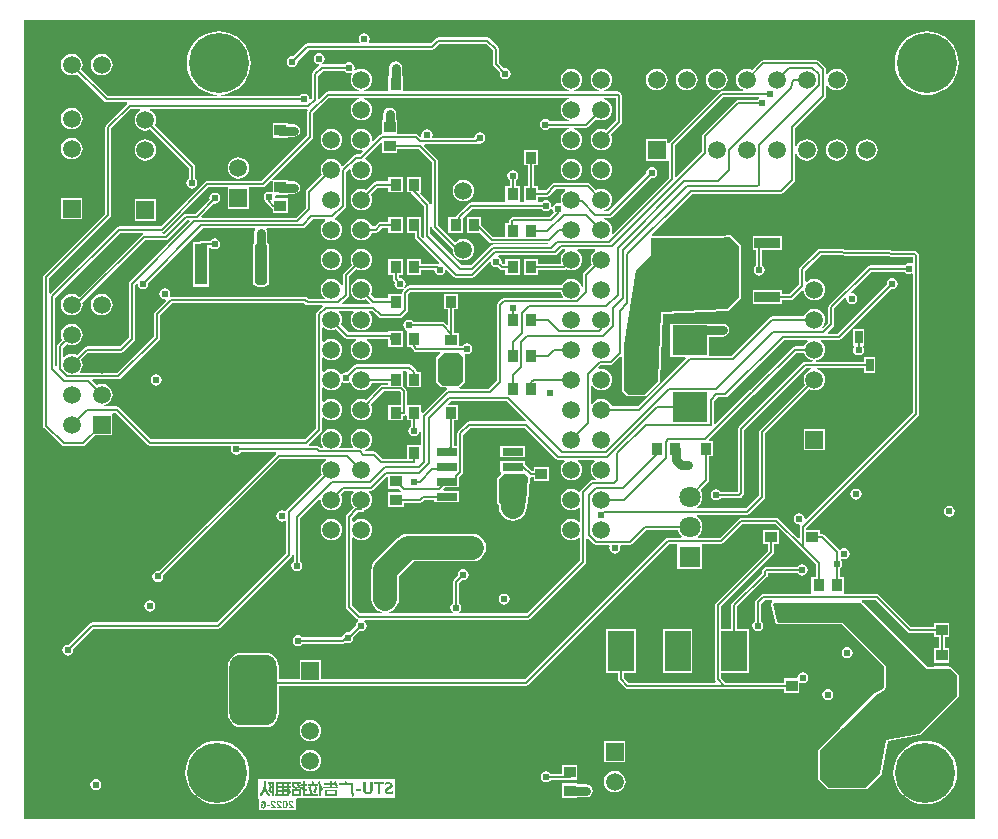
<source format=gbl>
G04*
G04 #@! TF.GenerationSoftware,Altium Limited,Altium Designer,20.0.13 (296)*
G04*
G04 Layer_Physical_Order=4*
G04 Layer_Color=16711680*
%FSLAX24Y24*%
%MOIN*%
G70*
G01*
G75*
%ADD17C,0.0080*%
%ADD22R,0.0366X0.0386*%
%ADD46C,0.0300*%
%ADD47C,0.0250*%
%ADD48C,0.0800*%
%ADD49R,0.0591X0.0591*%
%ADD50C,0.0591*%
%ADD51R,0.0591X0.0591*%
%ADD52C,0.0230*%
%ADD53C,0.2000*%
G04:AMPARAMS|DCode=54|XSize=236.2mil|YSize=157.5mil|CornerRadius=39.4mil|HoleSize=0mil|Usage=FLASHONLY|Rotation=270.000|XOffset=0mil|YOffset=0mil|HoleType=Round|Shape=RoundedRectangle|*
%AMROUNDEDRECTD54*
21,1,0.2362,0.0787,0,0,270.0*
21,1,0.1575,0.1575,0,0,270.0*
1,1,0.0787,-0.0394,-0.0787*
1,1,0.0787,-0.0394,0.0787*
1,1,0.0787,0.0394,0.0787*
1,1,0.0787,0.0394,-0.0787*
%
%ADD54ROUNDEDRECTD54*%
%ADD55O,0.0787X0.1181*%
%ADD56R,0.0866X0.1378*%
%ADD57C,0.0709*%
%ADD58R,0.0709X0.0709*%
%ADD59C,0.0591*%
%ADD60R,0.0591X0.0591*%
%ADD61C,0.0240*%
%ADD72R,0.1181X0.0984*%
%ADD73R,0.2638X0.2165*%
%ADD74R,0.0866X0.0374*%
%ADD75R,0.0709X0.0256*%
%ADD76R,0.0984X0.1339*%
G04:AMPARAMS|DCode=77|XSize=425.2mil|YSize=433.1mil|CornerRadius=21.3mil|HoleSize=0mil|Usage=FLASHONLY|Rotation=0.000|XOffset=0mil|YOffset=0mil|HoleType=Round|Shape=RoundedRectangle|*
%AMROUNDEDRECTD77*
21,1,0.4252,0.3906,0,0,0.0*
21,1,0.3827,0.4331,0,0,0.0*
1,1,0.0425,0.1913,-0.1953*
1,1,0.0425,-0.1913,-0.1953*
1,1,0.0425,-0.1913,0.1953*
1,1,0.0425,0.1913,0.1953*
%
%ADD77ROUNDEDRECTD77*%
%ADD78R,0.0421X0.1378*%
G04:AMPARAMS|DCode=79|XSize=42.1mil|YSize=137.8mil|CornerRadius=10.5mil|HoleSize=0mil|Usage=FLASHONLY|Rotation=0.000|XOffset=0mil|YOffset=0mil|HoleType=Round|Shape=RoundedRectangle|*
%AMROUNDEDRECTD79*
21,1,0.0421,0.1167,0,0,0.0*
21,1,0.0211,0.1378,0,0,0.0*
1,1,0.0211,0.0105,-0.0584*
1,1,0.0211,-0.0105,-0.0584*
1,1,0.0211,-0.0105,0.0584*
1,1,0.0211,0.0105,0.0584*
%
%ADD79ROUNDEDRECTD79*%
%ADD80R,0.0386X0.0366*%
%ADD81R,0.0256X0.0413*%
%ADD82R,0.0394X0.0335*%
G36*
X31650Y0D02*
X-50D01*
Y26650D01*
X31650D01*
Y0D01*
D02*
G37*
%LPC*%
G36*
X2550Y25508D02*
X2457Y25496D01*
X2371Y25460D01*
X2297Y25403D01*
X2240Y25329D01*
X2204Y25243D01*
X2192Y25150D01*
X2204Y25057D01*
X2240Y24971D01*
X2297Y24897D01*
X2371Y24840D01*
X2457Y24804D01*
X2550Y24792D01*
X2643Y24804D01*
X2729Y24840D01*
X2803Y24897D01*
X2860Y24971D01*
X2896Y25057D01*
X2908Y25150D01*
X2896Y25243D01*
X2860Y25329D01*
X2803Y25403D01*
X2729Y25460D01*
X2643Y25496D01*
X2550Y25508D01*
D02*
G37*
G36*
X11300Y26184D02*
X11230Y26170D01*
X11170Y26130D01*
X11130Y26070D01*
X11116Y26000D01*
X11130Y25930D01*
X11149Y25902D01*
X11122Y25852D01*
X9400D01*
X9361Y25844D01*
X9328Y25822D01*
X8933Y25427D01*
X8900Y25434D01*
X8830Y25420D01*
X8770Y25380D01*
X8730Y25320D01*
X8716Y25250D01*
X8730Y25180D01*
X8770Y25120D01*
X8830Y25080D01*
X8900Y25066D01*
X8970Y25080D01*
X9030Y25120D01*
X9070Y25180D01*
X9084Y25250D01*
X9077Y25283D01*
X9442Y25648D01*
X13550D01*
X13589Y25656D01*
X13622Y25678D01*
X13792Y25848D01*
X15361D01*
X15584Y25625D01*
Y25164D01*
X15592Y25125D01*
X15614Y25092D01*
X15823Y24883D01*
X15816Y24850D01*
X15830Y24780D01*
X15870Y24720D01*
X15930Y24680D01*
X16000Y24666D01*
X16070Y24680D01*
X16130Y24720D01*
X16170Y24780D01*
X16184Y24850D01*
X16170Y24920D01*
X16130Y24980D01*
X16070Y25020D01*
X16000Y25034D01*
X15967Y25027D01*
X15788Y25206D01*
Y25667D01*
X15780Y25706D01*
X15758Y25739D01*
X15475Y26022D01*
X15442Y26044D01*
X15403Y26052D01*
X13750D01*
X13711Y26044D01*
X13678Y26022D01*
X13508Y25852D01*
X11478D01*
X11451Y25902D01*
X11470Y25930D01*
X11484Y26000D01*
X11470Y26070D01*
X11430Y26130D01*
X11370Y26170D01*
X11300Y26184D01*
D02*
G37*
G36*
X23050Y25008D02*
X22957Y24996D01*
X22871Y24960D01*
X22797Y24903D01*
X22740Y24829D01*
X22704Y24743D01*
X22692Y24650D01*
X22704Y24557D01*
X22740Y24471D01*
X22797Y24397D01*
X22871Y24340D01*
X22957Y24304D01*
X23050Y24292D01*
X23143Y24304D01*
X23229Y24340D01*
X23303Y24397D01*
X23360Y24471D01*
X23396Y24557D01*
X23408Y24650D01*
X23396Y24743D01*
X23360Y24829D01*
X23303Y24903D01*
X23229Y24960D01*
X23143Y24996D01*
X23050Y25008D01*
D02*
G37*
G36*
X22050D02*
X21957Y24996D01*
X21871Y24960D01*
X21797Y24903D01*
X21740Y24829D01*
X21704Y24743D01*
X21692Y24650D01*
X21704Y24557D01*
X21740Y24471D01*
X21797Y24397D01*
X21871Y24340D01*
X21957Y24304D01*
X22050Y24292D01*
X22143Y24304D01*
X22229Y24340D01*
X22303Y24397D01*
X22360Y24471D01*
X22396Y24557D01*
X22408Y24650D01*
X22396Y24743D01*
X22360Y24829D01*
X22303Y24903D01*
X22229Y24960D01*
X22143Y24996D01*
X22050Y25008D01*
D02*
G37*
G36*
X21050D02*
X20957Y24996D01*
X20871Y24960D01*
X20797Y24903D01*
X20740Y24829D01*
X20704Y24743D01*
X20692Y24650D01*
X20704Y24557D01*
X20740Y24471D01*
X20797Y24397D01*
X20871Y24340D01*
X20957Y24304D01*
X21050Y24292D01*
X21143Y24304D01*
X21229Y24340D01*
X21303Y24397D01*
X21360Y24471D01*
X21396Y24557D01*
X21408Y24650D01*
X21396Y24743D01*
X21360Y24829D01*
X21303Y24903D01*
X21229Y24960D01*
X21143Y24996D01*
X21050Y25008D01*
D02*
G37*
G36*
X30050Y26263D02*
X29884Y26250D01*
X29721Y26211D01*
X29567Y26147D01*
X29425Y26060D01*
X29298Y25952D01*
X29190Y25825D01*
X29103Y25683D01*
X29039Y25529D01*
X29000Y25366D01*
X28987Y25200D01*
X29000Y25034D01*
X29039Y24871D01*
X29103Y24717D01*
X29190Y24575D01*
X29298Y24448D01*
X29425Y24340D01*
X29567Y24253D01*
X29721Y24189D01*
X29884Y24150D01*
X30050Y24137D01*
X30216Y24150D01*
X30379Y24189D01*
X30533Y24253D01*
X30675Y24340D01*
X30802Y24448D01*
X30910Y24575D01*
X30997Y24717D01*
X31061Y24871D01*
X31100Y25034D01*
X31113Y25200D01*
X31100Y25366D01*
X31061Y25529D01*
X30997Y25683D01*
X30910Y25825D01*
X30802Y25952D01*
X30675Y26060D01*
X30533Y26147D01*
X30379Y26211D01*
X30216Y26250D01*
X30050Y26263D01*
D02*
G37*
G36*
X6450D02*
X6284Y26250D01*
X6121Y26211D01*
X5967Y26147D01*
X5825Y26060D01*
X5698Y25952D01*
X5590Y25825D01*
X5503Y25683D01*
X5439Y25529D01*
X5400Y25366D01*
X5387Y25200D01*
X5400Y25034D01*
X5439Y24871D01*
X5503Y24717D01*
X5590Y24575D01*
X5698Y24448D01*
X5825Y24340D01*
X5967Y24253D01*
X6121Y24189D01*
X6284Y24150D01*
X6383Y24142D01*
X6381Y24092D01*
X2752D01*
X1864Y24980D01*
X1896Y25057D01*
X1908Y25150D01*
X1896Y25243D01*
X1860Y25329D01*
X1803Y25403D01*
X1729Y25460D01*
X1643Y25496D01*
X1550Y25508D01*
X1457Y25496D01*
X1371Y25460D01*
X1297Y25403D01*
X1240Y25329D01*
X1204Y25243D01*
X1192Y25150D01*
X1204Y25057D01*
X1240Y24971D01*
X1297Y24897D01*
X1371Y24840D01*
X1457Y24804D01*
X1550Y24792D01*
X1643Y24804D01*
X1720Y24836D01*
X2638Y23918D01*
X2671Y23896D01*
X2710Y23888D01*
X3387D01*
X3402Y23855D01*
X3404Y23838D01*
X2698Y23132D01*
X2676Y23099D01*
X2668Y23060D01*
Y20182D01*
X628Y18142D01*
X606Y18109D01*
X598Y18070D01*
Y13110D01*
X606Y13071D01*
X628Y13038D01*
X1208Y12458D01*
X1241Y12436D01*
X1280Y12428D01*
X1930D01*
X1969Y12436D01*
X2002Y12458D01*
X2339Y12795D01*
X2905D01*
Y13505D01*
X2905D01*
X2923Y13548D01*
X3018D01*
X4088Y12478D01*
X4121Y12456D01*
X4160Y12448D01*
X6845D01*
X6871Y12407D01*
X6870Y12398D01*
X6856Y12330D01*
X6870Y12260D01*
X6910Y12200D01*
X6970Y12160D01*
X7040Y12146D01*
X7110Y12160D01*
X7170Y12200D01*
X7188Y12228D01*
X8345D01*
X8355Y12212D01*
X8364Y12178D01*
X4448Y8262D01*
X4415Y8269D01*
X4345Y8255D01*
X4285Y8215D01*
X4245Y8155D01*
X4231Y8085D01*
X4245Y8015D01*
X4285Y7955D01*
X4345Y7915D01*
X4415Y7901D01*
X4485Y7915D01*
X4545Y7955D01*
X4585Y8015D01*
X4599Y8085D01*
X4592Y8118D01*
X8487Y12013D01*
X10017D01*
X10027Y11963D01*
X10021Y11960D01*
X9947Y11903D01*
X9890Y11829D01*
X9854Y11743D01*
X9842Y11650D01*
X9854Y11557D01*
X9886Y11480D01*
X8728Y10322D01*
X8706Y10289D01*
X8703Y10274D01*
X8655Y10251D01*
X8648Y10251D01*
X8620Y10270D01*
X8550Y10284D01*
X8480Y10270D01*
X8420Y10230D01*
X8380Y10170D01*
X8366Y10100D01*
X8380Y10030D01*
X8420Y9970D01*
X8480Y9930D01*
X8550Y9916D01*
X8620Y9930D01*
X8648Y9949D01*
X8698Y9922D01*
Y8852D01*
X6398Y6552D01*
X2240D01*
X2201Y6544D01*
X2168Y6522D01*
X1453Y5807D01*
X1420Y5814D01*
X1350Y5800D01*
X1290Y5760D01*
X1250Y5700D01*
X1236Y5630D01*
X1250Y5560D01*
X1290Y5500D01*
X1350Y5460D01*
X1420Y5446D01*
X1490Y5460D01*
X1550Y5500D01*
X1590Y5560D01*
X1604Y5630D01*
X1597Y5663D01*
X2282Y6348D01*
X6440D01*
X6479Y6356D01*
X6512Y6378D01*
X8872Y8738D01*
X8894Y8771D01*
X8898Y8790D01*
X8948Y8785D01*
Y8598D01*
X8920Y8580D01*
X8880Y8520D01*
X8866Y8450D01*
X8880Y8380D01*
X8920Y8320D01*
X8980Y8280D01*
X9050Y8266D01*
X9120Y8280D01*
X9180Y8320D01*
X9220Y8380D01*
X9234Y8450D01*
X9220Y8520D01*
X9180Y8580D01*
X9152Y8598D01*
Y10028D01*
X9797Y10673D01*
X9828Y10657D01*
X9842Y10647D01*
X9854Y10557D01*
X9890Y10471D01*
X9947Y10397D01*
X10021Y10340D01*
X10107Y10304D01*
X10200Y10292D01*
X10293Y10304D01*
X10379Y10340D01*
X10453Y10397D01*
X10510Y10471D01*
X10546Y10557D01*
X10558Y10650D01*
X10546Y10743D01*
X10514Y10820D01*
X10642Y10948D01*
X10931D01*
X10932Y10947D01*
X10943Y10898D01*
X10890Y10829D01*
X10854Y10743D01*
X10842Y10650D01*
X10854Y10557D01*
X10890Y10471D01*
X10947Y10397D01*
X10948Y10372D01*
X10728Y10152D01*
X10706Y10119D01*
X10698Y10080D01*
Y7060D01*
X10706Y7021D01*
X10728Y6988D01*
X11038Y6678D01*
X11071Y6656D01*
X11089Y6652D01*
X11099Y6599D01*
X11070Y6580D01*
X11030Y6520D01*
X11016Y6450D01*
X11019Y6438D01*
X10804Y6223D01*
X10750Y6234D01*
X10680Y6220D01*
X10620Y6180D01*
X10580Y6120D01*
X10567Y6055D01*
X10564Y6052D01*
X9248D01*
X9230Y6080D01*
X9170Y6120D01*
X9100Y6134D01*
X9030Y6120D01*
X8970Y6080D01*
X8930Y6020D01*
X8916Y5950D01*
X8930Y5880D01*
X8970Y5820D01*
X9030Y5780D01*
X9100Y5766D01*
X9170Y5780D01*
X9230Y5820D01*
X9248Y5848D01*
X10607D01*
X10646Y5856D01*
X10679Y5878D01*
X10681Y5880D01*
X10750Y5866D01*
X10820Y5880D01*
X10880Y5920D01*
X10920Y5980D01*
X10934Y6050D01*
X10931Y6062D01*
X11146Y6277D01*
X11200Y6266D01*
X11270Y6280D01*
X11330Y6320D01*
X11370Y6380D01*
X11384Y6450D01*
X11370Y6520D01*
X11330Y6580D01*
X11302Y6598D01*
X11318Y6648D01*
X16770D01*
X16809Y6656D01*
X16842Y6678D01*
X18672Y8508D01*
X18694Y8541D01*
X18702Y8580D01*
Y9343D01*
X18752Y9364D01*
X18938Y9178D01*
X18971Y9156D01*
X19010Y9148D01*
X19455D01*
X19481Y9107D01*
X19480Y9098D01*
X19466Y9030D01*
X19480Y8960D01*
X19520Y8900D01*
X19580Y8860D01*
X19650Y8846D01*
X19720Y8860D01*
X19780Y8900D01*
X19820Y8960D01*
X19834Y9030D01*
X19820Y9098D01*
X19819Y9107D01*
X19845Y9148D01*
X20150D01*
X20189Y9156D01*
X20222Y9178D01*
X20692Y9648D01*
X21746D01*
X21746Y9642D01*
X21788Y9541D01*
X21855Y9455D01*
X21884Y9432D01*
X21867Y9382D01*
X21420D01*
X21381Y9374D01*
X21348Y9352D01*
X16648Y4652D01*
X9855D01*
Y5305D01*
X9145D01*
Y4652D01*
X8451D01*
Y5087D01*
X8436Y5206D01*
X8390Y5316D01*
X8317Y5411D01*
X8223Y5484D01*
X8112Y5529D01*
X7994Y5545D01*
X7206D01*
X7088Y5529D01*
X6977Y5484D01*
X6883Y5411D01*
X6810Y5316D01*
X6764Y5206D01*
X6749Y5087D01*
Y3513D01*
X6764Y3394D01*
X6810Y3284D01*
X6883Y3189D01*
X6977Y3116D01*
X7088Y3071D01*
X7206Y3055D01*
X7994D01*
X8112Y3071D01*
X8223Y3116D01*
X8317Y3189D01*
X8390Y3284D01*
X8436Y3394D01*
X8451Y3513D01*
Y4448D01*
X16690D01*
X16729Y4456D01*
X16762Y4478D01*
X21462Y9178D01*
X21691D01*
X21736Y9164D01*
X21736Y9128D01*
Y8336D01*
X22564D01*
Y9128D01*
X22564Y9164D01*
X22609Y9178D01*
X23190D01*
X23229Y9186D01*
X23262Y9208D01*
X23892Y9838D01*
X24998D01*
X25848Y8988D01*
X26345Y8491D01*
Y8053D01*
X26204D01*
Y7552D01*
X26204Y7547D01*
X26192Y7502D01*
X24600D01*
X24561Y7494D01*
X24528Y7472D01*
X24348Y7292D01*
X24326Y7259D01*
X24318Y7220D01*
Y6598D01*
X24290Y6580D01*
X24250Y6520D01*
X24236Y6450D01*
X24250Y6380D01*
X24290Y6320D01*
X24350Y6280D01*
X24420Y6266D01*
X24490Y6280D01*
X24550Y6320D01*
X24590Y6380D01*
X24604Y6450D01*
X24590Y6520D01*
X24550Y6580D01*
X24522Y6598D01*
Y7178D01*
X24642Y7298D01*
X24890D01*
X24900Y7248D01*
X24895Y7246D01*
X24893Y7242D01*
X24889Y7240D01*
X24859Y7201D01*
X24858Y7196D01*
X24854Y7194D01*
X24851Y7173D01*
X24845Y7153D01*
X24847Y7149D01*
X24847Y7145D01*
X24987Y6584D01*
X24997Y6570D01*
X25004Y6554D01*
X25054Y6504D01*
X25100Y6485D01*
X27223D01*
X28635Y5073D01*
Y4903D01*
X28610D01*
Y4397D01*
X28610D01*
X28610Y4397D01*
X28595Y4345D01*
X28321Y4208D01*
X28314Y4200D01*
X28304Y4196D01*
X27204Y3096D01*
X27204Y3096D01*
X27154Y3046D01*
X27154Y3046D01*
X26454Y2346D01*
X26435Y2300D01*
Y1350D01*
X26454Y1304D01*
X26754Y1004D01*
X26800Y985D01*
X28000D01*
X28046Y1004D01*
X28546Y1504D01*
X28553Y1522D01*
X28564Y1538D01*
X28756Y2594D01*
X29812Y2786D01*
X29828Y2797D01*
X29846Y2804D01*
X31096Y4054D01*
X31115Y4100D01*
Y4800D01*
X31096Y4846D01*
X30896Y5046D01*
X30850Y5065D01*
X30803D01*
Y5090D01*
X30297D01*
Y5065D01*
X30077D01*
X27896Y7246D01*
X27891Y7248D01*
X27901Y7298D01*
X28338D01*
X29411Y6225D01*
X29444Y6203D01*
X29483Y6195D01*
X30297D01*
Y6054D01*
X30448D01*
Y5696D01*
X30297D01*
Y5210D01*
X30803D01*
Y5696D01*
X30652D01*
Y6054D01*
X30803D01*
Y6540D01*
X30297D01*
Y6399D01*
X29525D01*
X28452Y7472D01*
X28419Y7494D01*
X28380Y7502D01*
X27308D01*
X27296Y7547D01*
X27296Y7552D01*
Y8053D01*
X27155D01*
Y8354D01*
X27180Y8370D01*
X27220Y8430D01*
X27234Y8500D01*
X27220Y8570D01*
X27181Y8627D01*
X27180Y8631D01*
X27182Y8652D01*
X27226Y8679D01*
X27235Y8679D01*
X27300Y8666D01*
X27370Y8680D01*
X27430Y8720D01*
X27470Y8780D01*
X27484Y8850D01*
X27470Y8920D01*
X27430Y8980D01*
X27370Y9020D01*
X27300Y9034D01*
X27230Y9020D01*
X27180Y8987D01*
X27152Y8983D01*
X27116Y8988D01*
X26632Y9472D01*
X26599Y9494D01*
X26560Y9502D01*
X26496D01*
Y9627D01*
X26022D01*
Y9698D01*
X29757Y13433D01*
X29779Y13466D01*
X29787Y13505D01*
Y18790D01*
X29779Y18829D01*
X29757Y18862D01*
X29711Y18908D01*
X29695Y18919D01*
X29680Y18930D01*
X29679Y18930D01*
X29678Y18930D01*
X29659Y18934D01*
X29641Y18938D01*
X26492Y19012D01*
X26491Y19011D01*
X26490Y19012D01*
X26471Y19008D01*
X26453Y19005D01*
X26452Y19004D01*
X26451Y19004D01*
X26435Y18993D01*
X26419Y18983D01*
X26419Y18982D01*
X26418Y18982D01*
X25828Y18392D01*
X25806Y18359D01*
X25798Y18320D01*
Y17822D01*
X25480Y17504D01*
X25232D01*
Y17649D01*
X24246D01*
Y17155D01*
X25232D01*
Y17300D01*
X25522D01*
X25561Y17308D01*
X25594Y17330D01*
X25894Y17630D01*
X25947Y17612D01*
X25954Y17557D01*
X25990Y17471D01*
X26047Y17397D01*
X26121Y17340D01*
X26207Y17304D01*
X26300Y17292D01*
X26393Y17304D01*
X26479Y17340D01*
X26553Y17397D01*
X26610Y17471D01*
X26646Y17557D01*
X26658Y17650D01*
X26646Y17743D01*
X26610Y17829D01*
X26553Y17903D01*
X26479Y17960D01*
X26393Y17996D01*
X26300Y18008D01*
X26207Y17996D01*
X26121Y17960D01*
X26052Y17907D01*
X26003Y17918D01*
X26002Y17919D01*
Y18278D01*
X26531Y18807D01*
X29583Y18736D01*
Y18538D01*
X29533Y18511D01*
X29520Y18520D01*
X29450Y18534D01*
X29380Y18520D01*
X29320Y18480D01*
X29302Y18452D01*
X28150D01*
X28111Y18444D01*
X28078Y18422D01*
X26798Y17142D01*
X26776Y17109D01*
X26768Y17070D01*
Y16542D01*
X26597Y16371D01*
X26559Y16404D01*
X26610Y16471D01*
X26646Y16557D01*
X26658Y16650D01*
X26646Y16743D01*
X26610Y16829D01*
X26553Y16903D01*
X26479Y16960D01*
X26393Y16996D01*
X26300Y17008D01*
X26207Y16996D01*
X26121Y16960D01*
X26047Y16903D01*
X25990Y16829D01*
X25958Y16752D01*
X24903D01*
X24864Y16744D01*
X24831Y16722D01*
X23544Y15435D01*
X22801D01*
Y16080D01*
X23244D01*
X23326Y16097D01*
X23396Y16143D01*
X23401Y16149D01*
X23448Y16218D01*
X23464Y16300D01*
X23448Y16382D01*
X23401Y16451D01*
X23332Y16498D01*
X23250Y16514D01*
X23222Y16509D01*
X22492D01*
X22471Y16504D01*
X21499D01*
Y15400D01*
X22001D01*
X22020Y15354D01*
X20418Y13752D01*
X19542D01*
X19510Y13829D01*
X19453Y13903D01*
X19379Y13960D01*
X19293Y13996D01*
X19200Y14008D01*
X19107Y13996D01*
X19021Y13960D01*
X18947Y13903D01*
X18902Y13845D01*
X18852Y13862D01*
Y14438D01*
X18902Y14455D01*
X18947Y14397D01*
X19021Y14340D01*
X19107Y14304D01*
X19200Y14292D01*
X19293Y14304D01*
X19379Y14340D01*
X19453Y14397D01*
X19510Y14471D01*
X19546Y14557D01*
X19558Y14650D01*
X19546Y14743D01*
X19510Y14829D01*
X19453Y14903D01*
X19379Y14960D01*
X19293Y14996D01*
X19200Y15008D01*
X19112Y14997D01*
X19108Y15000D01*
X19097Y15052D01*
X19192Y15148D01*
X19520D01*
X19559Y15156D01*
X19592Y15178D01*
X19835Y15421D01*
X19885Y15400D01*
Y14300D01*
X19904Y14254D01*
X20054Y14104D01*
X20100Y14085D01*
X20650D01*
X20696Y14104D01*
X21146Y14554D01*
X21155Y14576D01*
X21165Y14597D01*
X21262Y16838D01*
X23403Y16935D01*
X23424Y16945D01*
X23446Y16954D01*
X23846Y17354D01*
X23865Y17400D01*
Y19100D01*
X23846Y19146D01*
X23546Y19446D01*
X23543Y19447D01*
X23542Y19450D01*
X23521Y19456D01*
X23500Y19465D01*
X23497Y19464D01*
X23495Y19465D01*
X23225Y19443D01*
X20897D01*
X20878Y19489D01*
X22237Y20848D01*
X25200D01*
X25239Y20856D01*
X25272Y20878D01*
X25622Y21228D01*
X25644Y21261D01*
X25652Y21300D01*
Y22218D01*
X25702Y22222D01*
X25704Y22207D01*
X25740Y22121D01*
X25797Y22047D01*
X25871Y21990D01*
X25957Y21954D01*
X26050Y21942D01*
X26143Y21954D01*
X26229Y21990D01*
X26303Y22047D01*
X26360Y22121D01*
X26396Y22207D01*
X26408Y22300D01*
X26396Y22393D01*
X26360Y22479D01*
X26303Y22553D01*
X26229Y22610D01*
X26143Y22646D01*
X26050Y22658D01*
X25957Y22646D01*
X25871Y22610D01*
X25797Y22553D01*
X25740Y22479D01*
X25704Y22393D01*
X25702Y22378D01*
X25652Y22382D01*
Y23037D01*
X26657Y24043D01*
X26679Y24076D01*
X26687Y24115D01*
Y24467D01*
X26737Y24477D01*
X26740Y24471D01*
X26797Y24397D01*
X26871Y24340D01*
X26957Y24304D01*
X27050Y24292D01*
X27143Y24304D01*
X27229Y24340D01*
X27303Y24397D01*
X27360Y24471D01*
X27396Y24557D01*
X27408Y24650D01*
X27396Y24743D01*
X27360Y24829D01*
X27303Y24903D01*
X27229Y24960D01*
X27143Y24996D01*
X27050Y25008D01*
X26957Y24996D01*
X26871Y24960D01*
X26797Y24903D01*
X26740Y24829D01*
X26737Y24823D01*
X26687Y24833D01*
Y25000D01*
X26679Y25039D01*
X26657Y25072D01*
X26472Y25257D01*
X26439Y25279D01*
X26400Y25287D01*
X24585D01*
X24546Y25279D01*
X24513Y25257D01*
X24220Y24964D01*
X24143Y24996D01*
X24050Y25008D01*
X23957Y24996D01*
X23871Y24960D01*
X23797Y24903D01*
X23740Y24829D01*
X23704Y24743D01*
X23692Y24650D01*
X23704Y24557D01*
X23740Y24471D01*
X23797Y24397D01*
X23871Y24340D01*
X23926Y24317D01*
X23916Y24267D01*
X23225D01*
X23186Y24259D01*
X23153Y24237D01*
X21478Y22562D01*
X21456Y22529D01*
X21455Y22526D01*
X21405Y22531D01*
Y22655D01*
X20695D01*
Y21945D01*
X21398D01*
X21405Y21945D01*
X21448Y21927D01*
Y21372D01*
X19577Y19501D01*
X19535Y19530D01*
X19546Y19557D01*
X19558Y19650D01*
X19546Y19743D01*
X19510Y19829D01*
X19453Y19903D01*
X19379Y19960D01*
X19293Y19996D01*
X19278Y19998D01*
X19282Y20048D01*
X19480D01*
X19519Y20056D01*
X19552Y20078D01*
X20847Y21373D01*
X20880Y21366D01*
X20950Y21380D01*
X21010Y21420D01*
X21050Y21480D01*
X21064Y21550D01*
X21050Y21620D01*
X21010Y21680D01*
X20950Y21720D01*
X20880Y21734D01*
X20810Y21720D01*
X20750Y21680D01*
X20710Y21620D01*
X20696Y21550D01*
X20703Y21517D01*
X19438Y20252D01*
X19282D01*
X19278Y20302D01*
X19293Y20304D01*
X19379Y20340D01*
X19453Y20397D01*
X19510Y20471D01*
X19546Y20557D01*
X19558Y20650D01*
X19546Y20743D01*
X19510Y20829D01*
X19453Y20903D01*
X19379Y20960D01*
X19293Y20996D01*
X19200Y21008D01*
X19107Y20996D01*
X19030Y20964D01*
X18832Y21162D01*
X18799Y21184D01*
X18760Y21192D01*
X17640D01*
X17601Y21184D01*
X17568Y21162D01*
X17358Y20952D01*
X17096D01*
Y21103D01*
X16955D01*
Y21797D01*
X17096D01*
Y22303D01*
X16610D01*
Y21797D01*
X16751D01*
Y21103D01*
X16610D01*
Y20602D01*
X16610Y20597D01*
X16598Y20552D01*
X16502D01*
X16490Y20597D01*
X16490Y20602D01*
Y21103D01*
X16349D01*
Y21298D01*
X16377Y21317D01*
X16416Y21377D01*
X16430Y21447D01*
X16416Y21517D01*
X16377Y21577D01*
X16317Y21616D01*
X16247Y21630D01*
X16177Y21616D01*
X16117Y21577D01*
X16077Y21517D01*
X16063Y21447D01*
X16077Y21377D01*
X16117Y21317D01*
X16145Y21298D01*
Y21103D01*
X16004D01*
Y20602D01*
X16004Y20597D01*
X15992Y20552D01*
X14850D01*
X14811Y20544D01*
X14778Y20522D01*
X14394Y20138D01*
X14372Y20105D01*
X14364Y20066D01*
Y20053D01*
X14104D01*
Y19547D01*
X14590D01*
Y20046D01*
X14892Y20348D01*
X17202D01*
X17220Y20320D01*
X17280Y20280D01*
X17350Y20266D01*
X17420Y20280D01*
X17480Y20320D01*
X17520Y20380D01*
X17534Y20450D01*
X17520Y20520D01*
X17480Y20580D01*
X17420Y20620D01*
X17350Y20634D01*
X17280Y20620D01*
X17220Y20580D01*
X17202Y20552D01*
X17108D01*
X17096Y20597D01*
X17096Y20602D01*
Y20748D01*
X17400D01*
X17439Y20756D01*
X17472Y20778D01*
X17682Y20988D01*
X17975D01*
X17992Y20938D01*
X17947Y20903D01*
X17890Y20829D01*
X17854Y20743D01*
X17842Y20650D01*
X17854Y20557D01*
X17854Y20557D01*
X17833Y20534D01*
X17815Y20521D01*
X17750Y20534D01*
X17680Y20520D01*
X17620Y20480D01*
X17580Y20420D01*
X17566Y20350D01*
X17580Y20280D01*
X17619Y20222D01*
X17475Y20079D01*
X16270D01*
X16231Y20071D01*
X16198Y20049D01*
X16151Y20002D01*
X16129Y19969D01*
X16121Y19930D01*
Y19853D01*
X16004D01*
Y19409D01*
X15585D01*
X15196Y19798D01*
Y20053D01*
X14710D01*
Y19547D01*
X15159D01*
X15471Y19235D01*
X15504Y19213D01*
X15543Y19205D01*
X17421D01*
X17449Y19155D01*
X17447Y19152D01*
X15590D01*
X15551Y19144D01*
X15518Y19122D01*
X14848Y18452D01*
X14542D01*
X13502Y19492D01*
Y19725D01*
X13552Y19730D01*
X13556Y19711D01*
X13578Y19678D01*
X14245Y19010D01*
X14242Y18981D01*
X14254Y18889D01*
X14290Y18802D01*
X14347Y18728D01*
X14421Y18671D01*
X14507Y18635D01*
X14600Y18623D01*
X14693Y18635D01*
X14779Y18671D01*
X14853Y18728D01*
X14910Y18802D01*
X14946Y18889D01*
X14958Y18981D01*
X14946Y19074D01*
X14910Y19161D01*
X14853Y19235D01*
X14779Y19292D01*
X14693Y19328D01*
X14600Y19340D01*
X14507Y19328D01*
X14421Y19292D01*
X14347Y19235D01*
X14312Y19233D01*
X13752Y19792D01*
Y21940D01*
X13744Y21979D01*
X13722Y22012D01*
X13292Y22442D01*
X13311Y22488D01*
X15040D01*
X15079Y22496D01*
X15112Y22518D01*
X15117Y22523D01*
X15150Y22516D01*
X15220Y22530D01*
X15280Y22570D01*
X15320Y22630D01*
X15334Y22700D01*
X15320Y22770D01*
X15280Y22830D01*
X15220Y22870D01*
X15150Y22884D01*
X15080Y22870D01*
X15020Y22830D01*
X14980Y22770D01*
X14966Y22700D01*
X14960Y22692D01*
X13585D01*
X13559Y22733D01*
X13560Y22742D01*
X13574Y22810D01*
X13560Y22880D01*
X13520Y22940D01*
X13460Y22980D01*
X13390Y22994D01*
X13320Y22980D01*
X13260Y22940D01*
X13220Y22880D01*
X13206Y22810D01*
X13217Y22758D01*
X13171Y22733D01*
X13102Y22802D01*
X13069Y22824D01*
X13030Y22832D01*
X12403D01*
Y23296D01*
X12364D01*
Y23500D01*
X12348Y23582D01*
X12301Y23651D01*
X12232Y23698D01*
X12150Y23714D01*
X12068Y23698D01*
X11999Y23651D01*
X11952Y23582D01*
X11936Y23500D01*
Y23296D01*
X11897D01*
Y22832D01*
X11880D01*
X11841Y22824D01*
X11808Y22802D01*
X11602Y22596D01*
X11554Y22619D01*
X11558Y22650D01*
X11546Y22743D01*
X11510Y22829D01*
X11453Y22903D01*
X11379Y22960D01*
X11293Y22996D01*
X11200Y23008D01*
X11107Y22996D01*
X11021Y22960D01*
X10947Y22903D01*
X10890Y22829D01*
X10854Y22743D01*
X10842Y22650D01*
X10854Y22557D01*
X10890Y22471D01*
X10947Y22397D01*
X11021Y22340D01*
X11107Y22304D01*
X11200Y22292D01*
X11231Y22296D01*
X11254Y22248D01*
X11158Y22152D01*
X11030D01*
X10991Y22144D01*
X10958Y22122D01*
X10592Y21757D01*
X10535Y21770D01*
X10510Y21829D01*
X10453Y21903D01*
X10379Y21960D01*
X10293Y21996D01*
X10200Y22008D01*
X10107Y21996D01*
X10021Y21960D01*
X9947Y21903D01*
X9890Y21829D01*
X9854Y21743D01*
X9842Y21650D01*
X9854Y21557D01*
X9886Y21480D01*
X9391Y20985D01*
X9369Y20952D01*
X9361Y20913D01*
Y20382D01*
X9021Y20042D01*
X5881D01*
X5862Y20088D01*
X6287Y20513D01*
X6320Y20506D01*
X6390Y20520D01*
X6449Y20560D01*
X6489Y20619D01*
X6503Y20690D01*
X6489Y20760D01*
X6449Y20819D01*
X6390Y20859D01*
X6320Y20873D01*
X6249Y20859D01*
X6190Y20819D01*
X6150Y20760D01*
X6136Y20690D01*
X6143Y20657D01*
X5668Y20182D01*
X5370D01*
X5331Y20174D01*
X5298Y20152D01*
X4648Y19502D01*
X4575D01*
X4570Y19552D01*
X4589Y19556D01*
X4622Y19578D01*
X6102Y21058D01*
X6696D01*
X6745Y21055D01*
X6745Y21008D01*
Y20345D01*
X7455D01*
X7455Y21055D01*
X7504Y21058D01*
X7910D01*
X7949Y21066D01*
X7982Y21088D01*
X8202Y21308D01*
X8247Y21282D01*
X8247Y21252D01*
Y20921D01*
X8208Y20900D01*
X8197Y20900D01*
X8130Y20914D01*
X8060Y20900D01*
X8000Y20860D01*
X7960Y20800D01*
X7946Y20730D01*
X7960Y20660D01*
X8000Y20600D01*
X8030Y20580D01*
X8036Y20551D01*
X8058Y20518D01*
X8201Y20375D01*
X8234Y20353D01*
X8247Y20350D01*
Y20204D01*
X8753D01*
Y20690D01*
X8345D01*
X8313Y20729D01*
X8314Y20730D01*
X8308Y20760D01*
X8349Y20810D01*
X8753D01*
Y20836D01*
X8950D01*
X9032Y20852D01*
X9101Y20899D01*
X9148Y20968D01*
X9164Y21050D01*
X9148Y21132D01*
X9101Y21201D01*
X9032Y21248D01*
X8950Y21264D01*
X8753D01*
Y21296D01*
X8295D01*
X8261Y21296D01*
X8236Y21341D01*
X9572Y22678D01*
X9594Y22711D01*
X9602Y22750D01*
Y23518D01*
X10132Y24048D01*
X11118D01*
X11122Y23998D01*
X11107Y23996D01*
X11021Y23960D01*
X10947Y23903D01*
X10890Y23829D01*
X10854Y23743D01*
X10842Y23650D01*
X10854Y23557D01*
X10890Y23471D01*
X10947Y23397D01*
X11021Y23340D01*
X11107Y23304D01*
X11200Y23292D01*
X11293Y23304D01*
X11379Y23340D01*
X11453Y23397D01*
X11510Y23471D01*
X11546Y23557D01*
X11558Y23650D01*
X11546Y23743D01*
X11510Y23829D01*
X11453Y23903D01*
X11379Y23960D01*
X11293Y23996D01*
X11278Y23998D01*
X11282Y24048D01*
X18118D01*
X18122Y23998D01*
X18107Y23996D01*
X18021Y23960D01*
X17947Y23903D01*
X17890Y23829D01*
X17854Y23743D01*
X17842Y23650D01*
X17854Y23557D01*
X17890Y23471D01*
X17947Y23397D01*
X18021Y23340D01*
X18107Y23304D01*
X18122Y23302D01*
X18118Y23252D01*
X17488D01*
X17470Y23280D01*
X17410Y23320D01*
X17340Y23334D01*
X17270Y23320D01*
X17210Y23280D01*
X17170Y23220D01*
X17156Y23150D01*
X17170Y23080D01*
X17210Y23020D01*
X17270Y22980D01*
X17340Y22966D01*
X17410Y22980D01*
X17470Y23020D01*
X17488Y23048D01*
X18118D01*
X18122Y22998D01*
X18107Y22996D01*
X18021Y22960D01*
X17947Y22903D01*
X17890Y22829D01*
X17854Y22743D01*
X17842Y22650D01*
X17854Y22557D01*
X17890Y22471D01*
X17947Y22397D01*
X18021Y22340D01*
X18107Y22304D01*
X18200Y22292D01*
X18293Y22304D01*
X18379Y22340D01*
X18453Y22397D01*
X18510Y22471D01*
X18546Y22557D01*
X18558Y22650D01*
X18546Y22743D01*
X18510Y22829D01*
X18453Y22903D01*
X18379Y22960D01*
X18293Y22996D01*
X18278Y22998D01*
X18282Y23048D01*
X18700D01*
X18739Y23056D01*
X18772Y23078D01*
X19030Y23336D01*
X19107Y23304D01*
X19200Y23292D01*
X19293Y23304D01*
X19379Y23340D01*
X19453Y23397D01*
X19510Y23471D01*
X19546Y23557D01*
X19558Y23650D01*
X19546Y23743D01*
X19510Y23829D01*
X19453Y23903D01*
X19379Y23960D01*
X19293Y23996D01*
X19278Y23998D01*
X19282Y24048D01*
X19698D01*
Y23292D01*
X19370Y22964D01*
X19293Y22996D01*
X19200Y23008D01*
X19107Y22996D01*
X19021Y22960D01*
X18947Y22903D01*
X18890Y22829D01*
X18854Y22743D01*
X18842Y22650D01*
X18854Y22557D01*
X18890Y22471D01*
X18947Y22397D01*
X19021Y22340D01*
X19107Y22304D01*
X19200Y22292D01*
X19293Y22304D01*
X19379Y22340D01*
X19453Y22397D01*
X19510Y22471D01*
X19546Y22557D01*
X19558Y22650D01*
X19546Y22743D01*
X19514Y22820D01*
X19872Y23178D01*
X19894Y23211D01*
X19902Y23250D01*
Y24103D01*
X19894Y24142D01*
X19872Y24175D01*
X19825Y24222D01*
X19792Y24244D01*
X19753Y24252D01*
X19282D01*
X19278Y24302D01*
X19293Y24304D01*
X19379Y24340D01*
X19453Y24397D01*
X19510Y24471D01*
X19546Y24557D01*
X19558Y24650D01*
X19546Y24743D01*
X19510Y24829D01*
X19453Y24903D01*
X19379Y24960D01*
X19293Y24996D01*
X19200Y25008D01*
X19107Y24996D01*
X19021Y24960D01*
X18947Y24903D01*
X18890Y24829D01*
X18854Y24743D01*
X18842Y24650D01*
X18854Y24557D01*
X18890Y24471D01*
X18947Y24397D01*
X19021Y24340D01*
X19107Y24304D01*
X19122Y24302D01*
X19118Y24252D01*
X18282D01*
X18278Y24302D01*
X18293Y24304D01*
X18379Y24340D01*
X18453Y24397D01*
X18510Y24471D01*
X18546Y24557D01*
X18558Y24650D01*
X18546Y24743D01*
X18510Y24829D01*
X18453Y24903D01*
X18379Y24960D01*
X18293Y24996D01*
X18200Y25008D01*
X18107Y24996D01*
X18021Y24960D01*
X17947Y24903D01*
X17890Y24829D01*
X17854Y24743D01*
X17842Y24650D01*
X17854Y24557D01*
X17890Y24471D01*
X17947Y24397D01*
X18021Y24340D01*
X18107Y24304D01*
X18122Y24302D01*
X18118Y24252D01*
X12590D01*
Y24753D01*
X12561D01*
Y25034D01*
X12564Y25050D01*
X12548Y25132D01*
X12501Y25201D01*
X12432Y25248D01*
X12350Y25264D01*
X12268Y25248D01*
X12199Y25201D01*
X12195Y25198D01*
X12149Y25129D01*
X12133Y25047D01*
Y24753D01*
X12104D01*
Y24252D01*
X11282D01*
X11278Y24302D01*
X11293Y24304D01*
X11379Y24340D01*
X11453Y24397D01*
X11510Y24471D01*
X11546Y24557D01*
X11558Y24650D01*
X11546Y24743D01*
X11510Y24829D01*
X11453Y24903D01*
X11379Y24960D01*
X11293Y24996D01*
X11200Y25008D01*
X11107Y24996D01*
X11021Y24960D01*
X11011Y24953D01*
X10981Y24972D01*
X10971Y24985D01*
X10984Y25050D01*
X10970Y25120D01*
X10930Y25180D01*
X10870Y25220D01*
X10800Y25234D01*
X10730Y25220D01*
X10670Y25180D01*
X10652Y25152D01*
X9918D01*
X9902Y25202D01*
X9930Y25220D01*
X9970Y25280D01*
X9984Y25350D01*
X9970Y25420D01*
X9930Y25480D01*
X9870Y25520D01*
X9800Y25534D01*
X9730Y25520D01*
X9670Y25480D01*
X9630Y25420D01*
X9616Y25350D01*
X9630Y25280D01*
X9670Y25220D01*
X9730Y25180D01*
X9788Y25169D01*
X9803Y25134D01*
X9804Y25119D01*
X9578Y24892D01*
X9556Y24859D01*
X9548Y24820D01*
Y24022D01*
X9509Y23984D01*
X9460Y24005D01*
X9450Y24060D01*
X9410Y24120D01*
X9350Y24160D01*
X9280Y24174D01*
X9210Y24160D01*
X9150Y24120D01*
X9132Y24092D01*
X6519D01*
X6517Y24142D01*
X6616Y24150D01*
X6779Y24189D01*
X6933Y24253D01*
X7075Y24340D01*
X7202Y24448D01*
X7310Y24575D01*
X7397Y24717D01*
X7461Y24871D01*
X7500Y25034D01*
X7513Y25200D01*
X7500Y25366D01*
X7461Y25529D01*
X7397Y25683D01*
X7310Y25825D01*
X7202Y25952D01*
X7075Y26060D01*
X6933Y26147D01*
X6779Y26211D01*
X6616Y26250D01*
X6450Y26263D01*
D02*
G37*
G36*
X1550Y23708D02*
X1457Y23696D01*
X1371Y23660D01*
X1297Y23603D01*
X1240Y23529D01*
X1204Y23443D01*
X1192Y23350D01*
X1204Y23257D01*
X1240Y23171D01*
X1297Y23097D01*
X1371Y23040D01*
X1457Y23004D01*
X1550Y22992D01*
X1643Y23004D01*
X1729Y23040D01*
X1803Y23097D01*
X1860Y23171D01*
X1896Y23257D01*
X1908Y23350D01*
X1896Y23443D01*
X1860Y23529D01*
X1803Y23603D01*
X1729Y23660D01*
X1643Y23696D01*
X1550Y23708D01*
D02*
G37*
G36*
X10200Y23008D02*
X10107Y22996D01*
X10021Y22960D01*
X9947Y22903D01*
X9890Y22829D01*
X9854Y22743D01*
X9842Y22650D01*
X9854Y22557D01*
X9890Y22471D01*
X9947Y22397D01*
X10021Y22340D01*
X10107Y22304D01*
X10200Y22292D01*
X10293Y22304D01*
X10379Y22340D01*
X10453Y22397D01*
X10510Y22471D01*
X10546Y22557D01*
X10558Y22650D01*
X10546Y22743D01*
X10510Y22829D01*
X10453Y22903D01*
X10379Y22960D01*
X10293Y22996D01*
X10200Y23008D01*
D02*
G37*
G36*
X1550Y22708D02*
X1457Y22696D01*
X1371Y22660D01*
X1297Y22603D01*
X1240Y22529D01*
X1204Y22443D01*
X1192Y22350D01*
X1204Y22257D01*
X1240Y22171D01*
X1297Y22097D01*
X1371Y22040D01*
X1457Y22004D01*
X1550Y21992D01*
X1643Y22004D01*
X1729Y22040D01*
X1803Y22097D01*
X1860Y22171D01*
X1896Y22257D01*
X1908Y22350D01*
X1896Y22443D01*
X1860Y22529D01*
X1803Y22603D01*
X1729Y22660D01*
X1643Y22696D01*
X1550Y22708D01*
D02*
G37*
G36*
X28050Y22658D02*
X27957Y22646D01*
X27871Y22610D01*
X27797Y22553D01*
X27740Y22479D01*
X27704Y22393D01*
X27692Y22300D01*
X27704Y22207D01*
X27740Y22121D01*
X27797Y22047D01*
X27871Y21990D01*
X27957Y21954D01*
X28050Y21942D01*
X28143Y21954D01*
X28229Y21990D01*
X28303Y22047D01*
X28360Y22121D01*
X28396Y22207D01*
X28408Y22300D01*
X28396Y22393D01*
X28360Y22479D01*
X28303Y22553D01*
X28229Y22610D01*
X28143Y22646D01*
X28050Y22658D01*
D02*
G37*
G36*
X27050D02*
X26957Y22646D01*
X26871Y22610D01*
X26797Y22553D01*
X26740Y22479D01*
X26704Y22393D01*
X26692Y22300D01*
X26704Y22207D01*
X26740Y22121D01*
X26797Y22047D01*
X26871Y21990D01*
X26957Y21954D01*
X27050Y21942D01*
X27143Y21954D01*
X27229Y21990D01*
X27303Y22047D01*
X27360Y22121D01*
X27396Y22207D01*
X27408Y22300D01*
X27396Y22393D01*
X27360Y22479D01*
X27303Y22553D01*
X27229Y22610D01*
X27143Y22646D01*
X27050Y22658D01*
D02*
G37*
G36*
X19200Y22008D02*
X19107Y21996D01*
X19021Y21960D01*
X18947Y21903D01*
X18890Y21829D01*
X18854Y21743D01*
X18842Y21650D01*
X18854Y21557D01*
X18890Y21471D01*
X18947Y21397D01*
X19021Y21340D01*
X19107Y21304D01*
X19200Y21292D01*
X19293Y21304D01*
X19379Y21340D01*
X19453Y21397D01*
X19510Y21471D01*
X19546Y21557D01*
X19558Y21650D01*
X19546Y21743D01*
X19510Y21829D01*
X19453Y21903D01*
X19379Y21960D01*
X19293Y21996D01*
X19200Y22008D01*
D02*
G37*
G36*
X18200D02*
X18107Y21996D01*
X18021Y21960D01*
X17947Y21903D01*
X17890Y21829D01*
X17854Y21743D01*
X17842Y21650D01*
X17854Y21557D01*
X17890Y21471D01*
X17947Y21397D01*
X18021Y21340D01*
X18107Y21304D01*
X18200Y21292D01*
X18293Y21304D01*
X18379Y21340D01*
X18453Y21397D01*
X18510Y21471D01*
X18546Y21557D01*
X18558Y21650D01*
X18546Y21743D01*
X18510Y21829D01*
X18453Y21903D01*
X18379Y21960D01*
X18293Y21996D01*
X18200Y22008D01*
D02*
G37*
G36*
X14600Y21308D02*
X14507Y21296D01*
X14421Y21260D01*
X14347Y21203D01*
X14290Y21129D01*
X14254Y21043D01*
X14242Y20950D01*
X14254Y20857D01*
X14290Y20771D01*
X14347Y20697D01*
X14421Y20640D01*
X14507Y20604D01*
X14600Y20592D01*
X14693Y20604D01*
X14779Y20640D01*
X14853Y20697D01*
X14910Y20771D01*
X14946Y20857D01*
X14958Y20950D01*
X14946Y21043D01*
X14910Y21129D01*
X14853Y21203D01*
X14779Y21260D01*
X14693Y21296D01*
X14600Y21308D01*
D02*
G37*
G36*
X1905Y20705D02*
X1195D01*
Y19995D01*
X1905D01*
Y20705D01*
D02*
G37*
G36*
X25232Y19445D02*
X24246D01*
Y18951D01*
X24368D01*
Y18448D01*
X24340Y18430D01*
X24300Y18370D01*
X24286Y18300D01*
X24300Y18230D01*
X24340Y18170D01*
X24400Y18130D01*
X24470Y18116D01*
X24540Y18130D01*
X24600Y18170D01*
X24640Y18230D01*
X24654Y18300D01*
X24640Y18370D01*
X24600Y18430D01*
X24572Y18448D01*
Y18951D01*
X25232D01*
Y19445D01*
D02*
G37*
G36*
X27690Y11014D02*
X27620Y11000D01*
X27560Y10960D01*
X27520Y10900D01*
X27506Y10830D01*
X27520Y10760D01*
X27560Y10700D01*
X27620Y10660D01*
X27690Y10646D01*
X27760Y10660D01*
X27820Y10700D01*
X27860Y10760D01*
X27874Y10830D01*
X27860Y10900D01*
X27820Y10960D01*
X27760Y11000D01*
X27690Y11014D01*
D02*
G37*
G36*
X30804Y10437D02*
X30733Y10423D01*
X30674Y10383D01*
X30634Y10324D01*
X30620Y10254D01*
X30634Y10183D01*
X30674Y10124D01*
X30733Y10084D01*
X30804Y10070D01*
X30874Y10084D01*
X30933Y10124D01*
X30973Y10183D01*
X30987Y10254D01*
X30973Y10324D01*
X30933Y10383D01*
X30874Y10423D01*
X30804Y10437D01*
D02*
G37*
G36*
X10200Y10008D02*
X10107Y9996D01*
X10021Y9960D01*
X9947Y9903D01*
X9890Y9829D01*
X9854Y9743D01*
X9842Y9650D01*
X9854Y9557D01*
X9890Y9471D01*
X9947Y9397D01*
X10021Y9340D01*
X10107Y9304D01*
X10200Y9292D01*
X10293Y9304D01*
X10379Y9340D01*
X10453Y9397D01*
X10510Y9471D01*
X10546Y9557D01*
X10558Y9650D01*
X10546Y9743D01*
X10510Y9829D01*
X10453Y9903D01*
X10379Y9960D01*
X10293Y9996D01*
X10200Y10008D01*
D02*
G37*
G36*
X25118Y9627D02*
X24604D01*
Y9173D01*
X24759D01*
Y8942D01*
X23018Y7201D01*
X22996Y7168D01*
X22988Y7129D01*
Y4660D01*
X22996Y4621D01*
X23011Y4599D01*
X22993Y4549D01*
X20106D01*
X19953Y4702D01*
Y4851D01*
X20344D01*
Y6349D01*
X19358D01*
Y4851D01*
X19749D01*
Y4660D01*
X19757Y4621D01*
X19779Y4588D01*
X19992Y4375D01*
X20025Y4353D01*
X20064Y4345D01*
X25297D01*
Y4204D01*
X25803D01*
Y4519D01*
X25842Y4540D01*
X25853Y4540D01*
X25920Y4526D01*
X25990Y4540D01*
X26050Y4580D01*
X26090Y4640D01*
X26104Y4710D01*
X26090Y4780D01*
X26050Y4840D01*
X25990Y4880D01*
X25920Y4894D01*
X25850Y4880D01*
X25790Y4840D01*
X25750Y4780D01*
X25736Y4710D01*
X25720Y4690D01*
X25297D01*
Y4549D01*
X23345D01*
X23192Y4702D01*
Y4851D01*
X24123D01*
Y6349D01*
X23732D01*
Y7088D01*
X24722Y8078D01*
X24744Y8111D01*
X24752Y8150D01*
Y8198D01*
X25752D01*
X25770Y8170D01*
X25830Y8130D01*
X25900Y8116D01*
X25970Y8130D01*
X26030Y8170D01*
X26070Y8230D01*
X26084Y8300D01*
X26070Y8370D01*
X26030Y8430D01*
X25970Y8470D01*
X25900Y8484D01*
X25830Y8470D01*
X25770Y8430D01*
X25752Y8402D01*
X24700D01*
X24661Y8394D01*
X24628Y8372D01*
X24578Y8322D01*
X24556Y8289D01*
X24548Y8250D01*
Y8192D01*
X23558Y7203D01*
X23536Y7169D01*
X23528Y7130D01*
Y6349D01*
X23192D01*
Y7087D01*
X24933Y8828D01*
X24955Y8861D01*
X24963Y8900D01*
Y9173D01*
X25118D01*
Y9627D01*
D02*
G37*
G36*
X4150Y7284D02*
X4080Y7270D01*
X4020Y7230D01*
X3980Y7170D01*
X3966Y7100D01*
X3980Y7030D01*
X4020Y6970D01*
X4080Y6930D01*
X4150Y6916D01*
X4220Y6930D01*
X4280Y6970D01*
X4320Y7030D01*
X4334Y7100D01*
X4320Y7170D01*
X4280Y7230D01*
X4220Y7270D01*
X4150Y7284D01*
D02*
G37*
G36*
X27400Y5734D02*
X27330Y5720D01*
X27270Y5680D01*
X27230Y5620D01*
X27216Y5550D01*
X27230Y5480D01*
X27270Y5420D01*
X27330Y5380D01*
X27400Y5366D01*
X27470Y5380D01*
X27530Y5420D01*
X27570Y5480D01*
X27584Y5550D01*
X27570Y5620D01*
X27530Y5680D01*
X27470Y5720D01*
X27400Y5734D01*
D02*
G37*
G36*
X22234Y6349D02*
X21248D01*
Y4851D01*
X22234D01*
Y6349D01*
D02*
G37*
G36*
X26750Y4334D02*
X26680Y4320D01*
X26620Y4280D01*
X26580Y4220D01*
X26566Y4150D01*
X26580Y4080D01*
X26620Y4020D01*
X26680Y3980D01*
X26750Y3966D01*
X26820Y3980D01*
X26880Y4020D01*
X26920Y4080D01*
X26934Y4150D01*
X26920Y4220D01*
X26880Y4280D01*
X26820Y4320D01*
X26750Y4334D01*
D02*
G37*
G36*
X9500Y3308D02*
X9407Y3296D01*
X9321Y3260D01*
X9247Y3203D01*
X9190Y3129D01*
X9154Y3043D01*
X9142Y2950D01*
X9154Y2857D01*
X9190Y2771D01*
X9247Y2697D01*
X9321Y2640D01*
X9407Y2604D01*
X9500Y2592D01*
X9593Y2604D01*
X9679Y2640D01*
X9753Y2697D01*
X9810Y2771D01*
X9846Y2857D01*
X9858Y2950D01*
X9846Y3043D01*
X9810Y3129D01*
X9753Y3203D01*
X9679Y3260D01*
X9593Y3296D01*
X9500Y3308D01*
D02*
G37*
G36*
X20005Y2605D02*
X19295D01*
Y1895D01*
X20005D01*
Y2605D01*
D02*
G37*
G36*
X9500Y2308D02*
X9407Y2296D01*
X9321Y2260D01*
X9247Y2203D01*
X9190Y2129D01*
X9154Y2043D01*
X9142Y1950D01*
X9154Y1857D01*
X9190Y1771D01*
X9247Y1697D01*
X9321Y1640D01*
X9407Y1604D01*
X9500Y1592D01*
X9593Y1604D01*
X9679Y1640D01*
X9753Y1697D01*
X9810Y1771D01*
X9846Y1857D01*
X9858Y1950D01*
X9846Y2043D01*
X9810Y2129D01*
X9753Y2203D01*
X9679Y2260D01*
X9593Y2296D01*
X9500Y2308D01*
D02*
G37*
G36*
X18403Y1796D02*
X17897D01*
Y1512D01*
X17508D01*
X17490Y1540D01*
X17430Y1580D01*
X17360Y1594D01*
X17290Y1580D01*
X17230Y1540D01*
X17191Y1480D01*
X17177Y1410D01*
X17191Y1340D01*
X17230Y1280D01*
X17290Y1240D01*
X17360Y1226D01*
X17430Y1240D01*
X17490Y1280D01*
X17508Y1308D01*
X18150D01*
X18160Y1310D01*
X18403D01*
Y1796D01*
D02*
G37*
G36*
X2350Y1334D02*
X2280Y1320D01*
X2220Y1280D01*
X2180Y1220D01*
X2166Y1150D01*
X2180Y1080D01*
X2220Y1020D01*
X2280Y980D01*
X2350Y967D01*
X2420Y980D01*
X2480Y1020D01*
X2520Y1080D01*
X2534Y1150D01*
X2520Y1220D01*
X2480Y1280D01*
X2420Y1320D01*
X2350Y1334D01*
D02*
G37*
G36*
X19650Y1608D02*
X19557Y1596D01*
X19471Y1560D01*
X19397Y1503D01*
X19340Y1429D01*
X19304Y1343D01*
X19292Y1250D01*
X19304Y1157D01*
X19340Y1071D01*
X19397Y997D01*
X19471Y940D01*
X19557Y904D01*
X19650Y892D01*
X19743Y904D01*
X19829Y940D01*
X19903Y997D01*
X19960Y1071D01*
X19996Y1157D01*
X20008Y1250D01*
X19996Y1343D01*
X19960Y1429D01*
X19903Y1503D01*
X19829Y1560D01*
X19743Y1596D01*
X19650Y1608D01*
D02*
G37*
G36*
X18403Y1190D02*
X17897D01*
Y704D01*
X18403D01*
Y733D01*
X18697D01*
X18779Y749D01*
X18848Y795D01*
X18851Y799D01*
X18898Y868D01*
X18914Y950D01*
X18898Y1032D01*
X18851Y1101D01*
X18782Y1148D01*
X18700Y1164D01*
X18684Y1161D01*
X18403D01*
Y1190D01*
D02*
G37*
G36*
X30000Y2611D02*
X29834Y2598D01*
X29671Y2559D01*
X29517Y2495D01*
X29375Y2408D01*
X29248Y2300D01*
X29140Y2173D01*
X29053Y2031D01*
X28989Y1877D01*
X28950Y1714D01*
X28937Y1548D01*
X28950Y1382D01*
X28989Y1219D01*
X29053Y1065D01*
X29140Y923D01*
X29248Y796D01*
X29375Y688D01*
X29517Y601D01*
X29671Y537D01*
X29834Y498D01*
X30000Y485D01*
X30166Y498D01*
X30329Y537D01*
X30483Y601D01*
X30625Y688D01*
X30752Y796D01*
X30860Y923D01*
X30947Y1065D01*
X31011Y1219D01*
X31050Y1382D01*
X31063Y1548D01*
X31050Y1714D01*
X31011Y1877D01*
X30947Y2031D01*
X30860Y2173D01*
X30752Y2300D01*
X30625Y2408D01*
X30483Y2495D01*
X30329Y2559D01*
X30166Y2598D01*
X30000Y2611D01*
D02*
G37*
G36*
X6400D02*
X6234Y2598D01*
X6071Y2559D01*
X5917Y2495D01*
X5775Y2408D01*
X5648Y2300D01*
X5540Y2173D01*
X5453Y2031D01*
X5389Y1877D01*
X5350Y1714D01*
X5337Y1548D01*
X5350Y1382D01*
X5389Y1219D01*
X5453Y1065D01*
X5540Y923D01*
X5648Y796D01*
X5775Y688D01*
X5917Y601D01*
X6071Y537D01*
X6234Y498D01*
X6400Y485D01*
X6566Y498D01*
X6729Y537D01*
X6883Y601D01*
X7025Y688D01*
X7152Y796D01*
X7260Y923D01*
X7347Y1065D01*
X7411Y1219D01*
X7450Y1382D01*
X7463Y1548D01*
X7450Y1714D01*
X7411Y1877D01*
X7347Y2031D01*
X7260Y2173D01*
X7152Y2300D01*
X7025Y2408D01*
X6883Y2495D01*
X6729Y2559D01*
X6566Y2598D01*
X6400Y2611D01*
D02*
G37*
G36*
X12310Y1326D02*
X7747D01*
Y690D01*
X7754D01*
X7797Y672D01*
X7797Y640D01*
Y290D01*
X9010D01*
X9010Y672D01*
X9053Y690D01*
X12310D01*
Y1326D01*
D02*
G37*
%LPD*%
G36*
X10670Y24920D02*
X10730Y24880D01*
X10800Y24866D01*
X10865Y24879D01*
X10878Y24869D01*
X10897Y24839D01*
X10890Y24829D01*
X10854Y24743D01*
X10842Y24650D01*
X10854Y24557D01*
X10890Y24471D01*
X10947Y24397D01*
X11021Y24340D01*
X11107Y24304D01*
X11122Y24302D01*
X11118Y24252D01*
X10090D01*
X10051Y24244D01*
X10018Y24222D01*
X9802Y24006D01*
X9752Y24027D01*
Y24778D01*
X9922Y24948D01*
X10652D01*
X10670Y24920D01*
D02*
G37*
G36*
X24460Y24013D02*
X24440Y24000D01*
X24422Y23972D01*
X23760D01*
X23721Y23964D01*
X23688Y23942D01*
X22578Y22832D01*
X22556Y22799D01*
X22548Y22760D01*
Y22242D01*
X21698Y21392D01*
X21652Y21411D01*
Y22448D01*
X23267Y24063D01*
X24445D01*
X24460Y24013D01*
D02*
G37*
G36*
X11897Y22538D02*
Y22204D01*
X12403D01*
Y22345D01*
X13101D01*
X13548Y21898D01*
Y20495D01*
X13498Y20490D01*
X13494Y20509D01*
X13472Y20542D01*
X13163Y20851D01*
X13182Y20897D01*
X13196D01*
Y21403D01*
X12710D01*
Y20897D01*
X12855D01*
X12859Y20878D01*
X12881Y20845D01*
X13298Y20428D01*
Y19450D01*
X13306Y19411D01*
X13310Y19405D01*
X13271Y19373D01*
X13198Y19446D01*
Y19657D01*
X13196Y19667D01*
Y20053D01*
X12710D01*
Y19547D01*
X12994D01*
Y19404D01*
X13002Y19365D01*
X13024Y19332D01*
X13787Y18569D01*
X13782Y18505D01*
X13769Y18494D01*
X13730Y18502D01*
X13196D01*
Y18653D01*
X12710D01*
Y18147D01*
X13196D01*
Y18298D01*
X13639D01*
X13650Y18240D01*
X13690Y18180D01*
X13750Y18140D01*
X13820Y18126D01*
X13890Y18140D01*
X13950Y18180D01*
X13990Y18240D01*
X13999Y18286D01*
X14052Y18304D01*
X14278Y18078D01*
X14311Y18056D01*
X14350Y18048D01*
X14900D01*
X14939Y18056D01*
X14972Y18078D01*
X15468Y18574D01*
X15521Y18556D01*
X15530Y18510D01*
X15570Y18450D01*
X15630Y18410D01*
X15700Y18396D01*
X15733Y18403D01*
X15808Y18328D01*
X15841Y18306D01*
X15880Y18298D01*
X16004D01*
Y18147D01*
X16490D01*
Y18653D01*
X16004D01*
Y18502D01*
X15922D01*
X15877Y18547D01*
X15884Y18580D01*
X15870Y18650D01*
X15830Y18710D01*
X15773Y18748D01*
X15772Y18752D01*
X15789Y18798D01*
X17650D01*
X17689Y18806D01*
X17722Y18828D01*
X17892Y18998D01*
X17988D01*
X18005Y18948D01*
X17947Y18903D01*
X17890Y18829D01*
X17854Y18743D01*
X17842Y18650D01*
X17854Y18557D01*
X17860Y18544D01*
X17832Y18502D01*
X17096D01*
Y18653D01*
X16610D01*
Y18147D01*
X17096D01*
Y18298D01*
X17950D01*
X17989Y18306D01*
X18022Y18328D01*
X18030Y18336D01*
X18107Y18304D01*
X18200Y18292D01*
X18293Y18304D01*
X18379Y18340D01*
X18453Y18397D01*
X18510Y18471D01*
X18546Y18557D01*
X18558Y18650D01*
X18546Y18743D01*
X18510Y18829D01*
X18453Y18903D01*
X18395Y18948D01*
X18412Y18998D01*
X18988D01*
X19005Y18948D01*
X18947Y18903D01*
X18890Y18829D01*
X18854Y18743D01*
X18842Y18650D01*
X18854Y18557D01*
X18886Y18480D01*
X18628Y18222D01*
X18606Y18189D01*
X18598Y18150D01*
Y17732D01*
X18548Y17728D01*
X18546Y17743D01*
X18510Y17829D01*
X18453Y17903D01*
X18379Y17960D01*
X18293Y17996D01*
X18200Y18008D01*
X18107Y17996D01*
X18021Y17960D01*
X17947Y17903D01*
X17890Y17829D01*
X17871Y17785D01*
X12793D01*
X12754Y17777D01*
X12721Y17755D01*
X12668Y17702D01*
X12629Y17734D01*
X12638Y17747D01*
X12660Y17780D01*
X12674Y17850D01*
X12660Y17920D01*
X12620Y17980D01*
X12560Y18020D01*
X12490Y18034D01*
X12449Y18076D01*
Y18147D01*
X12590D01*
Y18653D01*
X12104D01*
Y18147D01*
X12245D01*
Y17993D01*
X12253Y17954D01*
X12275Y17921D01*
X12313Y17883D01*
X12306Y17850D01*
X12320Y17780D01*
X12360Y17720D01*
X12420Y17680D01*
X12490Y17666D01*
X12560Y17680D01*
X12593Y17702D01*
X12606Y17711D01*
X12638Y17672D01*
X12578Y17612D01*
X12556Y17579D01*
X12548Y17540D01*
Y17503D01*
X12104D01*
Y17352D01*
X11642D01*
X11514Y17480D01*
X11546Y17557D01*
X11558Y17650D01*
X11546Y17743D01*
X11510Y17829D01*
X11453Y17903D01*
X11379Y17960D01*
X11293Y17996D01*
X11200Y18008D01*
X11107Y17996D01*
X11021Y17960D01*
X10947Y17903D01*
X10890Y17829D01*
X10854Y17743D01*
X10842Y17650D01*
X10854Y17557D01*
X10890Y17471D01*
X10947Y17397D01*
X11021Y17340D01*
X11107Y17304D01*
X11200Y17292D01*
X11293Y17304D01*
X11370Y17336D01*
X11504Y17202D01*
X11483Y17152D01*
X10581D01*
X10562Y17198D01*
X10752Y17388D01*
X10774Y17421D01*
X10782Y17460D01*
Y18088D01*
X11030Y18336D01*
X11107Y18304D01*
X11200Y18292D01*
X11293Y18304D01*
X11379Y18340D01*
X11453Y18397D01*
X11510Y18471D01*
X11546Y18557D01*
X11558Y18650D01*
X11546Y18743D01*
X11510Y18829D01*
X11453Y18903D01*
X11379Y18960D01*
X11293Y18996D01*
X11200Y19008D01*
X11107Y18996D01*
X11021Y18960D01*
X10947Y18903D01*
X10890Y18829D01*
X10854Y18743D01*
X10842Y18650D01*
X10854Y18557D01*
X10886Y18480D01*
X10608Y18202D01*
X10586Y18169D01*
X10578Y18130D01*
Y17796D01*
X10528Y17786D01*
X10510Y17829D01*
X10453Y17903D01*
X10379Y17960D01*
X10293Y17996D01*
X10200Y18008D01*
X10107Y17996D01*
X10021Y17960D01*
X9947Y17903D01*
X9890Y17829D01*
X9854Y17743D01*
X9842Y17650D01*
X9854Y17557D01*
X9890Y17471D01*
X9947Y17397D01*
X9979Y17372D01*
X9962Y17322D01*
X9462D01*
X9412Y17372D01*
X9379Y17394D01*
X9340Y17402D01*
X4860D01*
X4850Y17408D01*
X4823Y17446D01*
X4834Y17500D01*
X4820Y17570D01*
X4780Y17630D01*
X4720Y17670D01*
X4650Y17684D01*
X4580Y17670D01*
X4520Y17630D01*
X4480Y17570D01*
X4466Y17500D01*
X4480Y17430D01*
X4520Y17370D01*
X4580Y17330D01*
X4650Y17316D01*
X4664Y17319D01*
X4689Y17273D01*
X4308Y16892D01*
X4286Y16859D01*
X4278Y16820D01*
Y16077D01*
X3058Y14857D01*
X1827D01*
X1811Y14907D01*
X1860Y14971D01*
X1896Y15057D01*
X1908Y15150D01*
X1896Y15243D01*
X1864Y15320D01*
X2092Y15548D01*
X3200D01*
X3239Y15556D01*
X3272Y15578D01*
X3622Y15928D01*
X3644Y15961D01*
X3652Y16000D01*
Y17808D01*
X3688Y17844D01*
X3741Y17826D01*
X3750Y17780D01*
X3790Y17720D01*
X3850Y17680D01*
X3920Y17666D01*
X3990Y17680D01*
X4050Y17720D01*
X4090Y17780D01*
X4104Y17850D01*
X4097Y17883D01*
X5912Y19698D01*
X7643D01*
X7667Y19654D01*
X7652Y19632D01*
X7636Y19550D01*
Y19200D01*
X7625Y19193D01*
X7589Y19138D01*
X7576Y19074D01*
Y17907D01*
X7589Y17842D01*
X7625Y17787D01*
X7680Y17751D01*
X7745Y17738D01*
X7955D01*
X8020Y17751D01*
X8074Y17787D01*
X8111Y17842D01*
X8124Y17907D01*
Y19074D01*
X8111Y19138D01*
X8074Y19193D01*
X8064Y19200D01*
Y19550D01*
X8048Y19632D01*
X8033Y19654D01*
X8057Y19698D01*
X9250D01*
X9289Y19706D01*
X9322Y19728D01*
X9582Y19988D01*
X9975D01*
X9992Y19938D01*
X9947Y19903D01*
X9890Y19829D01*
X9854Y19743D01*
X9842Y19650D01*
X9854Y19557D01*
X9890Y19471D01*
X9947Y19397D01*
X10021Y19340D01*
X10107Y19304D01*
X10200Y19292D01*
X10293Y19304D01*
X10379Y19340D01*
X10453Y19397D01*
X10510Y19471D01*
X10546Y19557D01*
X10558Y19650D01*
X10546Y19743D01*
X10510Y19829D01*
X10453Y19903D01*
X10379Y19960D01*
X10340Y19977D01*
X10336Y19983D01*
X10329Y20035D01*
X10672Y20378D01*
X10694Y20411D01*
X10702Y20450D01*
Y21578D01*
X10797Y21673D01*
X10828Y21657D01*
X10842Y21647D01*
X10854Y21557D01*
X10890Y21471D01*
X10947Y21397D01*
X11021Y21340D01*
X11107Y21304D01*
X11200Y21292D01*
X11293Y21304D01*
X11379Y21340D01*
X11453Y21397D01*
X11510Y21471D01*
X11546Y21557D01*
X11558Y21650D01*
X11546Y21743D01*
X11510Y21829D01*
X11453Y21903D01*
X11379Y21960D01*
X11341Y21976D01*
X11329Y22035D01*
X11851Y22557D01*
X11897Y22538D01*
D02*
G37*
G36*
X9402Y23659D02*
X9419Y23618D01*
X9406Y23599D01*
X9398Y23560D01*
Y22792D01*
X7868Y21262D01*
X6060D01*
X6021Y21254D01*
X5988Y21232D01*
X4508Y19752D01*
X3130D01*
X3091Y19744D01*
X3058Y19722D01*
X852Y17516D01*
X802Y17537D01*
Y18028D01*
X2842Y20068D01*
X2864Y20101D01*
X2872Y20140D01*
Y23018D01*
X3522Y23668D01*
X3829D01*
X3839Y23618D01*
X3821Y23610D01*
X3747Y23553D01*
X3690Y23479D01*
X3654Y23393D01*
X3642Y23300D01*
X3654Y23207D01*
X3690Y23121D01*
X3747Y23047D01*
X3821Y22990D01*
X3907Y22954D01*
X4000Y22942D01*
X4093Y22954D01*
X4170Y22986D01*
X5448Y21708D01*
Y21348D01*
X5420Y21330D01*
X5380Y21270D01*
X5366Y21200D01*
X5380Y21130D01*
X5420Y21070D01*
X5480Y21030D01*
X5550Y21016D01*
X5620Y21030D01*
X5680Y21070D01*
X5720Y21130D01*
X5734Y21200D01*
X5720Y21270D01*
X5680Y21330D01*
X5652Y21348D01*
Y21750D01*
X5644Y21789D01*
X5622Y21822D01*
X4314Y23130D01*
X4346Y23207D01*
X4358Y23300D01*
X4346Y23393D01*
X4310Y23479D01*
X4253Y23553D01*
X4179Y23610D01*
X4161Y23618D01*
X4171Y23668D01*
X9393D01*
X9402Y23659D01*
D02*
G37*
G36*
X29320Y18220D02*
X29380Y18180D01*
X29450Y18166D01*
X29520Y18180D01*
X29533Y18189D01*
X29583Y18162D01*
Y13547D01*
X26029Y9994D01*
X25980Y10015D01*
X25970Y10070D01*
X25930Y10130D01*
X25870Y10170D01*
X25800Y10184D01*
X25730Y10170D01*
X25670Y10130D01*
X25630Y10070D01*
X25616Y10000D01*
X25630Y9930D01*
X25670Y9870D01*
X25730Y9830D01*
X25792Y9818D01*
X25810Y9797D01*
X25824Y9770D01*
X25818Y9740D01*
Y9371D01*
X25772Y9352D01*
X25112Y10012D01*
X25079Y10034D01*
X25040Y10042D01*
X23850D01*
X23811Y10034D01*
X23778Y10012D01*
X23148Y9382D01*
X22433D01*
X22416Y9432D01*
X22445Y9455D01*
X22512Y9541D01*
X22554Y9642D01*
X22568Y9750D01*
X22554Y9858D01*
X22512Y9959D01*
X22445Y10045D01*
X22377Y10098D01*
X22394Y10148D01*
X24070D01*
X24109Y10156D01*
X24142Y10178D01*
X24632Y10668D01*
X24654Y10701D01*
X24662Y10740D01*
Y12868D01*
X26130Y14336D01*
X26207Y14304D01*
X26300Y14292D01*
X26393Y14304D01*
X26479Y14340D01*
X26553Y14397D01*
X26610Y14471D01*
X26646Y14557D01*
X26658Y14650D01*
X26646Y14743D01*
X26610Y14829D01*
X26553Y14903D01*
X26479Y14960D01*
X26393Y14996D01*
X26400Y15045D01*
X27962D01*
Y14881D01*
X28338D01*
Y15414D01*
X27962D01*
Y15249D01*
X26361D01*
X26357Y15299D01*
X26393Y15304D01*
X26479Y15340D01*
X26553Y15397D01*
X26610Y15471D01*
X26646Y15557D01*
X26658Y15650D01*
X26646Y15743D01*
X26610Y15829D01*
X26553Y15903D01*
X26521Y15928D01*
X26538Y15978D01*
X27130D01*
X27169Y15986D01*
X27202Y16008D01*
X28867Y17673D01*
X28900Y17666D01*
X28970Y17680D01*
X29030Y17720D01*
X29070Y17780D01*
X29084Y17850D01*
X29070Y17920D01*
X29030Y17980D01*
X28970Y18020D01*
X28900Y18034D01*
X28830Y18020D01*
X28770Y17980D01*
X28730Y17920D01*
X28716Y17850D01*
X28723Y17817D01*
X27088Y16182D01*
X26761D01*
X26742Y16228D01*
X26942Y16428D01*
X26964Y16461D01*
X26972Y16500D01*
Y17028D01*
X27321Y17377D01*
X27367Y17352D01*
X27366Y17350D01*
X27380Y17280D01*
X27420Y17220D01*
X27480Y17180D01*
X27550Y17166D01*
X27620Y17180D01*
X27680Y17220D01*
X27720Y17280D01*
X27734Y17350D01*
X27720Y17420D01*
X27680Y17480D01*
X27620Y17520D01*
X27550Y17534D01*
X27548Y17533D01*
X27523Y17579D01*
X28192Y18248D01*
X29302D01*
X29320Y18220D01*
D02*
G37*
G36*
X5488Y19932D02*
X3478Y17922D01*
X3456Y17889D01*
X3448Y17850D01*
Y16042D01*
X3158Y15752D01*
X2050D01*
X2011Y15744D01*
X1978Y15722D01*
X1720Y15464D01*
X1643Y15496D01*
X1550Y15508D01*
X1457Y15496D01*
X1371Y15460D01*
X1307Y15411D01*
X1257Y15427D01*
Y15712D01*
X1380Y15836D01*
X1457Y15804D01*
X1550Y15792D01*
X1643Y15804D01*
X1729Y15840D01*
X1803Y15897D01*
X1860Y15971D01*
X1896Y16057D01*
X1908Y16150D01*
X1896Y16243D01*
X1860Y16329D01*
X1803Y16403D01*
X1729Y16460D01*
X1643Y16496D01*
X1550Y16508D01*
X1457Y16496D01*
X1371Y16460D01*
X1297Y16403D01*
X1240Y16329D01*
X1204Y16243D01*
X1192Y16150D01*
X1204Y16057D01*
X1236Y15980D01*
X1083Y15827D01*
X1061Y15794D01*
X1053Y15755D01*
Y15116D01*
X1003Y15089D01*
X1002Y15090D01*
Y17378D01*
X3172Y19548D01*
X3925D01*
X3930Y19498D01*
X3911Y19494D01*
X3878Y19472D01*
X1809Y17403D01*
X1803Y17403D01*
X1729Y17460D01*
X1643Y17496D01*
X1550Y17508D01*
X1457Y17496D01*
X1371Y17460D01*
X1297Y17403D01*
X1240Y17329D01*
X1204Y17243D01*
X1192Y17150D01*
X1204Y17057D01*
X1240Y16971D01*
X1297Y16897D01*
X1371Y16840D01*
X1457Y16804D01*
X1550Y16792D01*
X1643Y16804D01*
X1729Y16840D01*
X1803Y16897D01*
X1860Y16971D01*
X1896Y17057D01*
X1908Y17150D01*
X1900Y17210D01*
X1911Y17217D01*
X3992Y19298D01*
X4690D01*
X4729Y19306D01*
X4762Y19328D01*
X5412Y19978D01*
X5469D01*
X5488Y19932D01*
D02*
G37*
G36*
X17854Y17557D02*
X17890Y17471D01*
X17939Y17407D01*
X17923Y17357D01*
X15945D01*
X15906Y17349D01*
X15873Y17327D01*
X15758Y17212D01*
X15736Y17179D01*
X15728Y17140D01*
Y14622D01*
X15448Y14342D01*
X14477D01*
X14467Y14392D01*
X14496Y14404D01*
X14646Y14554D01*
X14665Y14600D01*
Y15400D01*
X14646Y15446D01*
X14641Y15451D01*
X14665Y15497D01*
X14720Y15486D01*
X14790Y15500D01*
X14850Y15540D01*
X14890Y15600D01*
X14904Y15670D01*
X14890Y15740D01*
X14850Y15800D01*
X14790Y15840D01*
X14720Y15854D01*
X14650Y15840D01*
X14590Y15800D01*
X14572Y15772D01*
X14453D01*
Y16196D01*
X14299D01*
Y16997D01*
X14440D01*
Y17503D01*
X13954D01*
Y16997D01*
X14095D01*
Y16495D01*
X14049Y16475D01*
X13992Y16532D01*
X13959Y16554D01*
X13920Y16562D01*
X12938D01*
X12920Y16590D01*
X12860Y16630D01*
X12790Y16644D01*
X12720Y16630D01*
X12660Y16590D01*
X12620Y16530D01*
X12606Y16460D01*
X12620Y16390D01*
X12660Y16330D01*
X12705Y16301D01*
X12710Y16253D01*
X12710D01*
X12710Y16253D01*
Y15747D01*
X12853D01*
X12859Y15718D01*
X12881Y15685D01*
X12968Y15598D01*
X13001Y15576D01*
X13040Y15568D01*
X13811D01*
X13830Y15522D01*
X13704Y15396D01*
X13685Y15350D01*
Y14600D01*
X13704Y14554D01*
X13854Y14404D01*
X13900Y14385D01*
X14040D01*
X14045Y14335D01*
X14041Y14334D01*
X14008Y14312D01*
X13246Y13550D01*
X13196Y13571D01*
Y13803D01*
X12712D01*
Y14260D01*
X12704Y14299D01*
X12682Y14332D01*
X12590Y14424D01*
Y14903D01*
X12590D01*
X12602Y14948D01*
X12698D01*
X12710Y14903D01*
X12710D01*
Y14397D01*
X13196D01*
Y14903D01*
X13055D01*
X13047Y14939D01*
X13025Y14972D01*
X12875Y15122D01*
X12842Y15144D01*
X12803Y15152D01*
X11040D01*
X11001Y15144D01*
X10968Y15122D01*
X10733Y14887D01*
X10700Y14894D01*
X10630Y14880D01*
X10570Y14840D01*
X10560Y14824D01*
X10555Y14825D01*
X10506Y14834D01*
X10453Y14903D01*
X10379Y14960D01*
X10293Y14996D01*
X10200Y15008D01*
X10107Y14996D01*
X10021Y14960D01*
X9952Y14907D01*
X9903Y14918D01*
X9902Y14919D01*
Y15381D01*
X9903Y15382D01*
X9952Y15393D01*
X10021Y15340D01*
X10107Y15304D01*
X10200Y15292D01*
X10293Y15304D01*
X10379Y15340D01*
X10453Y15397D01*
X10510Y15471D01*
X10546Y15557D01*
X10558Y15650D01*
X10546Y15743D01*
X10510Y15829D01*
X10453Y15903D01*
X10379Y15960D01*
X10293Y15996D01*
X10200Y16008D01*
X10107Y15996D01*
X10021Y15960D01*
X9952Y15907D01*
X9903Y15918D01*
X9902Y15919D01*
Y16381D01*
X9903Y16382D01*
X9952Y16393D01*
X10021Y16340D01*
X10107Y16304D01*
X10200Y16292D01*
X10293Y16304D01*
X10370Y16336D01*
X10663Y16043D01*
X10696Y16021D01*
X10735Y16013D01*
X11017D01*
X11027Y15963D01*
X11021Y15960D01*
X10947Y15903D01*
X10890Y15829D01*
X10854Y15743D01*
X10842Y15650D01*
X10854Y15557D01*
X10890Y15471D01*
X10947Y15397D01*
X11021Y15340D01*
X11107Y15304D01*
X11200Y15292D01*
X11293Y15304D01*
X11379Y15340D01*
X11453Y15397D01*
X11510Y15471D01*
X11546Y15557D01*
X11558Y15650D01*
X11546Y15743D01*
X11510Y15829D01*
X11453Y15903D01*
X11379Y15960D01*
X11373Y15963D01*
X11383Y16013D01*
X12102D01*
Y16000D01*
X12104Y15990D01*
Y15747D01*
X12590D01*
Y16253D01*
X12104D01*
Y16217D01*
X10778D01*
X10514Y16480D01*
X10546Y16557D01*
X10558Y16650D01*
X10546Y16743D01*
X10510Y16829D01*
X10457Y16898D01*
X10468Y16947D01*
X10469Y16948D01*
X10931D01*
X10932Y16947D01*
X10943Y16898D01*
X10890Y16829D01*
X10854Y16743D01*
X10842Y16650D01*
X10854Y16557D01*
X10890Y16471D01*
X10947Y16397D01*
X11021Y16340D01*
X11107Y16304D01*
X11200Y16292D01*
X11293Y16304D01*
X11379Y16340D01*
X11453Y16397D01*
X11510Y16471D01*
X11546Y16557D01*
X11558Y16650D01*
X11546Y16743D01*
X11510Y16829D01*
X11457Y16898D01*
X11468Y16947D01*
X11469Y16948D01*
X11558D01*
X11778Y16728D01*
X11811Y16706D01*
X11850Y16698D01*
X12480D01*
X12519Y16706D01*
X12552Y16728D01*
X12722Y16898D01*
X12744Y16931D01*
X12752Y16970D01*
Y17498D01*
X12835Y17581D01*
X17851D01*
X17854Y17557D01*
D02*
G37*
G36*
X14600Y15400D02*
Y14600D01*
X14450Y14450D01*
X13900D01*
X13750Y14600D01*
Y15350D01*
X13950Y15550D01*
X14450Y15550D01*
X14600Y15400D01*
D02*
G37*
G36*
X10630Y14540D02*
X10700Y14526D01*
X10770Y14540D01*
X10803Y14562D01*
X10819Y14561D01*
X10860Y14542D01*
X10890Y14471D01*
X10947Y14397D01*
X11021Y14340D01*
X11107Y14304D01*
X11200Y14292D01*
X11293Y14304D01*
X11379Y14340D01*
X11453Y14397D01*
X11510Y14471D01*
X11542Y14548D01*
X12104D01*
Y14459D01*
X11907D01*
X11868Y14451D01*
X11835Y14429D01*
X11370Y13964D01*
X11293Y13996D01*
X11200Y14008D01*
X11107Y13996D01*
X11021Y13960D01*
X10947Y13903D01*
X10890Y13829D01*
X10854Y13743D01*
X10842Y13650D01*
X10854Y13557D01*
X10890Y13471D01*
X10947Y13397D01*
X11021Y13340D01*
X11107Y13304D01*
X11200Y13292D01*
X11293Y13304D01*
X11379Y13340D01*
X11453Y13397D01*
X11510Y13471D01*
X11546Y13557D01*
X11558Y13650D01*
X11546Y13743D01*
X11514Y13820D01*
X11949Y14255D01*
X12471D01*
X12508Y14218D01*
Y13803D01*
X12104D01*
Y13297D01*
X12590D01*
Y13448D01*
X12610D01*
X12649Y13456D01*
X12660Y13463D01*
X12710Y13437D01*
Y13297D01*
X12851D01*
Y13083D01*
X12823Y13064D01*
X12784Y13005D01*
X12770Y12934D01*
X12784Y12864D01*
X12823Y12805D01*
X12883Y12765D01*
X12953Y12751D01*
X13023Y12765D01*
X13083Y12805D01*
X13123Y12864D01*
X13131Y12906D01*
X13181Y12901D01*
Y12453D01*
X12710D01*
Y12002D01*
X11902D01*
X11682Y12222D01*
X11649Y12244D01*
X11610Y12252D01*
X11338D01*
X11329Y12265D01*
X11347Y12326D01*
X11379Y12340D01*
X11453Y12397D01*
X11510Y12471D01*
X11546Y12557D01*
X11558Y12650D01*
X11546Y12743D01*
X11510Y12829D01*
X11453Y12903D01*
X11379Y12960D01*
X11293Y12996D01*
X11200Y13008D01*
X11107Y12996D01*
X11021Y12960D01*
X10947Y12903D01*
X10890Y12829D01*
X10854Y12743D01*
X10842Y12650D01*
X10854Y12557D01*
X10890Y12471D01*
X10939Y12407D01*
X10923Y12357D01*
X10477D01*
X10461Y12407D01*
X10510Y12471D01*
X10546Y12557D01*
X10558Y12650D01*
X10546Y12743D01*
X10510Y12829D01*
X10453Y12903D01*
X10379Y12960D01*
X10293Y12996D01*
X10200Y13008D01*
X10107Y12996D01*
X10021Y12960D01*
X9947Y12903D01*
X9890Y12829D01*
X9854Y12743D01*
X9842Y12650D01*
X9854Y12557D01*
X9890Y12471D01*
X9939Y12407D01*
X9923Y12357D01*
X9842D01*
X9797Y12402D01*
X9764Y12424D01*
X9725Y12432D01*
X9463D01*
X9448Y12465D01*
X9446Y12482D01*
X9872Y12908D01*
X9894Y12941D01*
X9902Y12980D01*
Y13381D01*
X9903Y13382D01*
X9952Y13393D01*
X10021Y13340D01*
X10107Y13304D01*
X10200Y13292D01*
X10293Y13304D01*
X10379Y13340D01*
X10453Y13397D01*
X10510Y13471D01*
X10546Y13557D01*
X10558Y13650D01*
X10546Y13743D01*
X10510Y13829D01*
X10453Y13903D01*
X10379Y13960D01*
X10293Y13996D01*
X10200Y14008D01*
X10107Y13996D01*
X10021Y13960D01*
X9952Y13907D01*
X9903Y13918D01*
X9902Y13919D01*
Y14381D01*
X9903Y14382D01*
X9952Y14393D01*
X10021Y14340D01*
X10107Y14304D01*
X10200Y14292D01*
X10293Y14304D01*
X10379Y14340D01*
X10453Y14397D01*
X10510Y14471D01*
X10540Y14542D01*
X10581Y14561D01*
X10597Y14562D01*
X10630Y14540D01*
D02*
G37*
G36*
X23800Y19100D02*
Y17400D01*
X23400Y17000D01*
X21200Y16900D01*
X21100Y14600D01*
X20650Y14150D01*
X20100D01*
X19950Y14300D01*
Y15800D01*
X20350Y18300D01*
X20850Y18800D01*
X21050Y19200D01*
X23500Y19400D01*
X23800Y19100D01*
D02*
G37*
G36*
X26079Y15928D02*
X26047Y15903D01*
X25990Y15829D01*
X25958Y15752D01*
X25650D01*
X25611Y15744D01*
X25578Y15722D01*
X24169Y14314D01*
X24139Y14294D01*
X23002Y13156D01*
X22952Y13177D01*
Y13938D01*
X23082Y14068D01*
X23340D01*
X23379Y14076D01*
X23412Y14098D01*
X25292Y15978D01*
X26062D01*
X26079Y15928D01*
D02*
G37*
G36*
X9348Y17148D02*
X9381Y17126D01*
X9420Y17118D01*
X9889D01*
X9908Y17072D01*
X9728Y16892D01*
X9706Y16859D01*
X9698Y16820D01*
Y13022D01*
X9328Y12652D01*
X4202D01*
X3132Y13722D01*
X3099Y13744D01*
X3060Y13752D01*
X2632D01*
X2628Y13802D01*
X2643Y13804D01*
X2729Y13840D01*
X2803Y13897D01*
X2860Y13971D01*
X2896Y14057D01*
X2908Y14150D01*
X2896Y14243D01*
X2860Y14329D01*
X2803Y14403D01*
X2729Y14460D01*
X2643Y14496D01*
X2550Y14508D01*
X2457Y14496D01*
X2380Y14464D01*
X2238Y14607D01*
X2257Y14653D01*
X3100D01*
X3139Y14661D01*
X3172Y14683D01*
X4452Y15963D01*
X4474Y15996D01*
X4482Y16035D01*
Y16778D01*
X4902Y17198D01*
X9298D01*
X9348Y17148D01*
D02*
G37*
G36*
X16696Y13300D02*
X16695Y13296D01*
X16673Y13252D01*
X14800D01*
X14761Y13244D01*
X14728Y13222D01*
X14430Y12924D01*
X14408Y12891D01*
X14400Y12852D01*
Y12438D01*
X14299D01*
Y13297D01*
X14440D01*
Y13803D01*
X14112D01*
X14093Y13849D01*
X14182Y13938D01*
X16058D01*
X16696Y13300D01*
D02*
G37*
G36*
X17688Y12008D02*
X17721Y11986D01*
X17760Y11978D01*
X17962D01*
X17979Y11928D01*
X17947Y11903D01*
X17890Y11829D01*
X17854Y11743D01*
X17842Y11650D01*
X17854Y11557D01*
X17890Y11471D01*
X17947Y11397D01*
X18021Y11340D01*
X18107Y11304D01*
X18200Y11292D01*
X18293Y11304D01*
X18379Y11340D01*
X18453Y11397D01*
X18510Y11471D01*
X18546Y11557D01*
X18558Y11650D01*
X18546Y11743D01*
X18510Y11829D01*
X18453Y11903D01*
X18421Y11928D01*
X18438Y11978D01*
X18962D01*
X18979Y11928D01*
X18947Y11903D01*
X18890Y11829D01*
X18854Y11743D01*
X18842Y11650D01*
X18854Y11557D01*
X18890Y11471D01*
X18947Y11397D01*
X19018Y11342D01*
X19018Y11337D01*
X18993Y11292D01*
X18880D01*
X18841Y11284D01*
X18808Y11262D01*
X18528Y10982D01*
X18506Y10949D01*
X18501Y10924D01*
X18465Y10908D01*
X18448Y10907D01*
X18379Y10960D01*
X18293Y10996D01*
X18200Y11008D01*
X18107Y10996D01*
X18021Y10960D01*
X17947Y10903D01*
X17890Y10829D01*
X17854Y10743D01*
X17842Y10650D01*
X17854Y10557D01*
X17890Y10471D01*
X17947Y10397D01*
X18021Y10340D01*
X18107Y10304D01*
X18200Y10292D01*
X18293Y10304D01*
X18379Y10340D01*
X18448Y10393D01*
X18497Y10382D01*
X18498Y10381D01*
Y9919D01*
X18497Y9918D01*
X18448Y9907D01*
X18379Y9960D01*
X18293Y9996D01*
X18200Y10008D01*
X18107Y9996D01*
X18021Y9960D01*
X17947Y9903D01*
X17890Y9829D01*
X17854Y9743D01*
X17842Y9650D01*
X17854Y9557D01*
X17890Y9471D01*
X17947Y9397D01*
X18021Y9340D01*
X18107Y9304D01*
X18200Y9292D01*
X18293Y9304D01*
X18379Y9340D01*
X18448Y9393D01*
X18497Y9382D01*
X18498Y9381D01*
Y8622D01*
X16728Y6852D01*
X14468D01*
X14452Y6902D01*
X14480Y6920D01*
X14520Y6980D01*
X14534Y7050D01*
X14520Y7120D01*
X14480Y7180D01*
X14452Y7198D01*
Y7858D01*
X14567Y7973D01*
X14600Y7966D01*
X14670Y7980D01*
X14730Y8020D01*
X14770Y8080D01*
X14784Y8150D01*
X14770Y8220D01*
X14730Y8280D01*
X14670Y8320D01*
X14600Y8334D01*
X14530Y8320D01*
X14470Y8280D01*
X14430Y8220D01*
X14416Y8150D01*
X14423Y8117D01*
X14278Y7972D01*
X14256Y7939D01*
X14248Y7900D01*
Y7198D01*
X14220Y7180D01*
X14180Y7120D01*
X14166Y7050D01*
X14180Y6980D01*
X14220Y6920D01*
X14248Y6902D01*
X14232Y6852D01*
X12124D01*
X12120Y6902D01*
X12232Y6948D01*
X12328Y7022D01*
X12402Y7118D01*
X12448Y7230D01*
X12464Y7350D01*
Y7700D01*
Y8108D01*
X12942Y8586D01*
X14900D01*
X15020Y8602D01*
X15132Y8648D01*
X15228Y8722D01*
X15302Y8818D01*
X15348Y8930D01*
X15364Y9050D01*
X15348Y9170D01*
X15302Y9282D01*
X15228Y9378D01*
X15132Y9452D01*
X15020Y9498D01*
X14900Y9514D01*
X12750D01*
X12630Y9498D01*
X12518Y9452D01*
X12422Y9378D01*
X11672Y8628D01*
X11598Y8532D01*
X11552Y8420D01*
X11544Y8360D01*
X11536Y8300D01*
X11536Y8300D01*
Y7700D01*
Y7350D01*
X11552Y7230D01*
X11598Y7118D01*
X11672Y7022D01*
X11768Y6948D01*
X11880Y6902D01*
X11876Y6852D01*
X11152D01*
X10902Y7102D01*
Y9381D01*
X10903Y9382D01*
X10952Y9393D01*
X11021Y9340D01*
X11107Y9304D01*
X11200Y9292D01*
X11293Y9304D01*
X11379Y9340D01*
X11453Y9397D01*
X11510Y9471D01*
X11546Y9557D01*
X11558Y9650D01*
X11546Y9743D01*
X11510Y9829D01*
X11453Y9903D01*
X11379Y9960D01*
X11293Y9996D01*
X11200Y10008D01*
X11107Y9996D01*
X11021Y9960D01*
X10952Y9907D01*
X10903Y9918D01*
X10902Y9919D01*
Y10038D01*
X11082Y10218D01*
X11200D01*
X11239Y10226D01*
X11272Y10248D01*
X11294Y10281D01*
X11299Y10307D01*
X11379Y10340D01*
X11453Y10397D01*
X11510Y10471D01*
X11546Y10557D01*
X11558Y10650D01*
X11546Y10743D01*
X11510Y10829D01*
X11457Y10898D01*
X11468Y10947D01*
X11469Y10948D01*
X11540D01*
X11579Y10956D01*
X11612Y10978D01*
X12054Y11420D01*
X12104Y11399D01*
Y11010D01*
X12456D01*
X12526Y10940D01*
X12510Y10892D01*
X12508Y10890D01*
X12104D01*
Y10404D01*
X12610D01*
Y10545D01*
X13150D01*
X13189Y10553D01*
X13222Y10575D01*
X13295Y10648D01*
X13633D01*
Y10562D01*
X14462D01*
Y10938D01*
X13945D01*
X13926Y10984D01*
X14004Y11062D01*
X14462D01*
Y11328D01*
X14464Y11338D01*
Y11398D01*
X14574Y11509D01*
X14596Y11542D01*
X14604Y11581D01*
Y12810D01*
X14842Y13048D01*
X16648D01*
X17688Y12008D01*
D02*
G37*
G36*
X25990Y15471D02*
X26047Y15397D01*
X26121Y15340D01*
X26207Y15304D01*
X26243Y15299D01*
X26239Y15249D01*
X25997D01*
X25958Y15241D01*
X25925Y15219D01*
X23778Y13072D01*
X23756Y13039D01*
X23748Y13000D01*
Y10912D01*
X23178D01*
X23160Y10940D01*
X23100Y10980D01*
X23030Y10994D01*
X22960Y10980D01*
X22900Y10940D01*
X22860Y10880D01*
X22846Y10810D01*
X22860Y10740D01*
X22900Y10680D01*
X22960Y10640D01*
X23030Y10626D01*
X23100Y10640D01*
X23160Y10680D01*
X23178Y10708D01*
X23803D01*
X23842Y10716D01*
X23875Y10738D01*
X23922Y10785D01*
X23944Y10818D01*
X23952Y10857D01*
Y12958D01*
X26039Y15045D01*
X26200D01*
X26207Y14996D01*
X26121Y14960D01*
X26047Y14903D01*
X25990Y14829D01*
X25954Y14743D01*
X25942Y14650D01*
X25954Y14557D01*
X25986Y14480D01*
X24488Y12982D01*
X24466Y12949D01*
X24458Y12910D01*
Y10782D01*
X24028Y10352D01*
X22394D01*
X22377Y10402D01*
X22445Y10454D01*
X22512Y10541D01*
X22554Y10642D01*
X22568Y10750D01*
X22554Y10858D01*
X22512Y10959D01*
X22508Y10964D01*
X22766Y11222D01*
X22788Y11255D01*
X22796Y11294D01*
Y12097D01*
X22937D01*
Y12603D01*
X22802D01*
X22783Y12649D01*
X24263Y14129D01*
X24294Y14149D01*
X25692Y15548D01*
X25958D01*
X25990Y15471D01*
D02*
G37*
G36*
X30050Y5000D02*
X30850D01*
X31050Y4800D01*
Y4100D01*
X29800Y2850D01*
X28700Y2650D01*
X28500Y1550D01*
X28000Y1050D01*
X26800D01*
X26500Y1350D01*
Y2300D01*
X27200Y3000D01*
X27250Y3050D01*
X28350Y4150D01*
X28650Y4300D01*
X28779Y4750D01*
X28700D01*
Y5100D01*
X27250Y6550D01*
X25100D01*
X25050Y6600D01*
X24910Y7161D01*
X24941Y7200D01*
X27850D01*
X30050Y5000D01*
D02*
G37*
%LPC*%
G36*
X12590Y21403D02*
X12104D01*
Y21252D01*
X11700D01*
X11661Y21244D01*
X11628Y21222D01*
X11370Y20964D01*
X11293Y20996D01*
X11200Y21008D01*
X11107Y20996D01*
X11021Y20960D01*
X10947Y20903D01*
X10890Y20829D01*
X10854Y20743D01*
X10842Y20650D01*
X10854Y20557D01*
X10890Y20471D01*
X10947Y20397D01*
X11021Y20340D01*
X11107Y20304D01*
X11200Y20292D01*
X11293Y20304D01*
X11379Y20340D01*
X11453Y20397D01*
X11510Y20471D01*
X11546Y20557D01*
X11558Y20650D01*
X11546Y20743D01*
X11514Y20820D01*
X11742Y21048D01*
X12104D01*
Y20897D01*
X12590D01*
Y21403D01*
D02*
G37*
G36*
X12590Y20053D02*
X12104D01*
Y19902D01*
X11840D01*
X11801Y19894D01*
X11768Y19872D01*
X11648Y19752D01*
X11542D01*
X11510Y19829D01*
X11453Y19903D01*
X11379Y19960D01*
X11293Y19996D01*
X11200Y20008D01*
X11107Y19996D01*
X11021Y19960D01*
X10947Y19903D01*
X10890Y19829D01*
X10854Y19743D01*
X10842Y19650D01*
X10854Y19557D01*
X10890Y19471D01*
X10947Y19397D01*
X11021Y19340D01*
X11107Y19304D01*
X11200Y19292D01*
X11293Y19304D01*
X11379Y19340D01*
X11453Y19397D01*
X11510Y19471D01*
X11542Y19548D01*
X11690D01*
X11729Y19556D01*
X11762Y19578D01*
X11882Y19698D01*
X12104D01*
Y19547D01*
X12590D01*
Y20053D01*
D02*
G37*
G36*
X6310Y19354D02*
X6240Y19340D01*
X6180Y19300D01*
X6162Y19272D01*
X5850D01*
X5811Y19264D01*
X5778Y19242D01*
X5776Y19239D01*
X5579D01*
Y17741D01*
X6121D01*
Y19039D01*
X6171Y19055D01*
X6180Y19040D01*
X6240Y19000D01*
X6310Y18986D01*
X6380Y19000D01*
X6440Y19040D01*
X6480Y19100D01*
X6494Y19170D01*
X6480Y19240D01*
X6440Y19300D01*
X6380Y19340D01*
X6310Y19354D01*
D02*
G37*
G36*
X10200Y19008D02*
X10107Y18996D01*
X10021Y18960D01*
X9947Y18903D01*
X9890Y18829D01*
X9854Y18743D01*
X9842Y18650D01*
X9854Y18557D01*
X9890Y18471D01*
X9947Y18397D01*
X10021Y18340D01*
X10107Y18304D01*
X10200Y18292D01*
X10293Y18304D01*
X10379Y18340D01*
X10453Y18397D01*
X10510Y18471D01*
X10546Y18557D01*
X10558Y18650D01*
X10546Y18743D01*
X10510Y18829D01*
X10453Y18903D01*
X10379Y18960D01*
X10293Y18996D01*
X10200Y19008D01*
D02*
G37*
G36*
X8753Y23196D02*
X8247D01*
Y22710D01*
X8753D01*
Y22736D01*
X8950D01*
X9032Y22752D01*
X9101Y22799D01*
X9148Y22868D01*
X9164Y22950D01*
X9148Y23032D01*
X9101Y23101D01*
X9032Y23148D01*
X8950Y23164D01*
X8753D01*
Y23196D01*
D02*
G37*
G36*
X4000Y22658D02*
X3907Y22646D01*
X3821Y22610D01*
X3747Y22553D01*
X3690Y22479D01*
X3654Y22393D01*
X3642Y22300D01*
X3654Y22207D01*
X3690Y22121D01*
X3747Y22047D01*
X3821Y21990D01*
X3907Y21954D01*
X4000Y21942D01*
X4093Y21954D01*
X4179Y21990D01*
X4253Y22047D01*
X4310Y22121D01*
X4346Y22207D01*
X4358Y22300D01*
X4346Y22393D01*
X4310Y22479D01*
X4253Y22553D01*
X4179Y22610D01*
X4093Y22646D01*
X4000Y22658D01*
D02*
G37*
G36*
X7100Y22058D02*
X7007Y22046D01*
X6921Y22010D01*
X6847Y21953D01*
X6790Y21879D01*
X6754Y21793D01*
X6742Y21700D01*
X6754Y21607D01*
X6790Y21521D01*
X6847Y21447D01*
X6921Y21390D01*
X7007Y21354D01*
X7100Y21342D01*
X7193Y21354D01*
X7279Y21390D01*
X7353Y21447D01*
X7410Y21521D01*
X7446Y21607D01*
X7458Y21700D01*
X7446Y21793D01*
X7410Y21879D01*
X7353Y21953D01*
X7279Y22010D01*
X7193Y22046D01*
X7100Y22058D01*
D02*
G37*
G36*
X4355Y20655D02*
X3645D01*
Y19945D01*
X4355D01*
Y20655D01*
D02*
G37*
G36*
X27964Y16319D02*
X27588D01*
Y15786D01*
X27597D01*
X27624Y15736D01*
X27606Y15710D01*
X27592Y15640D01*
X27606Y15570D01*
X27646Y15510D01*
X27706Y15470D01*
X27776Y15456D01*
X27846Y15470D01*
X27906Y15510D01*
X27946Y15570D01*
X27960Y15640D01*
X27946Y15710D01*
X27928Y15736D01*
X27955Y15786D01*
X27964D01*
Y16319D01*
D02*
G37*
G36*
X26655Y13005D02*
X25945D01*
Y12295D01*
X26655D01*
Y13005D01*
D02*
G37*
G36*
X2550Y17508D02*
X2457Y17496D01*
X2371Y17460D01*
X2297Y17403D01*
X2240Y17329D01*
X2204Y17243D01*
X2192Y17150D01*
X2204Y17057D01*
X2240Y16971D01*
X2297Y16897D01*
X2371Y16840D01*
X2457Y16804D01*
X2550Y16792D01*
X2643Y16804D01*
X2729Y16840D01*
X2803Y16897D01*
X2860Y16971D01*
X2896Y17057D01*
X2908Y17150D01*
X2896Y17243D01*
X2860Y17329D01*
X2803Y17403D01*
X2729Y17460D01*
X2643Y17496D01*
X2550Y17508D01*
D02*
G37*
G36*
X4370Y14817D02*
X4300Y14803D01*
X4240Y14763D01*
X4200Y14704D01*
X4186Y14634D01*
X4200Y14563D01*
X4240Y14504D01*
X4300Y14464D01*
X4370Y14450D01*
X4440Y14464D01*
X4500Y14504D01*
X4540Y14563D01*
X4554Y14634D01*
X4540Y14704D01*
X4500Y14763D01*
X4440Y14803D01*
X4370Y14817D01*
D02*
G37*
G36*
X16667Y12438D02*
X15838D01*
Y12062D01*
X16667D01*
Y12438D01*
D02*
G37*
G36*
Y11938D02*
X15838D01*
Y11562D01*
X15849D01*
X15870Y11512D01*
X15754Y11396D01*
X15735Y11350D01*
Y10550D01*
X15754Y10504D01*
X15788Y10470D01*
Y10402D01*
X15804Y10282D01*
X15851Y10170D01*
X15924Y10074D01*
X16020Y10001D01*
X16132Y9954D01*
X16252Y9938D01*
X16372Y9954D01*
X16484Y10001D01*
X16580Y10074D01*
X16654Y10170D01*
X16701Y10282D01*
X16716Y10402D01*
Y10491D01*
X16723Y10494D01*
X16743Y10501D01*
X16745Y10505D01*
X16749Y10507D01*
X16756Y10527D01*
X16765Y10546D01*
X16813Y11357D01*
X16846Y11399D01*
X16861Y11401D01*
X16947D01*
Y11260D01*
X17453D01*
Y11746D01*
X16947D01*
Y11605D01*
X16889D01*
X16672Y11822D01*
X16667Y11826D01*
Y11938D01*
D02*
G37*
G36*
X15960Y7514D02*
X15890Y7500D01*
X15830Y7460D01*
X15790Y7400D01*
X15776Y7330D01*
X15790Y7260D01*
X15830Y7200D01*
X15890Y7160D01*
X15960Y7146D01*
X16030Y7160D01*
X16090Y7200D01*
X16130Y7260D01*
X16144Y7330D01*
X16130Y7400D01*
X16090Y7460D01*
X16030Y7500D01*
X15960Y7514D01*
D02*
G37*
%LPD*%
G36*
X16750Y11400D02*
X16700Y10550D01*
X15850Y10500D01*
X15800Y10550D01*
Y11350D01*
X15950Y11500D01*
X16650D01*
X16750Y11400D01*
D02*
G37*
G36*
X8866Y612D02*
X8872Y612D01*
X8883Y610D01*
X8893Y607D01*
X8897Y605D01*
X8901Y603D01*
X8905Y602D01*
X8908Y600D01*
X8911Y599D01*
X8913Y598D01*
X8915Y596D01*
X8916Y595D01*
X8917Y595D01*
X8917Y595D01*
X8921Y591D01*
X8925Y587D01*
X8928Y583D01*
X8931Y578D01*
X8936Y568D01*
X8939Y559D01*
X8940Y554D01*
X8941Y550D01*
X8943Y546D01*
X8943Y543D01*
X8944Y540D01*
Y538D01*
X8944Y537D01*
Y536D01*
X8895Y532D01*
X8895Y539D01*
X8893Y545D01*
X8892Y551D01*
X8890Y555D01*
X8888Y558D01*
X8887Y561D01*
X8886Y562D01*
X8885Y562D01*
X8882Y565D01*
X8877Y568D01*
X8873Y569D01*
X8869Y571D01*
X8866Y571D01*
X8863Y572D01*
X8860D01*
X8855Y571D01*
X8850Y570D01*
X8846Y569D01*
X8842Y567D01*
X8840Y566D01*
X8838Y564D01*
X8836Y563D01*
X8836Y563D01*
X8833Y559D01*
X8831Y555D01*
X8829Y551D01*
X8828Y547D01*
X8828Y543D01*
X8827Y540D01*
Y538D01*
Y538D01*
Y537D01*
X8828Y532D01*
X8829Y526D01*
X8830Y521D01*
X8832Y517D01*
X8834Y513D01*
X8836Y510D01*
X8837Y508D01*
X8838Y507D01*
X8839Y505D01*
X8841Y502D01*
X8844Y499D01*
X8847Y496D01*
X8854Y489D01*
X8860Y482D01*
X8867Y475D01*
X8870Y472D01*
X8873Y470D01*
X8875Y468D01*
X8877Y467D01*
X8878Y465D01*
X8878Y465D01*
X8886Y458D01*
X8892Y451D01*
X8899Y445D01*
X8904Y440D01*
X8909Y434D01*
X8914Y429D01*
X8918Y424D01*
X8921Y420D01*
X8924Y416D01*
X8927Y413D01*
X8929Y410D01*
X8930Y408D01*
X8932Y406D01*
X8933Y405D01*
X8933Y404D01*
Y404D01*
X8938Y395D01*
X8942Y386D01*
X8945Y378D01*
X8947Y371D01*
X8949Y364D01*
X8949Y361D01*
X8949Y359D01*
X8950Y357D01*
X8950Y356D01*
Y355D01*
Y355D01*
X8778D01*
Y400D01*
X8876D01*
X8873Y405D01*
X8869Y409D01*
X8868Y411D01*
X8867Y413D01*
X8866Y413D01*
X8866Y414D01*
X8864Y415D01*
X8863Y417D01*
X8858Y421D01*
X8853Y426D01*
X8849Y431D01*
X8844Y435D01*
X8840Y439D01*
X8838Y440D01*
X8837Y441D01*
X8836Y442D01*
X8836Y442D01*
X8828Y450D01*
X8821Y456D01*
X8816Y462D01*
X8811Y467D01*
X8808Y470D01*
X8806Y473D01*
X8804Y475D01*
X8804Y475D01*
X8799Y481D01*
X8795Y487D01*
X8792Y493D01*
X8789Y498D01*
X8787Y502D01*
X8785Y505D01*
X8785Y507D01*
X8784Y508D01*
X8782Y514D01*
X8781Y519D01*
X8779Y525D01*
X8779Y530D01*
X8778Y534D01*
X8778Y538D01*
Y540D01*
Y541D01*
X8778Y546D01*
X8779Y552D01*
X8780Y557D01*
X8781Y562D01*
X8785Y570D01*
X8789Y578D01*
X8791Y581D01*
X8793Y583D01*
X8795Y586D01*
X8796Y588D01*
X8798Y589D01*
X8799Y591D01*
X8799Y591D01*
X8800Y592D01*
X8804Y595D01*
X8809Y599D01*
X8813Y601D01*
X8818Y603D01*
X8828Y607D01*
X8838Y610D01*
X8842Y610D01*
X8846Y611D01*
X8850Y612D01*
X8853Y612D01*
X8856Y612D01*
X8859D01*
X8866Y612D01*
D02*
G37*
G36*
X8468D02*
X8473Y612D01*
X8485Y610D01*
X8495Y607D01*
X8499Y605D01*
X8503Y603D01*
X8507Y602D01*
X8510Y600D01*
X8513Y599D01*
X8515Y598D01*
X8517Y596D01*
X8518Y595D01*
X8519Y595D01*
X8519Y595D01*
X8523Y591D01*
X8527Y587D01*
X8530Y583D01*
X8533Y578D01*
X8537Y568D01*
X8541Y559D01*
X8542Y554D01*
X8543Y550D01*
X8544Y546D01*
X8545Y543D01*
X8546Y540D01*
Y538D01*
X8546Y537D01*
Y536D01*
X8497Y532D01*
X8496Y539D01*
X8495Y545D01*
X8493Y551D01*
X8492Y555D01*
X8490Y558D01*
X8489Y561D01*
X8487Y562D01*
X8487Y562D01*
X8483Y565D01*
X8479Y568D01*
X8475Y569D01*
X8471Y571D01*
X8468Y571D01*
X8465Y572D01*
X8462D01*
X8457Y571D01*
X8452Y570D01*
X8448Y569D01*
X8444Y567D01*
X8442Y566D01*
X8439Y564D01*
X8438Y563D01*
X8438Y563D01*
X8435Y559D01*
X8433Y555D01*
X8431Y551D01*
X8430Y547D01*
X8429Y543D01*
X8429Y540D01*
Y538D01*
Y538D01*
Y537D01*
X8429Y532D01*
X8431Y526D01*
X8432Y521D01*
X8434Y517D01*
X8436Y513D01*
X8438Y510D01*
X8439Y508D01*
X8439Y507D01*
X8441Y505D01*
X8443Y502D01*
X8446Y499D01*
X8449Y496D01*
X8456Y489D01*
X8462Y482D01*
X8469Y475D01*
X8472Y472D01*
X8475Y470D01*
X8477Y468D01*
X8479Y467D01*
X8480Y465D01*
X8480Y465D01*
X8487Y458D01*
X8494Y451D01*
X8500Y445D01*
X8506Y440D01*
X8511Y434D01*
X8516Y429D01*
X8520Y424D01*
X8523Y420D01*
X8526Y416D01*
X8529Y413D01*
X8531Y410D01*
X8532Y408D01*
X8534Y406D01*
X8534Y405D01*
X8535Y404D01*
Y404D01*
X8540Y395D01*
X8544Y386D01*
X8547Y378D01*
X8549Y371D01*
X8550Y364D01*
X8551Y361D01*
X8551Y359D01*
X8552Y357D01*
X8552Y356D01*
Y355D01*
Y355D01*
X8380D01*
Y400D01*
X8478D01*
X8475Y405D01*
X8471Y409D01*
X8470Y411D01*
X8469Y413D01*
X8468Y413D01*
X8468Y414D01*
X8466Y415D01*
X8465Y417D01*
X8460Y421D01*
X8455Y426D01*
X8450Y431D01*
X8446Y435D01*
X8442Y439D01*
X8440Y440D01*
X8439Y441D01*
X8438Y442D01*
X8438Y442D01*
X8430Y450D01*
X8423Y456D01*
X8418Y462D01*
X8413Y467D01*
X8410Y470D01*
X8408Y473D01*
X8406Y475D01*
X8406Y475D01*
X8401Y481D01*
X8397Y487D01*
X8394Y493D01*
X8391Y498D01*
X8389Y502D01*
X8387Y505D01*
X8386Y507D01*
X8386Y508D01*
X8384Y514D01*
X8382Y519D01*
X8381Y525D01*
X8381Y530D01*
X8380Y534D01*
X8380Y538D01*
Y540D01*
Y541D01*
X8380Y546D01*
X8381Y552D01*
X8382Y557D01*
X8383Y562D01*
X8387Y570D01*
X8391Y578D01*
X8393Y581D01*
X8395Y583D01*
X8396Y586D01*
X8398Y588D01*
X8400Y589D01*
X8401Y591D01*
X8401Y591D01*
X8402Y592D01*
X8406Y595D01*
X8411Y599D01*
X8415Y601D01*
X8420Y603D01*
X8430Y607D01*
X8439Y610D01*
X8444Y610D01*
X8448Y611D01*
X8452Y612D01*
X8455Y612D01*
X8458Y612D01*
X8461D01*
X8468Y612D01*
D02*
G37*
G36*
X8268D02*
X8274Y612D01*
X8286Y610D01*
X8295Y607D01*
X8300Y605D01*
X8304Y603D01*
X8308Y602D01*
X8311Y600D01*
X8314Y599D01*
X8316Y598D01*
X8318Y596D01*
X8319Y595D01*
X8320Y595D01*
X8320Y595D01*
X8324Y591D01*
X8328Y587D01*
X8331Y583D01*
X8334Y578D01*
X8338Y568D01*
X8342Y559D01*
X8343Y554D01*
X8344Y550D01*
X8345Y546D01*
X8346Y543D01*
X8347Y540D01*
Y538D01*
X8347Y537D01*
Y536D01*
X8298Y532D01*
X8297Y539D01*
X8296Y545D01*
X8294Y551D01*
X8293Y555D01*
X8291Y558D01*
X8290Y561D01*
X8288Y562D01*
X8288Y562D01*
X8284Y565D01*
X8280Y568D01*
X8276Y569D01*
X8272Y571D01*
X8269Y571D01*
X8266Y572D01*
X8263D01*
X8258Y571D01*
X8253Y570D01*
X8249Y569D01*
X8245Y567D01*
X8243Y566D01*
X8240Y564D01*
X8239Y563D01*
X8239Y563D01*
X8236Y559D01*
X8234Y555D01*
X8232Y551D01*
X8231Y547D01*
X8230Y543D01*
X8230Y540D01*
Y538D01*
Y538D01*
Y537D01*
X8230Y532D01*
X8231Y526D01*
X8233Y521D01*
X8235Y517D01*
X8237Y513D01*
X8239Y510D01*
X8240Y508D01*
X8240Y507D01*
X8242Y505D01*
X8244Y502D01*
X8247Y499D01*
X8250Y496D01*
X8257Y489D01*
X8263Y482D01*
X8270Y475D01*
X8273Y472D01*
X8276Y470D01*
X8278Y468D01*
X8280Y467D01*
X8281Y465D01*
X8281Y465D01*
X8288Y458D01*
X8295Y451D01*
X8301Y445D01*
X8307Y440D01*
X8312Y434D01*
X8317Y429D01*
X8321Y424D01*
X8324Y420D01*
X8327Y416D01*
X8330Y413D01*
X8332Y410D01*
X8333Y408D01*
X8335Y406D01*
X8335Y405D01*
X8336Y404D01*
Y404D01*
X8341Y395D01*
X8345Y386D01*
X8348Y378D01*
X8350Y371D01*
X8351Y364D01*
X8352Y361D01*
X8352Y359D01*
X8352Y357D01*
X8353Y356D01*
Y355D01*
Y355D01*
X8181D01*
Y400D01*
X8278D01*
X8275Y405D01*
X8272Y409D01*
X8271Y411D01*
X8270Y413D01*
X8269Y413D01*
X8268Y414D01*
X8267Y415D01*
X8266Y417D01*
X8261Y421D01*
X8256Y426D01*
X8251Y431D01*
X8247Y435D01*
X8243Y439D01*
X8241Y440D01*
X8240Y441D01*
X8239Y442D01*
X8239Y442D01*
X8231Y450D01*
X8224Y456D01*
X8219Y462D01*
X8214Y467D01*
X8211Y470D01*
X8209Y473D01*
X8207Y475D01*
X8207Y475D01*
X8202Y481D01*
X8198Y487D01*
X8194Y493D01*
X8192Y498D01*
X8190Y502D01*
X8188Y505D01*
X8187Y507D01*
X8187Y508D01*
X8185Y514D01*
X8183Y519D01*
X8182Y525D01*
X8182Y530D01*
X8181Y534D01*
X8181Y538D01*
Y540D01*
Y541D01*
X8181Y546D01*
X8182Y552D01*
X8183Y557D01*
X8184Y562D01*
X8188Y570D01*
X8191Y578D01*
X8194Y581D01*
X8196Y583D01*
X8197Y586D01*
X8199Y588D01*
X8201Y589D01*
X8201Y591D01*
X8202Y591D01*
X8203Y592D01*
X8207Y595D01*
X8211Y599D01*
X8216Y601D01*
X8221Y603D01*
X8231Y607D01*
X8240Y610D01*
X8245Y610D01*
X8249Y611D01*
X8253Y612D01*
X8256Y612D01*
X8258Y612D01*
X8262D01*
X8268Y612D01*
D02*
G37*
G36*
X7942D02*
X7950Y611D01*
X7957Y609D01*
X7963Y608D01*
X7969Y605D01*
X7975Y602D01*
X7979Y599D01*
X7984Y597D01*
X7988Y594D01*
X7992Y591D01*
X7995Y588D01*
X7998Y586D01*
X8000Y584D01*
X8001Y582D01*
X8002Y581D01*
X8002Y581D01*
X8007Y575D01*
X8011Y568D01*
X8014Y560D01*
X8017Y552D01*
X8020Y544D01*
X8022Y535D01*
X8024Y526D01*
X8025Y518D01*
X8026Y511D01*
X8027Y503D01*
X8028Y497D01*
X8028Y491D01*
X8028Y486D01*
Y482D01*
Y481D01*
Y480D01*
Y479D01*
Y479D01*
X8028Y467D01*
X8027Y455D01*
X8026Y444D01*
X8024Y435D01*
X8022Y425D01*
X8021Y417D01*
X8018Y410D01*
X8016Y404D01*
X8014Y398D01*
X8011Y393D01*
X8009Y389D01*
X8007Y386D01*
X8006Y383D01*
X8005Y381D01*
X8004Y380D01*
X8004Y380D01*
X7999Y375D01*
X7994Y370D01*
X7988Y366D01*
X7983Y363D01*
X7978Y360D01*
X7972Y357D01*
X7967Y355D01*
X7962Y354D01*
X7957Y353D01*
X7953Y351D01*
X7949Y351D01*
X7946Y350D01*
X7943D01*
X7941Y350D01*
X7940D01*
X7933Y350D01*
X7927Y351D01*
X7921Y352D01*
X7915Y354D01*
X7910Y356D01*
X7905Y357D01*
X7900Y360D01*
X7896Y362D01*
X7893Y364D01*
X7890Y366D01*
X7887Y368D01*
X7884Y370D01*
X7883Y371D01*
X7881Y373D01*
X7881Y373D01*
X7880Y374D01*
X7876Y378D01*
X7873Y383D01*
X7870Y388D01*
X7867Y394D01*
X7864Y399D01*
X7863Y404D01*
X7860Y414D01*
X7859Y419D01*
X7858Y423D01*
X7858Y427D01*
X7857Y430D01*
X7857Y433D01*
Y435D01*
Y437D01*
Y437D01*
X7857Y444D01*
X7858Y450D01*
X7859Y457D01*
X7860Y462D01*
X7862Y468D01*
X7864Y472D01*
X7866Y477D01*
X7868Y481D01*
X7870Y485D01*
X7872Y488D01*
X7874Y491D01*
X7876Y494D01*
X7877Y495D01*
X7878Y497D01*
X7879Y497D01*
X7879Y498D01*
X7883Y502D01*
X7888Y505D01*
X7892Y509D01*
X7897Y511D01*
X7901Y514D01*
X7905Y515D01*
X7914Y518D01*
X7917Y519D01*
X7921Y520D01*
X7924Y521D01*
X7927Y521D01*
X7929Y521D01*
X7932D01*
X7937Y521D01*
X7942Y520D01*
X7946Y519D01*
X7951Y518D01*
X7958Y514D01*
X7965Y511D01*
X7970Y507D01*
X7972Y505D01*
X7974Y503D01*
X7976Y501D01*
X7977Y501D01*
X7977Y500D01*
X7978Y499D01*
X7977Y507D01*
X7976Y515D01*
X7975Y521D01*
X7974Y527D01*
X7973Y532D01*
X7972Y537D01*
X7971Y541D01*
X7969Y545D01*
X7968Y548D01*
X7968Y551D01*
X7967Y553D01*
X7966Y555D01*
X7965Y556D01*
X7964Y557D01*
X7964Y558D01*
X7960Y562D01*
X7955Y566D01*
X7951Y568D01*
X7947Y570D01*
X7943Y571D01*
X7940Y571D01*
X7938Y572D01*
X7938D01*
X7934Y571D01*
X7930Y571D01*
X7926Y569D01*
X7924Y568D01*
X7921Y567D01*
X7920Y566D01*
X7919Y565D01*
X7918Y565D01*
X7916Y562D01*
X7914Y558D01*
X7912Y555D01*
X7911Y551D01*
X7910Y548D01*
X7910Y545D01*
X7909Y544D01*
Y543D01*
X7862Y548D01*
X7864Y559D01*
X7868Y569D01*
X7872Y577D01*
X7876Y584D01*
X7880Y589D01*
X7882Y591D01*
X7884Y593D01*
X7885Y594D01*
X7886Y595D01*
X7886Y596D01*
X7887D01*
X7890Y599D01*
X7894Y601D01*
X7902Y605D01*
X7910Y608D01*
X7918Y610D01*
X7924Y612D01*
X7927Y612D01*
X7930D01*
X7932Y612D01*
X7935D01*
X7942Y612D01*
D02*
G37*
G36*
X8143Y423D02*
X8046D01*
Y472D01*
X8143D01*
Y423D01*
D02*
G37*
G36*
X8668Y612D02*
X8675Y611D01*
X8681Y610D01*
X8687Y608D01*
X8692Y606D01*
X8697Y604D01*
X8701Y602D01*
X8705Y599D01*
X8708Y596D01*
X8711Y594D01*
X8714Y592D01*
X8716Y590D01*
X8718Y588D01*
X8719Y587D01*
X8719Y586D01*
X8720Y586D01*
X8724Y579D01*
X8728Y572D01*
X8731Y564D01*
X8734Y556D01*
X8737Y548D01*
X8739Y539D01*
X8740Y530D01*
X8742Y522D01*
X8742Y514D01*
X8743Y506D01*
X8744Y499D01*
X8744Y493D01*
X8745Y488D01*
Y485D01*
Y483D01*
Y482D01*
Y482D01*
Y481D01*
X8744Y468D01*
X8744Y456D01*
X8742Y444D01*
X8741Y434D01*
X8739Y425D01*
X8738Y416D01*
X8735Y409D01*
X8733Y402D01*
X8731Y397D01*
X8729Y391D01*
X8727Y387D01*
X8725Y384D01*
X8724Y382D01*
X8723Y380D01*
X8722Y379D01*
X8722Y378D01*
X8718Y373D01*
X8713Y369D01*
X8708Y365D01*
X8703Y362D01*
X8698Y359D01*
X8693Y357D01*
X8688Y355D01*
X8683Y354D01*
X8679Y352D01*
X8675Y351D01*
X8671Y351D01*
X8668Y350D01*
X8665D01*
X8663Y350D01*
X8662D01*
X8655Y350D01*
X8649Y351D01*
X8643Y353D01*
X8637Y354D01*
X8632Y356D01*
X8627Y358D01*
X8623Y361D01*
X8619Y363D01*
X8616Y366D01*
X8612Y368D01*
X8610Y370D01*
X8607Y372D01*
X8606Y374D01*
X8605Y375D01*
X8604Y376D01*
X8604Y376D01*
X8599Y383D01*
X8596Y390D01*
X8592Y398D01*
X8589Y406D01*
X8587Y415D01*
X8585Y423D01*
X8583Y432D01*
X8581Y441D01*
X8581Y449D01*
X8580Y456D01*
X8579Y463D01*
X8579Y469D01*
X8579Y474D01*
Y478D01*
Y479D01*
Y480D01*
Y481D01*
Y481D01*
X8579Y494D01*
X8580Y507D01*
X8581Y518D01*
X8583Y528D01*
X8584Y538D01*
X8586Y546D01*
X8589Y554D01*
X8591Y561D01*
X8593Y567D01*
X8596Y572D01*
X8598Y576D01*
X8600Y580D01*
X8601Y582D01*
X8603Y584D01*
X8603Y585D01*
X8604Y586D01*
X8608Y591D01*
X8612Y595D01*
X8617Y598D01*
X8622Y601D01*
X8627Y604D01*
X8631Y606D01*
X8636Y608D01*
X8641Y609D01*
X8645Y610D01*
X8649Y611D01*
X8653Y612D01*
X8655Y612D01*
X8658Y612D01*
X8662D01*
X8668Y612D01*
D02*
G37*
G36*
X9642Y1246D02*
X9637Y1232D01*
X9631Y1220D01*
X9626Y1208D01*
X9622Y1198D01*
X9618Y1191D01*
X9616Y1184D01*
X9615Y1180D01*
X9614Y1180D01*
Y1179D01*
X9751D01*
Y1112D01*
X9417D01*
Y1179D01*
X9574D01*
X9533Y1189D01*
X9539Y1204D01*
X9545Y1217D01*
X9551Y1230D01*
X9556Y1242D01*
X9561Y1252D01*
X9563Y1255D01*
X9565Y1259D01*
X9566Y1262D01*
X9567Y1264D01*
X9568Y1265D01*
Y1266D01*
X9642Y1246D01*
D02*
G37*
G36*
X9327Y1176D02*
X9383D01*
Y1111D01*
X9327D01*
Y1007D01*
X9386Y994D01*
X9381Y918D01*
X9327Y934D01*
Y844D01*
X9328Y837D01*
X9329Y832D01*
X9332Y828D01*
X9335Y825D01*
X9337Y824D01*
X9340Y823D01*
X9368D01*
X9373Y822D01*
X9381D01*
X9378Y809D01*
X9375Y797D01*
X9374Y785D01*
X9372Y775D01*
X9370Y767D01*
X9370Y760D01*
Y758D01*
X9369Y756D01*
Y756D01*
Y755D01*
X9353Y756D01*
X9340Y756D01*
X9328Y757D01*
X9319Y758D01*
X9312Y758D01*
X9307D01*
X9304Y759D01*
X9304D01*
X9296Y760D01*
X9290Y763D01*
X9285Y766D01*
X9280Y769D01*
X9277Y772D01*
X9274Y774D01*
X9273Y776D01*
X9272Y777D01*
X9269Y782D01*
X9266Y789D01*
X9264Y796D01*
X9263Y802D01*
X9262Y809D01*
X9261Y813D01*
Y817D01*
Y818D01*
Y953D01*
X9212Y968D01*
Y978D01*
X9212Y989D01*
Y1000D01*
Y1010D01*
Y1019D01*
Y1026D01*
Y1029D01*
Y1031D01*
Y1032D01*
Y1033D01*
X9206Y1025D01*
X9201Y1017D01*
X9195Y1010D01*
X9191Y1005D01*
X9188Y1000D01*
X9185Y997D01*
X9184Y994D01*
X9183Y994D01*
X9172Y999D01*
X9162Y1006D01*
X9143Y1020D01*
X9127Y1034D01*
X9114Y1049D01*
X9102Y1064D01*
X9092Y1079D01*
X9084Y1095D01*
X9077Y1110D01*
X9073Y1123D01*
X9069Y1136D01*
X9066Y1148D01*
X9064Y1158D01*
X9062Y1167D01*
X9062Y1173D01*
Y1175D01*
Y1177D01*
Y1178D01*
Y1178D01*
X8967D01*
Y1169D01*
Y1159D01*
X8967Y1150D01*
Y1142D01*
Y1136D01*
X8968Y1130D01*
Y1127D01*
Y1126D01*
X8969Y1117D01*
X8970Y1110D01*
X8972Y1103D01*
X8974Y1099D01*
X8976Y1095D01*
X8978Y1093D01*
X8979Y1091D01*
X8980Y1091D01*
X8983Y1088D01*
X8988Y1086D01*
X8997Y1083D01*
X9001Y1082D01*
X9004Y1082D01*
X9029D01*
X9041Y1082D01*
X9061D01*
X9068Y1083D01*
X9074D01*
X9070Y1068D01*
X9066Y1055D01*
X9062Y1043D01*
X9060Y1033D01*
X9058Y1025D01*
X9057Y1020D01*
X9055Y1016D01*
Y1014D01*
X9042D01*
X9030Y1015D01*
X9020D01*
X9009Y1016D01*
X9001D01*
X8993Y1016D01*
X8987D01*
X8981Y1017D01*
X8976D01*
X8971Y1018D01*
X8965D01*
X8963Y1018D01*
X8961D01*
X8953Y1020D01*
X8946Y1022D01*
X8941Y1024D01*
X8935Y1026D01*
X8932Y1028D01*
X8929Y1030D01*
X8927Y1031D01*
X8926Y1031D01*
X8922Y1035D01*
X8917Y1040D01*
X8914Y1044D01*
X8911Y1048D01*
X8909Y1051D01*
X8908Y1055D01*
X8906Y1057D01*
Y1057D01*
X8905Y1060D01*
X8904Y1065D01*
X8902Y1070D01*
X8902Y1076D01*
X8900Y1089D01*
X8899Y1102D01*
X8897Y1114D01*
X8897Y1119D01*
Y1125D01*
Y1128D01*
X8896Y1132D01*
Y1134D01*
Y1134D01*
X8895Y1156D01*
X8893Y1177D01*
X8893Y1196D01*
X8892Y1204D01*
Y1212D01*
X8891Y1219D01*
Y1225D01*
Y1231D01*
X8891Y1235D01*
Y1239D01*
Y1242D01*
Y1243D01*
Y1244D01*
X9199D01*
Y1178D01*
X9134D01*
X9135Y1163D01*
X9138Y1149D01*
X9142Y1135D01*
X9148Y1123D01*
X9155Y1111D01*
X9163Y1101D01*
X9171Y1091D01*
X9180Y1082D01*
X9189Y1075D01*
X9197Y1069D01*
X9205Y1063D01*
X9212Y1058D01*
X9218Y1055D01*
X9223Y1053D01*
X9225Y1051D01*
X9226Y1051D01*
X9215Y1036D01*
X9231Y1031D01*
X9239Y1029D01*
X9246Y1027D01*
X9252Y1026D01*
X9257Y1025D01*
X9260Y1023D01*
X9261D01*
Y1111D01*
X9207D01*
Y1176D01*
X9261D01*
Y1263D01*
X9327D01*
Y1176D01*
D02*
G37*
G36*
X10215Y1199D02*
X10299D01*
X10293Y1214D01*
X10290Y1220D01*
X10288Y1227D01*
X10286Y1232D01*
X10284Y1236D01*
X10283Y1239D01*
X10283Y1240D01*
X10352Y1258D01*
X10363Y1228D01*
X10369Y1214D01*
X10375Y1200D01*
X10382Y1187D01*
X10388Y1175D01*
X10395Y1163D01*
X10401Y1153D01*
X10407Y1143D01*
X10412Y1135D01*
X10417Y1128D01*
X10422Y1121D01*
X10425Y1116D01*
X10428Y1113D01*
X10430Y1110D01*
X10430Y1110D01*
X10421Y1104D01*
X10411Y1099D01*
X10403Y1094D01*
X10395Y1090D01*
X10388Y1086D01*
X10383Y1082D01*
X10381Y1080D01*
X10379Y1080D01*
X10439D01*
Y1018D01*
X9932D01*
Y1080D01*
X10141D01*
Y1137D01*
X9961D01*
Y1199D01*
X10141D01*
Y1265D01*
X10215D01*
Y1199D01*
D02*
G37*
G36*
X8704Y1246D02*
X8721Y1242D01*
X8738Y1241D01*
X8755Y1239D01*
X8770Y1237D01*
X8784Y1235D01*
X8797Y1234D01*
X8810Y1233D01*
X8821Y1231D01*
X8830Y1231D01*
X8838Y1230D01*
X8844D01*
X8849Y1230D01*
X8853D01*
X8850Y1219D01*
X8848Y1207D01*
X8847Y1196D01*
X8845Y1186D01*
X8844Y1177D01*
X8843Y1170D01*
X8843Y1167D01*
Y1165D01*
Y1164D01*
Y1163D01*
X8831Y1164D01*
X8820Y1165D01*
X8809Y1166D01*
X8800Y1167D01*
X8792Y1167D01*
X8786D01*
X8782Y1168D01*
X8781D01*
Y1112D01*
X8853D01*
Y1050D01*
X8794D01*
X8804Y1024D01*
X8815Y1001D01*
X8820Y990D01*
X8825Y980D01*
X8830Y970D01*
X8834Y962D01*
X8839Y954D01*
X8843Y947D01*
X8846Y941D01*
X8849Y936D01*
X8852Y932D01*
X8854Y930D01*
X8854Y928D01*
X8855Y927D01*
X8849Y910D01*
X8845Y894D01*
X8840Y880D01*
X8837Y866D01*
X8834Y855D01*
X8833Y850D01*
X8832Y847D01*
X8831Y843D01*
Y841D01*
X8831Y840D01*
Y839D01*
X8820Y860D01*
X8810Y880D01*
X8802Y898D01*
X8795Y915D01*
X8792Y923D01*
X8789Y930D01*
X8786Y936D01*
X8784Y941D01*
X8783Y945D01*
X8781Y948D01*
X8781Y950D01*
Y752D01*
X8716D01*
Y948D01*
X8702Y932D01*
X8694Y924D01*
X8689Y917D01*
X8683Y911D01*
X8680Y906D01*
X8677Y903D01*
X8676Y902D01*
X8633Y944D01*
Y830D01*
X8678D01*
Y766D01*
X8340D01*
Y830D01*
X8372D01*
Y1239D01*
X8633D01*
Y949D01*
X8647Y963D01*
X8659Y974D01*
X8670Y984D01*
X8680Y992D01*
X8687Y999D01*
X8693Y1003D01*
X8696Y1007D01*
X8698Y1007D01*
X8716Y989D01*
Y1050D01*
X8648D01*
Y1112D01*
X8716D01*
Y1176D01*
X8704Y1178D01*
X8691Y1180D01*
X8680Y1181D01*
X8670Y1183D01*
X8662Y1184D01*
X8656Y1185D01*
X8653Y1186D01*
X8651Y1187D01*
X8650D01*
X8666Y1252D01*
X8704Y1246D01*
D02*
G37*
G36*
X11174Y947D02*
X11021D01*
Y1006D01*
X11174D01*
Y947D01*
D02*
G37*
G36*
X9819Y1233D02*
X9830Y1206D01*
X9839Y1180D01*
X9849Y1156D01*
X9858Y1134D01*
X9867Y1114D01*
X9875Y1096D01*
X9883Y1079D01*
X9890Y1064D01*
X9896Y1052D01*
X9902Y1041D01*
X9907Y1032D01*
X9911Y1025D01*
X9913Y1020D01*
X9915Y1017D01*
X9916Y1016D01*
X9911Y997D01*
X9906Y980D01*
X9902Y965D01*
X9899Y952D01*
X9898Y946D01*
X9896Y942D01*
X9895Y937D01*
X9895Y933D01*
X9894Y931D01*
Y929D01*
X9893Y928D01*
Y927D01*
X9878Y950D01*
X9872Y961D01*
X9866Y972D01*
X9861Y980D01*
X9857Y987D01*
X9856Y990D01*
X9854Y992D01*
X9854Y992D01*
Y752D01*
X9784D01*
Y1137D01*
X9777Y1156D01*
X9769Y1174D01*
X9762Y1191D01*
X9756Y1207D01*
X9753Y1215D01*
X9751Y1221D01*
X9749Y1227D01*
X9747Y1232D01*
X9745Y1236D01*
X9744Y1239D01*
X9744Y1241D01*
Y1241D01*
X9810Y1262D01*
X9819Y1233D01*
D02*
G37*
G36*
X11583Y990D02*
X11583Y975D01*
X11581Y960D01*
X11579Y946D01*
X11576Y933D01*
X11573Y921D01*
X11568Y910D01*
X11564Y900D01*
X11558Y890D01*
X11552Y882D01*
X11546Y873D01*
X11539Y866D01*
X11532Y859D01*
X11518Y848D01*
X11503Y839D01*
X11488Y831D01*
X11473Y826D01*
X11459Y822D01*
X11448Y819D01*
X11437Y818D01*
X11433Y817D01*
X11430D01*
X11426Y817D01*
X11422D01*
X11408Y817D01*
X11393Y819D01*
X11380Y821D01*
X11367Y825D01*
X11356Y828D01*
X11345Y834D01*
X11336Y839D01*
X11326Y845D01*
X11318Y851D01*
X11310Y858D01*
X11303Y865D01*
X11297Y873D01*
X11286Y889D01*
X11277Y906D01*
X11270Y923D01*
X11265Y939D01*
X11261Y954D01*
X11259Y968D01*
X11258Y974D01*
X11257Y979D01*
X11257Y984D01*
X11256Y988D01*
Y991D01*
Y994D01*
Y995D01*
Y996D01*
Y1224D01*
X11342D01*
Y987D01*
X11342Y970D01*
X11345Y955D01*
X11349Y942D01*
X11354Y931D01*
X11360Y921D01*
X11366Y913D01*
X11373Y907D01*
X11380Y902D01*
X11388Y898D01*
X11394Y895D01*
X11400Y893D01*
X11406Y891D01*
X11411Y891D01*
X11415Y890D01*
X11419D01*
X11432Y891D01*
X11445Y895D01*
X11456Y899D01*
X11464Y906D01*
X11472Y913D01*
X11478Y922D01*
X11483Y931D01*
X11488Y941D01*
X11491Y950D01*
X11494Y959D01*
X11495Y967D01*
X11496Y975D01*
X11497Y981D01*
X11498Y986D01*
Y989D01*
Y990D01*
Y1224D01*
X11583D01*
Y990D01*
D02*
G37*
G36*
X9733Y1069D02*
X9728Y1055D01*
X9723Y1039D01*
X9717Y1023D01*
X9712Y1006D01*
X9701Y973D01*
X9696Y957D01*
X9691Y941D01*
X9687Y926D01*
X9683Y913D01*
X9679Y900D01*
X9675Y890D01*
X9673Y882D01*
X9671Y875D01*
X9670Y872D01*
Y871D01*
X9670Y870D01*
Y869D01*
X9598Y892D01*
X9607Y918D01*
X9616Y942D01*
X9623Y964D01*
X9630Y985D01*
X9637Y1003D01*
X9642Y1019D01*
X9647Y1033D01*
X9652Y1045D01*
X9655Y1057D01*
X9659Y1066D01*
X9662Y1073D01*
X9664Y1080D01*
X9666Y1084D01*
X9667Y1088D01*
X9668Y1090D01*
Y1090D01*
X9733Y1069D01*
D02*
G37*
G36*
X11949Y1154D02*
X11835D01*
Y823D01*
X11749D01*
Y1154D01*
X11634D01*
Y1224D01*
X11949D01*
Y1154D01*
D02*
G37*
G36*
X12107Y1230D02*
X12119Y1230D01*
X12131Y1228D01*
X12142Y1226D01*
X12151Y1224D01*
X12161Y1221D01*
X12170Y1218D01*
X12177Y1215D01*
X12184Y1213D01*
X12190Y1209D01*
X12195Y1207D01*
X12199Y1205D01*
X12203Y1202D01*
X12205Y1201D01*
X12207Y1200D01*
X12207Y1200D01*
X12215Y1194D01*
X12221Y1187D01*
X12227Y1180D01*
X12232Y1173D01*
X12236Y1166D01*
X12240Y1159D01*
X12245Y1145D01*
X12247Y1132D01*
X12249Y1126D01*
X12249Y1122D01*
X12250Y1118D01*
Y1115D01*
Y1114D01*
Y1113D01*
X12249Y1099D01*
X12246Y1086D01*
X12242Y1074D01*
X12235Y1062D01*
X12228Y1052D01*
X12220Y1043D01*
X12212Y1034D01*
X12203Y1026D01*
X12194Y1020D01*
X12186Y1014D01*
X12178Y1009D01*
X12171Y1004D01*
X12164Y1001D01*
X12160Y999D01*
X12157Y998D01*
X12156Y997D01*
X12145Y992D01*
X12135Y988D01*
X12127Y984D01*
X12119Y980D01*
X12112Y977D01*
X12106Y974D01*
X12101Y970D01*
X12096Y968D01*
X12093Y966D01*
X12090Y963D01*
X12085Y960D01*
X12083Y958D01*
X12082Y957D01*
X12078Y952D01*
X12074Y946D01*
X12071Y941D01*
X12070Y937D01*
X12069Y933D01*
X12068Y930D01*
Y928D01*
Y927D01*
X12069Y920D01*
X12070Y914D01*
X12074Y909D01*
X12077Y904D01*
X12080Y901D01*
X12083Y898D01*
X12085Y896D01*
X12086Y896D01*
X12093Y892D01*
X12102Y889D01*
X12110Y887D01*
X12119Y885D01*
X12126Y884D01*
X12133Y883D01*
X12139D01*
X12150Y884D01*
X12161Y885D01*
X12172Y887D01*
X12181Y890D01*
X12200Y896D01*
X12209Y900D01*
X12216Y904D01*
X12223Y907D01*
X12230Y911D01*
X12235Y915D01*
X12240Y917D01*
X12244Y920D01*
X12246Y922D01*
X12247Y923D01*
X12248Y924D01*
Y838D01*
X12231Y831D01*
X12212Y826D01*
X12193Y822D01*
X12175Y819D01*
X12167Y819D01*
X12159Y818D01*
X12153Y817D01*
X12147D01*
X12142Y817D01*
X12135D01*
X12122Y817D01*
X12109Y818D01*
X12096Y819D01*
X12085Y821D01*
X12075Y824D01*
X12065Y826D01*
X12057Y829D01*
X12049Y832D01*
X12042Y834D01*
X12036Y837D01*
X12031Y839D01*
X12027Y842D01*
X12024Y844D01*
X12021Y845D01*
X12020Y847D01*
X12019D01*
X12012Y852D01*
X12006Y859D01*
X12001Y866D01*
X11996Y873D01*
X11991Y880D01*
X11988Y887D01*
X11984Y902D01*
X11980Y914D01*
X11980Y920D01*
X11979Y924D01*
X11978Y929D01*
Y931D01*
Y933D01*
Y934D01*
X11979Y948D01*
X11982Y961D01*
X11986Y973D01*
X11990Y983D01*
X11994Y991D01*
X11997Y997D01*
X12000Y1001D01*
X12001Y1002D01*
X12006Y1007D01*
X12011Y1012D01*
X12023Y1023D01*
X12037Y1032D01*
X12050Y1040D01*
X12063Y1046D01*
X12069Y1049D01*
X12073Y1051D01*
X12077Y1053D01*
X12080Y1055D01*
X12082Y1056D01*
X12083D01*
X12092Y1060D01*
X12100Y1064D01*
X12107Y1068D01*
X12115Y1071D01*
X12120Y1074D01*
X12126Y1077D01*
X12130Y1080D01*
X12134Y1082D01*
X12140Y1086D01*
X12144Y1089D01*
X12146Y1091D01*
X12147Y1091D01*
X12151Y1097D01*
X12155Y1101D01*
X12157Y1106D01*
X12158Y1111D01*
X12159Y1114D01*
X12160Y1117D01*
Y1119D01*
Y1120D01*
X12159Y1127D01*
X12157Y1133D01*
X12154Y1138D01*
X12150Y1143D01*
X12147Y1147D01*
X12144Y1149D01*
X12142Y1150D01*
X12141Y1151D01*
X12133Y1155D01*
X12125Y1158D01*
X12117Y1160D01*
X12109Y1161D01*
X12102Y1162D01*
X12096Y1163D01*
X12080D01*
X12071Y1161D01*
X12053Y1158D01*
X12037Y1154D01*
X12023Y1149D01*
X12017Y1147D01*
X12012Y1144D01*
X12007Y1141D01*
X12003Y1139D01*
X12000Y1138D01*
X11998Y1136D01*
X11997Y1136D01*
X11996Y1135D01*
Y1215D01*
X12012Y1220D01*
X12028Y1224D01*
X12045Y1227D01*
X12060Y1229D01*
X12067Y1230D01*
X12074Y1230D01*
X12080D01*
X12085Y1231D01*
X12094D01*
X12107Y1230D01*
D02*
G37*
G36*
X9526Y1045D02*
X9532Y1021D01*
X9539Y998D01*
X9545Y977D01*
X9551Y956D01*
X9557Y936D01*
X9562Y918D01*
X9567Y902D01*
X9572Y887D01*
X9576Y874D01*
X9580Y863D01*
X9583Y854D01*
X9585Y847D01*
X9586Y845D01*
X9587Y843D01*
X9587Y843D01*
Y842D01*
X9762D01*
Y776D01*
X9399D01*
Y842D01*
X9513D01*
X9507Y860D01*
X9501Y877D01*
X9496Y893D01*
X9491Y908D01*
X9486Y922D01*
X9481Y935D01*
X9477Y948D01*
X9473Y960D01*
X9469Y971D01*
X9465Y981D01*
X9462Y991D01*
X9458Y1000D01*
X9456Y1009D01*
X9453Y1016D01*
X9448Y1029D01*
X9444Y1041D01*
X9441Y1050D01*
X9439Y1057D01*
X9437Y1062D01*
X9435Y1066D01*
X9434Y1069D01*
X9434Y1070D01*
Y1071D01*
X9515Y1093D01*
X9526Y1045D01*
D02*
G37*
G36*
X8022Y1226D02*
Y1196D01*
X8024Y1167D01*
X8025Y1141D01*
X8026Y1117D01*
X8028Y1094D01*
X8031Y1074D01*
X8033Y1055D01*
X8035Y1039D01*
X8038Y1025D01*
X8041Y1012D01*
X8043Y1001D01*
X8045Y993D01*
X8046Y986D01*
X8048Y981D01*
X8049Y978D01*
Y977D01*
X8055Y963D01*
X8062Y948D01*
X8070Y933D01*
X8079Y920D01*
X8089Y907D01*
X8100Y895D01*
X8110Y882D01*
X8120Y872D01*
X8131Y861D01*
X8140Y852D01*
X8149Y845D01*
X8157Y838D01*
X8164Y833D01*
X8168Y829D01*
X8171Y826D01*
X8173Y826D01*
X8162Y813D01*
X8153Y801D01*
X8145Y789D01*
X8138Y779D01*
X8132Y770D01*
X8127Y763D01*
X8126Y760D01*
X8125Y758D01*
X8124Y758D01*
Y757D01*
X8103Y778D01*
X8083Y799D01*
X8066Y819D01*
X8051Y839D01*
X8037Y859D01*
X8026Y878D01*
X8015Y896D01*
X8007Y913D01*
X8000Y928D01*
X7995Y942D01*
X7990Y955D01*
X7986Y965D01*
X7984Y974D01*
X7982Y980D01*
X7981Y984D01*
Y985D01*
X7976Y963D01*
X7969Y941D01*
X7961Y920D01*
X7952Y899D01*
X7942Y880D01*
X7932Y861D01*
X7921Y844D01*
X7911Y828D01*
X7901Y813D01*
X7892Y800D01*
X7882Y788D01*
X7875Y779D01*
X7868Y771D01*
X7864Y765D01*
X7860Y762D01*
X7859Y760D01*
X7848Y778D01*
X7838Y793D01*
X7829Y806D01*
X7822Y817D01*
X7816Y825D01*
X7811Y831D01*
X7808Y835D01*
X7807Y836D01*
X7818Y844D01*
X7828Y852D01*
X7838Y860D01*
X7847Y869D01*
X7855Y878D01*
X7862Y886D01*
X7870Y895D01*
X7875Y902D01*
X7881Y909D01*
X7886Y917D01*
X7890Y923D01*
X7893Y928D01*
X7896Y933D01*
X7898Y936D01*
X7899Y938D01*
X7899Y939D01*
X7905Y951D01*
X7910Y964D01*
X7916Y979D01*
X7921Y994D01*
X7929Y1025D01*
X7933Y1040D01*
X7937Y1055D01*
X7940Y1069D01*
X7943Y1082D01*
X7945Y1095D01*
X7947Y1105D01*
X7949Y1114D01*
X7950Y1120D01*
Y1122D01*
X7951Y1124D01*
Y1125D01*
Y1125D01*
X7949Y1147D01*
X7949Y1169D01*
X7948Y1192D01*
X7947Y1213D01*
Y1223D01*
Y1232D01*
X7947Y1240D01*
Y1246D01*
Y1252D01*
Y1257D01*
Y1259D01*
Y1260D01*
X8022D01*
Y1226D01*
D02*
G37*
G36*
X9186Y755D02*
X9117D01*
Y782D01*
X8968D01*
Y755D01*
X8899D01*
Y992D01*
X9186D01*
Y755D01*
D02*
G37*
G36*
X10382Y754D02*
X10311D01*
Y781D01*
X10060D01*
Y754D01*
X9990D01*
Y981D01*
X10382D01*
Y754D01*
D02*
G37*
G36*
X8304Y751D02*
X8236D01*
Y940D01*
X8231Y927D01*
X8227Y915D01*
X8223Y904D01*
X8220Y895D01*
X8218Y888D01*
X8216Y883D01*
X8215Y880D01*
Y878D01*
X8197Y880D01*
X8182Y882D01*
X8168Y885D01*
X8157Y888D01*
X8148Y891D01*
X8141Y895D01*
X8139Y896D01*
X8137Y896D01*
X8137Y897D01*
X8136D01*
X8131Y901D01*
X8125Y905D01*
X8118Y915D01*
X8113Y924D01*
X8109Y935D01*
X8106Y944D01*
X8105Y952D01*
X8105Y955D01*
Y957D01*
Y958D01*
Y959D01*
X8105Y969D01*
X8107Y979D01*
X8109Y989D01*
X8112Y999D01*
X8120Y1016D01*
X8128Y1033D01*
X8133Y1040D01*
X8137Y1046D01*
X8140Y1051D01*
X8144Y1056D01*
X8147Y1060D01*
X8149Y1062D01*
X8151Y1064D01*
X8151Y1065D01*
X8106Y1193D01*
Y1242D01*
X8304D01*
Y751D01*
D02*
G37*
G36*
X10749Y1249D02*
X10743Y1232D01*
X10740Y1224D01*
X10737Y1217D01*
X10734Y1211D01*
X10732Y1206D01*
X10732Y1204D01*
X10731Y1202D01*
X10920D01*
Y1038D01*
Y1009D01*
X10921Y981D01*
X10924Y957D01*
X10927Y933D01*
X10931Y912D01*
X10936Y893D01*
X10941Y876D01*
X10946Y860D01*
X10951Y847D01*
X10957Y836D01*
X10961Y826D01*
X10966Y818D01*
X10970Y812D01*
X10972Y808D01*
X10974Y805D01*
X10975Y804D01*
X10964Y795D01*
X10955Y787D01*
X10948Y780D01*
X10940Y774D01*
X10935Y769D01*
X10930Y764D01*
X10926Y761D01*
X10923Y758D01*
X10920Y755D01*
X10918Y754D01*
X10916Y751D01*
X10915Y750D01*
X10903Y769D01*
X10892Y789D01*
X10883Y810D01*
X10876Y833D01*
X10868Y856D01*
X10863Y880D01*
X10859Y902D01*
X10855Y925D01*
X10852Y946D01*
X10850Y966D01*
X10848Y983D01*
X10848Y991D01*
Y999D01*
X10847Y1005D01*
Y1012D01*
X10846Y1017D01*
Y1021D01*
Y1025D01*
Y1027D01*
Y1029D01*
Y1029D01*
Y1134D01*
X10467D01*
Y1202D01*
X10644D01*
X10647Y1215D01*
X10652Y1226D01*
X10656Y1237D01*
X10659Y1246D01*
X10662Y1255D01*
X10665Y1261D01*
X10666Y1263D01*
X10666Y1265D01*
X10667Y1266D01*
Y1266D01*
X10749Y1249D01*
D02*
G37*
%LPC*%
G36*
X7942Y485D02*
X7940D01*
X7934Y485D01*
X7930Y483D01*
X7925Y481D01*
X7922Y479D01*
X7919Y477D01*
X7917Y475D01*
X7915Y474D01*
X7915Y473D01*
X7912Y468D01*
X7909Y462D01*
X7908Y456D01*
X7906Y450D01*
X7905Y445D01*
X7905Y440D01*
Y439D01*
Y437D01*
Y437D01*
Y436D01*
X7905Y428D01*
X7907Y420D01*
X7908Y414D01*
X7910Y410D01*
X7911Y406D01*
X7913Y403D01*
X7914Y401D01*
X7914Y401D01*
X7918Y398D01*
X7922Y395D01*
X7926Y393D01*
X7929Y392D01*
X7933Y391D01*
X7935Y391D01*
X7937D01*
X7942Y391D01*
X7947Y393D01*
X7951Y395D01*
X7955Y397D01*
X7958Y400D01*
X7961Y402D01*
X7962Y403D01*
X7962Y404D01*
X7966Y409D01*
X7969Y415D01*
X7971Y421D01*
X7972Y427D01*
X7972Y433D01*
X7973Y437D01*
Y438D01*
Y440D01*
Y440D01*
Y441D01*
X7973Y448D01*
X7972Y455D01*
X7970Y461D01*
X7968Y465D01*
X7967Y469D01*
X7965Y471D01*
X7964Y473D01*
X7964Y474D01*
X7960Y477D01*
X7956Y480D01*
X7952Y482D01*
X7948Y484D01*
X7945Y484D01*
X7942Y485D01*
D02*
G37*
G36*
X8663Y572D02*
X8662D01*
X8658Y571D01*
X8655Y571D01*
X8653Y570D01*
X8651Y569D01*
X8649Y568D01*
X8647Y567D01*
X8647Y566D01*
X8646Y566D01*
X8644Y563D01*
X8642Y560D01*
X8640Y556D01*
X8638Y552D01*
X8637Y549D01*
X8636Y546D01*
X8636Y544D01*
X8635Y544D01*
Y543D01*
X8634Y540D01*
X8634Y536D01*
X8633Y531D01*
X8632Y526D01*
X8631Y516D01*
X8631Y506D01*
X8631Y501D01*
Y496D01*
X8630Y492D01*
Y488D01*
Y485D01*
Y483D01*
Y481D01*
Y481D01*
Y473D01*
X8631Y465D01*
Y458D01*
X8631Y452D01*
X8631Y446D01*
X8632Y441D01*
X8633Y436D01*
X8633Y432D01*
X8633Y428D01*
X8634Y425D01*
X8634Y423D01*
X8635Y420D01*
X8635Y419D01*
Y417D01*
X8636Y417D01*
Y417D01*
X8637Y411D01*
X8639Y407D01*
X8641Y404D01*
X8642Y401D01*
X8644Y399D01*
X8645Y397D01*
X8646Y397D01*
X8646Y396D01*
X8649Y394D01*
X8651Y393D01*
X8654Y392D01*
X8657Y391D01*
X8658Y391D01*
X8660Y391D01*
X8662D01*
X8665Y391D01*
X8668Y391D01*
X8671Y393D01*
X8673Y394D01*
X8675Y394D01*
X8676Y396D01*
X8677Y396D01*
X8677Y396D01*
X8680Y399D01*
X8682Y402D01*
X8684Y406D01*
X8685Y410D01*
X8687Y413D01*
X8688Y416D01*
X8688Y418D01*
X8688Y418D01*
X8689Y422D01*
X8690Y426D01*
X8691Y431D01*
X8691Y435D01*
X8692Y446D01*
X8692Y456D01*
X8692Y461D01*
Y466D01*
X8693Y470D01*
Y474D01*
Y477D01*
Y479D01*
Y481D01*
Y481D01*
Y489D01*
X8692Y497D01*
Y504D01*
X8692Y510D01*
X8692Y516D01*
X8691Y521D01*
X8691Y526D01*
X8690Y530D01*
X8690Y534D01*
X8690Y537D01*
X8689Y539D01*
X8689Y542D01*
X8688Y543D01*
Y545D01*
X8688Y545D01*
Y545D01*
X8687Y551D01*
X8685Y555D01*
X8683Y558D01*
X8681Y561D01*
X8680Y563D01*
X8679Y565D01*
X8678Y565D01*
X8678Y566D01*
X8675Y568D01*
X8672Y569D01*
X8670Y570D01*
X8667Y571D01*
X8665Y571D01*
X8663Y572D01*
D02*
G37*
G36*
X10329Y1137D02*
X10215D01*
Y1080D01*
X10364D01*
X10351Y1099D01*
X10345Y1109D01*
X10340Y1118D01*
X10335Y1125D01*
X10332Y1132D01*
X10329Y1136D01*
X10329Y1136D01*
Y1137D01*
D02*
G37*
G36*
X8564Y1174D02*
X8440D01*
Y1102D01*
X8564D01*
Y1174D01*
D02*
G37*
G36*
Y1040D02*
X8440D01*
Y967D01*
X8564D01*
Y1040D01*
D02*
G37*
G36*
Y905D02*
X8440D01*
Y830D01*
X8564D01*
Y905D01*
D02*
G37*
G36*
X9117Y930D02*
X8968D01*
Y844D01*
X9117D01*
Y930D01*
D02*
G37*
G36*
X10311Y917D02*
X10060D01*
Y845D01*
X10311D01*
Y917D01*
D02*
G37*
G36*
X8236Y1182D02*
X8179D01*
X8187Y1158D01*
X8194Y1134D01*
X8198Y1123D01*
X8201Y1114D01*
X8204Y1104D01*
X8207Y1095D01*
X8210Y1087D01*
X8212Y1079D01*
X8214Y1073D01*
X8216Y1068D01*
X8217Y1064D01*
X8219Y1060D01*
X8219Y1058D01*
Y1058D01*
X8211Y1049D01*
X8204Y1040D01*
X8198Y1031D01*
X8192Y1023D01*
X8188Y1015D01*
X8184Y1008D01*
X8181Y1001D01*
X8179Y994D01*
X8177Y988D01*
X8175Y983D01*
X8174Y979D01*
X8173Y975D01*
X8173Y972D01*
Y970D01*
Y969D01*
Y968D01*
X8174Y961D01*
X8177Y957D01*
X8181Y953D01*
X8186Y950D01*
X8190Y949D01*
X8195Y948D01*
X8197Y948D01*
X8212D01*
X8217Y948D01*
X8229D01*
X8232Y949D01*
X8236D01*
Y1182D01*
D02*
G37*
%LPD*%
D17*
X13750Y25950D02*
X15403D01*
X15686Y25164D02*
X16000Y24850D01*
X15686Y25164D02*
Y25667D01*
X15403Y25950D02*
X15686Y25667D01*
X13550Y25750D02*
X13750Y25950D01*
X9400Y25750D02*
X13550D01*
X8900Y25250D02*
X9400Y25750D01*
X9100Y5950D02*
X10607D01*
X10707Y6050D01*
X10750D01*
X14800Y13150D02*
X16690D01*
X17760Y12080D01*
X14502Y12852D02*
X14800Y13150D01*
X14502Y11581D02*
Y12852D01*
X24420Y6450D02*
Y7220D01*
X24600Y7400D02*
X28380D01*
X24420Y7220D02*
X24600Y7400D01*
X1420Y5630D02*
X2240Y6450D01*
X6440D01*
X8800Y8810D01*
X4860Y17300D02*
X9340D01*
X9420Y17220D01*
X7910Y21160D02*
X9500Y22750D01*
Y23560D01*
X10090Y24150D01*
X19753D01*
X19800Y23250D02*
Y24103D01*
X19753Y24150D02*
X19800Y24103D01*
X19200Y22650D02*
X19800Y23250D01*
X19000Y20150D02*
X19480D01*
X18564Y20586D02*
X19000Y20150D01*
X19480D02*
X20880Y21550D01*
X18200Y20650D02*
X18264Y20586D01*
X18564D01*
X17400Y19600D02*
X17950Y20150D01*
X18700D02*
X19200Y19650D01*
X17950Y20150D02*
X18700D01*
X16853Y19600D02*
X17400D01*
X15650Y18900D02*
X17650D01*
X17850Y19100D02*
X19550D01*
X17650Y18900D02*
X17850Y19100D01*
X19550D02*
X22650Y22200D01*
X17719Y19240D02*
X19460D01*
X21550Y21330D01*
X17529Y19050D02*
X17719Y19240D01*
X17785Y19637D02*
X18187D01*
X18200Y19650D01*
X15050Y19800D02*
X15543Y19307D01*
X17455D01*
X17785Y19637D01*
X18750Y14850D02*
X19150Y15250D01*
X18200Y12650D02*
X18750Y13200D01*
Y14850D01*
X16530Y15890D02*
X16740Y16100D01*
X19250D02*
X19600Y16450D01*
X16740Y16100D02*
X19250D01*
X7040Y12330D02*
X9725D01*
X9050Y10070D02*
X10230Y11250D01*
X9050Y8450D02*
Y10070D01*
X8800Y8810D02*
Y10250D01*
X10200Y11650D01*
X28380Y7400D02*
X29483Y6297D01*
X24650Y8250D02*
X24700Y8300D01*
X25900D01*
X24650Y8150D02*
Y8250D01*
X23630Y7130D02*
X24650Y8150D01*
X14850Y20450D02*
X17350D01*
X14347Y19800D02*
X14466Y19919D01*
Y20066D01*
X14850Y20450D01*
X13650Y19750D02*
Y21940D01*
X14502Y19079D02*
X14600Y18981D01*
X14321Y19079D02*
X14502D01*
X13650Y19750D02*
X14321Y19079D01*
X13400Y19450D02*
X14500Y18350D01*
X14890D01*
X13400Y19450D02*
Y20470D01*
X14890Y18350D02*
X15590Y19050D01*
X13096Y19404D02*
X14350Y18150D01*
X14900D02*
X15650Y18900D01*
X14350Y18150D02*
X14900D01*
X23850Y13000D02*
X25997Y15147D01*
X23030Y10810D02*
X23803D01*
X23850Y10857D01*
Y13000D01*
X24211Y14221D02*
X24221D01*
X25650Y15650D02*
X26300D01*
X24221Y14221D02*
X25650Y15650D01*
X25997Y15147D02*
X28150D01*
X26490Y18910D02*
X29639Y18836D01*
X29685Y18790D01*
Y13505D02*
Y18790D01*
X25920Y9740D02*
X29685Y13505D01*
X25900Y18320D02*
X26490Y18910D01*
X12970Y11250D02*
X13150D01*
X13960Y11662D02*
X14048Y11750D01*
X13562Y11662D02*
X13960D01*
X13150Y11250D02*
X13562Y11662D01*
X14048Y11250D02*
X14274D01*
X14362Y11338D02*
Y11441D01*
X14502Y11581D01*
X14274Y11250D02*
X14362Y11338D01*
X13798Y11000D02*
X14048Y11250D01*
X12610Y11000D02*
X13798D01*
X12357Y11253D02*
X12367D01*
X12510Y11110D01*
Y11100D02*
X12610Y11000D01*
X12510Y11100D02*
Y11110D01*
X11145Y12255D02*
X11250Y12150D01*
X11610D02*
X11860Y11900D01*
X11250Y12150D02*
X11610D01*
X18400Y17255D02*
X18700Y17555D01*
Y18150D02*
X19200Y18650D01*
X18700Y17555D02*
Y18150D01*
X15830Y17140D02*
X15945Y17255D01*
X16247Y16650D02*
Y17035D01*
X15945Y17255D02*
X18400D01*
X16550Y16865D02*
X16785Y17100D01*
X19370D02*
X19743Y17473D01*
X16785Y17100D02*
X19370D01*
X13170Y22590D02*
X15040D01*
X15150Y22700D01*
X22195Y20950D02*
X25200D01*
X25550Y21300D02*
Y23079D01*
X25200Y20950D02*
X25550Y21300D01*
X20063Y18818D02*
X22195Y20950D01*
X22065Y21100D02*
X24403D01*
X21968Y21270D02*
X23100D01*
X19923Y18958D02*
X22065Y21100D01*
X20063Y17203D02*
Y18818D01*
X19743Y19045D02*
X21968Y21270D01*
X19743Y17473D02*
Y19045D01*
X22650Y22760D02*
X23760Y23870D01*
X22650Y22200D02*
Y22760D01*
X19923Y17363D02*
Y18958D01*
X23100Y21270D02*
X23450Y21620D01*
X21550Y21330D02*
Y22490D01*
X23225Y24165D01*
X24403Y21100D02*
X24450Y21147D01*
Y22465D01*
X16223Y19623D02*
X16247Y19600D01*
X17518Y19977D02*
X17750Y20209D01*
X16270Y19977D02*
X17518D01*
X16223Y19623D02*
Y19930D01*
X16270Y19977D01*
X17750Y20209D02*
Y20350D01*
X13920Y16460D02*
X14197Y16183D01*
Y17250D01*
Y16183D02*
X14200Y16180D01*
X18167Y17683D02*
X18200Y17650D01*
X12793Y17683D02*
X18167D01*
X15590Y19050D02*
X17529D01*
X12953Y19800D02*
X13096Y19657D01*
Y19404D02*
Y19657D01*
X12953Y20917D02*
X13400Y20470D01*
X3200Y15650D02*
X3550Y16000D01*
Y17850D01*
X5640Y19940D01*
X3950Y19400D02*
X4690D01*
X1688Y17150D02*
X1827Y17289D01*
X1550Y17150D02*
X1688D01*
X1839Y17289D02*
X3950Y19400D01*
X1827Y17289D02*
X1839D01*
X4690Y19400D02*
X5370Y20080D01*
X5710D01*
X16770Y6750D02*
X18600Y8580D01*
X11110Y6750D02*
X16770D01*
X10800Y7060D02*
X11110Y6750D01*
X900Y14995D02*
X1280Y14615D01*
X900Y17420D02*
X3130Y19650D01*
X900Y14995D02*
Y17420D01*
X700Y13110D02*
X1280Y12530D01*
X700Y18070D02*
X2770Y20140D01*
X700Y13110D02*
Y18070D01*
X10230Y11250D02*
X11500D01*
X10750Y6050D02*
X10775D01*
X11175Y6450D01*
X11200D01*
X14350Y7900D02*
X14600Y8150D01*
X14350Y7050D02*
Y7900D01*
X4380Y16820D02*
X4860Y17300D01*
X9420Y17220D02*
X10440D01*
X10030Y17050D02*
X11600D01*
X9800Y16820D02*
X10030Y17050D01*
X11600D02*
X11850Y16800D01*
X9800Y12980D02*
Y16820D01*
X10440Y17220D02*
X10680Y17460D01*
X1550Y25150D02*
X2710Y23990D01*
X9280D01*
X3480Y23770D02*
X9440D01*
X2770Y23060D02*
X3480Y23770D01*
X9440D02*
X9650Y23980D01*
X5550Y21200D02*
Y21750D01*
X4000Y23300D02*
X5550Y21750D01*
X3130Y19650D02*
X4550D01*
X6060Y21160D02*
X7910D01*
X4550Y19650D02*
X6060Y21160D01*
X5640Y19940D02*
X9063D01*
X3920Y17850D02*
X5870Y19800D01*
X9250D01*
X9540Y20090D02*
X10240D01*
X9250Y19800D02*
X9540Y20090D01*
X14140Y14040D02*
X16100D01*
X17805Y12335D01*
Y12335D02*
Y12335D01*
X11040Y10320D02*
X11200D01*
X5850Y19170D02*
X6310D01*
X20064Y4447D02*
X23303D01*
X25920Y9060D02*
X26447Y8533D01*
X25040Y9940D02*
X25920Y9060D01*
X7600Y4550D02*
X16690D01*
X17360Y1410D02*
X18150D01*
X24470Y18300D02*
Y19198D01*
X12204Y16000D02*
Y16115D01*
X10240Y20090D02*
X10600Y20450D01*
Y21620D01*
X11030Y22050D01*
X11200D01*
X11880Y22730D01*
X13030D01*
X13170Y22590D01*
X17340Y23150D02*
X18700D01*
X19200Y23650D01*
X11600Y17250D02*
X12347D01*
X11200Y17650D02*
X11600Y17250D01*
X24050Y24650D02*
X24585Y25185D01*
X26400D01*
X26585Y25000D01*
Y24115D02*
Y25000D01*
X25550Y23079D02*
X26585Y24115D01*
X19810Y16950D02*
X20063Y17203D01*
X19810Y15540D02*
Y16950D01*
X19520Y15250D02*
X19810Y15540D01*
X19150Y15250D02*
X19520D01*
X11200Y10320D02*
Y10650D01*
X10800Y10080D02*
X11040Y10320D01*
X10800Y7060D02*
Y10080D01*
X18600Y8580D02*
Y10910D01*
X18880Y11190D01*
X19630D01*
X19740Y11300D01*
Y12190D01*
X20700Y13150D01*
X22850D01*
Y13980D01*
X23040Y14170D01*
X23340D01*
X25250Y16080D01*
X27130D01*
X28900Y17850D01*
X28150Y18350D02*
X29450D01*
X26870Y17070D02*
X28150Y18350D01*
X26870Y16500D02*
Y17070D01*
X26600Y16230D02*
X26870Y16500D01*
X24910Y16230D02*
X26600D01*
X23020Y14340D02*
X24910Y16230D01*
X21450Y14340D02*
X23020D01*
X19360Y12250D02*
X21450Y14340D01*
X17890Y12250D02*
X19360D01*
X17805Y12335D02*
X17890Y12250D01*
X13453Y13353D02*
X14140Y14040D01*
X13453Y11873D02*
Y13353D01*
X13120Y11540D02*
X13453Y11873D01*
X12030Y11540D02*
X13120D01*
X11540Y11050D02*
X12030Y11540D01*
X10600Y11050D02*
X11540D01*
X10200Y10650D02*
X10600Y11050D01*
X24560Y12910D02*
X26300Y14650D01*
X24560Y10740D02*
Y12910D01*
X24070Y10250D02*
X24560Y10740D01*
X19300Y10250D02*
X24070D01*
X19200Y10150D02*
X19300Y10250D01*
X19200Y13650D02*
X20460D01*
X22143Y15333D01*
X23586D01*
X24903Y16650D01*
X26300D01*
X11700Y21150D02*
X12347D01*
X11200Y20650D02*
X11700Y21150D01*
X13730Y18400D02*
X13820Y18310D01*
X12953Y18400D02*
X13730D01*
X16853D02*
X17950D01*
X18200Y18650D01*
X22694Y11294D02*
Y12350D01*
X22150Y10750D02*
X22694Y11294D01*
X17760Y12080D02*
X19388D01*
X21056Y13748D01*
X22150D01*
X14197Y12399D02*
Y13550D01*
X14048Y12250D02*
X14197Y12399D01*
X9725Y12330D02*
X9800Y12255D01*
X11145D01*
X11860Y11900D02*
X12953D01*
Y12200D01*
X25920Y9060D02*
Y9740D01*
X25900Y17780D02*
Y18320D01*
X25522Y17402D02*
X25900Y17780D01*
X24739Y17402D02*
X25522D01*
X8130Y20590D02*
Y20730D01*
Y20590D02*
X8273Y20447D01*
X8500D01*
X25600Y24650D02*
X26050D01*
X25515Y24365D02*
X25600Y24650D01*
X23450Y22300D02*
X25515Y24365D01*
X23450Y21620D02*
Y22300D01*
X16550Y16203D02*
Y16865D01*
X16247Y15900D02*
X16550Y16203D01*
X16247Y15450D02*
Y15900D01*
X15880Y18400D02*
X16247D01*
X15700Y18580D02*
X15880Y18400D01*
X29483Y6297D02*
X30550D01*
X12347Y17993D02*
Y18400D01*
Y17993D02*
X12490Y17850D01*
X23760Y23870D02*
X24570D01*
X12953Y14650D02*
Y14900D01*
X12803Y15050D02*
X12953Y14900D01*
X11040Y15050D02*
X12803D01*
X10700Y14710D02*
X11040Y15050D01*
X1930Y12530D02*
X2550Y13150D01*
X1280Y12530D02*
X1930D01*
X2770Y20140D02*
Y23060D01*
X9650Y23980D02*
Y24820D01*
X9880Y25050D01*
X10800D01*
X12953Y15757D02*
Y16000D01*
Y15757D02*
X13040Y15670D01*
X14720D01*
X26447Y7800D02*
Y8533D01*
X23850Y9940D02*
X25040D01*
X23190Y9280D02*
X23850Y9940D01*
X21420Y9280D02*
X23190D01*
X16690Y4550D02*
X21420Y9280D01*
X7600Y4300D02*
Y4550D01*
X23303Y4447D02*
X25550D01*
X23090Y4660D02*
X23303Y4447D01*
X23090Y4660D02*
Y7129D01*
X24861Y8900D01*
Y9400D01*
X24470Y19198D02*
X24739D01*
X18150Y1410D02*
Y1553D01*
X23225Y24165D02*
X24815D01*
X12953Y20917D02*
Y21150D01*
X16853Y20850D02*
X17400D01*
X17640Y21090D01*
X18760D01*
X19200Y20650D01*
X12953Y12934D02*
Y13550D01*
X27776Y15640D02*
Y16053D01*
X16247Y20850D02*
Y21447D01*
X16247Y14350D02*
Y14790D01*
X16530Y15073D01*
Y15890D01*
X19600Y16450D02*
Y17040D01*
X19923Y17363D01*
X24450Y22465D02*
X26445Y24460D01*
Y24840D01*
X26240Y25045D02*
X26445Y24840D01*
X25445Y25045D02*
X26240D01*
X25050Y24650D02*
X25445Y25045D01*
X14953Y19800D02*
X15050D01*
X22650Y12660D02*
X24211Y14221D01*
X21430Y12660D02*
X22650D01*
X21350Y12580D02*
X21430Y12660D01*
X21350Y12050D02*
Y12580D01*
X19950Y10650D02*
X21350Y12050D01*
X19200Y10650D02*
X19950D01*
X12790Y16460D02*
X13920D01*
X14200Y15953D02*
Y16180D01*
X20650Y9750D02*
X22150D01*
X20150Y9250D02*
X20650Y9750D01*
X19010Y9250D02*
X20150D01*
X18800Y9460D02*
X19010Y9250D01*
X18800Y9460D02*
Y10810D01*
X19040Y11050D01*
X19930D01*
X21044Y12164D01*
Y12350D01*
X16942Y14650D02*
X18200D01*
X16853Y14561D02*
X16942Y14650D01*
X16853Y14350D02*
Y14561D01*
X11500Y11250D02*
X11990Y11740D01*
X13120D01*
X13283Y11903D01*
Y13443D01*
X14080Y14240D01*
X15490D01*
X15830Y14580D01*
Y17140D01*
X12650Y17540D02*
X12793Y17683D01*
X12650Y16970D02*
Y17540D01*
X12480Y16800D02*
X12650Y16970D01*
X11850Y16800D02*
X12480D01*
X9370Y12550D02*
X9800Y12980D01*
X4160Y12550D02*
X9370D01*
X3060Y13650D02*
X4160Y12550D01*
X2050Y13650D02*
X3060D01*
X1550Y13150D02*
X2050Y13650D01*
X1550Y15150D02*
X2050Y15650D01*
X3200D01*
X9063Y19940D02*
X9463Y20340D01*
Y20913D01*
X10200Y21650D01*
X2085Y14615D02*
X2550Y14150D01*
X1280Y14615D02*
X2085D01*
X5710Y20080D02*
X6320Y20690D01*
X10735Y12115D02*
X11200Y11650D01*
X8445Y12115D02*
X10735D01*
X4415Y8085D02*
X8445Y12115D01*
X10680Y18130D02*
X11200Y18650D01*
X10680Y17460D02*
Y18130D01*
X4380Y16035D02*
Y16820D01*
X3100Y14755D02*
X4380Y16035D01*
X1386Y14755D02*
X3100D01*
X1155Y14986D02*
X1386Y14755D01*
X1155Y14986D02*
Y15755D01*
X1550Y16150D01*
X16853Y16650D02*
X17409D01*
X17805Y16255D01*
X19120D01*
X19200Y16335D01*
Y16650D01*
X11200Y13650D02*
X11907Y14357D01*
X12513D01*
X12610Y14260D01*
Y13550D02*
Y14260D01*
X12347Y13550D02*
X12610D01*
X5850Y18490D02*
Y19170D01*
X26239Y9400D02*
X26560D01*
X27053Y8907D01*
Y7800D02*
Y8907D01*
X13143Y22447D02*
X13650Y21940D01*
X12150Y22447D02*
X13143D01*
X19851Y4660D02*
Y5600D01*
Y4660D02*
X20064Y4447D01*
X12204Y16000D02*
X12347D01*
X10735Y16115D02*
X12204D01*
X10200Y16650D02*
X10735Y16115D01*
X23630Y5600D02*
Y7130D01*
X17620Y15650D02*
X18200D01*
X17420Y15450D02*
X17620Y15650D01*
X16853Y15450D02*
X17420D01*
X11840Y19800D02*
X12347D01*
X11690Y19650D02*
X11840Y19800D01*
X11200Y19650D02*
X11690D01*
X11200Y14650D02*
X12347D01*
X16853Y20850D02*
Y22050D01*
X13253Y10750D02*
X14048D01*
X13150Y10647D02*
X13253Y10750D01*
X12357Y10647D02*
X13150D01*
X16847Y11503D02*
X17200D01*
X16600Y11750D02*
X16847Y11503D01*
X16252Y11750D02*
X16600D01*
X30550Y5453D02*
Y6297D01*
D22*
X16853Y16650D02*
D03*
X16247D02*
D03*
X12347Y13550D02*
D03*
X12953D02*
D03*
X12953Y14650D02*
D03*
X12347D02*
D03*
X16853Y20850D02*
D03*
X16247D02*
D03*
X16853Y22050D02*
D03*
X16247D02*
D03*
X12347Y19800D02*
D03*
X12953D02*
D03*
X12953Y21150D02*
D03*
X12347D02*
D03*
X26447Y7800D02*
D03*
X27053D02*
D03*
X28247Y4650D02*
D03*
X28853D02*
D03*
X21650Y12350D02*
D03*
X21044D02*
D03*
X16853Y18400D02*
D03*
X16247D02*
D03*
X23300Y12350D02*
D03*
X22694D02*
D03*
X14803Y13550D02*
D03*
X14197D02*
D03*
X14508Y3830D02*
D03*
X13902D02*
D03*
X12347Y17250D02*
D03*
X12953D02*
D03*
X14197D02*
D03*
X14803D02*
D03*
X12347Y12200D02*
D03*
X12953D02*
D03*
X12953Y24500D02*
D03*
X12347D02*
D03*
X16247Y15450D02*
D03*
X16853D02*
D03*
X16247Y14350D02*
D03*
X16853D02*
D03*
X16853Y19600D02*
D03*
X16247D02*
D03*
X12953Y18400D02*
D03*
X12347D02*
D03*
X12347Y16000D02*
D03*
X12953D02*
D03*
X14953Y19800D02*
D03*
X14347D02*
D03*
D46*
X12350Y12850D02*
Y12870D01*
X12347Y12200D02*
Y12847D01*
X12350Y12850D01*
X16950Y10250D02*
Y10647D01*
X17200Y10897D01*
X13902Y2952D02*
Y3830D01*
X13800Y2850D02*
X13902Y2952D01*
X15290Y23760D02*
X15507D01*
X16247Y23020D01*
Y22050D02*
Y23020D01*
X13883Y25460D02*
X14720D01*
X12953Y24530D02*
X13883Y25460D01*
X12953Y24500D02*
Y24530D01*
X29280Y7383D02*
Y9750D01*
Y7383D02*
X29760Y6903D01*
X30550D01*
X22150Y15952D02*
X22492Y16294D01*
X23244D01*
X23250Y16300D01*
X23300Y12350D02*
Y12850D01*
X21683Y11976D02*
Y12317D01*
Y11976D02*
X21859Y11800D01*
X22100D01*
X21650Y12350D02*
X21683Y12317D01*
X18150Y947D02*
X18697D01*
X18700Y950D01*
X12150Y23053D02*
Y23500D01*
X12347Y24500D02*
Y25047D01*
X12350Y25050D01*
X8500Y21053D02*
X8503Y21050D01*
X8950D01*
X8500Y22953D02*
X8503Y22950D01*
X8950D01*
X7850Y18490D02*
Y19550D01*
D47*
X15150Y12450D02*
X15450Y12750D01*
X6850Y17600D02*
Y18390D01*
X6900Y18440D01*
X6850Y18490D02*
X6900Y18440D01*
X14803Y16653D02*
Y17250D01*
Y13550D02*
X15450D01*
X12953Y16753D02*
Y17250D01*
X27450Y4350D02*
X27750Y4650D01*
X13902Y3830D02*
X14508D01*
X15150Y11500D02*
Y12450D01*
X14800Y16650D02*
X14803Y16653D01*
X12950Y16750D02*
X12953Y16753D01*
X15850Y22050D02*
X16247D01*
X12953Y24500D02*
X13003Y24550D01*
X13400D01*
X7545Y22347D02*
X8500D01*
X7192Y22700D02*
X7545Y22347D01*
X7100Y22700D02*
X7192D01*
X30550Y6903D02*
X31053D01*
X31150Y7000D01*
X25550Y5625D02*
Y6197D01*
Y5053D02*
Y5625D01*
X27750Y4650D02*
X28247D01*
X28524Y16053D02*
X28527Y16050D01*
Y15623D02*
Y16050D01*
D48*
X14130Y9050D02*
X14150D01*
X13500D02*
X14130D01*
X14150D02*
X14900D01*
X12750D02*
X13500D01*
X12000Y7700D02*
Y8300D01*
Y7350D02*
Y7700D01*
Y8300D02*
X12750Y9050D01*
X16252Y10402D02*
Y10750D01*
D49*
X2550Y13150D02*
D03*
X26300Y12650D02*
D03*
X7100Y20700D02*
D03*
X9500Y4950D02*
D03*
X1550Y20350D02*
D03*
X4000Y20300D02*
D03*
D50*
X1550Y13150D02*
D03*
X2550Y14150D02*
D03*
X1550D02*
D03*
X2550Y15150D02*
D03*
X1550D02*
D03*
X2550Y16150D02*
D03*
X1550D02*
D03*
X2550Y17150D02*
D03*
X1550D02*
D03*
X22050Y22300D02*
D03*
X23050D02*
D03*
X24050D02*
D03*
X25050D02*
D03*
X26050D02*
D03*
X27050D02*
D03*
X28050D02*
D03*
X21050Y24650D02*
D03*
X22050D02*
D03*
X23050D02*
D03*
X24050D02*
D03*
X25050D02*
D03*
X26050D02*
D03*
X27050D02*
D03*
X14600Y18981D02*
D03*
Y20950D02*
D03*
X26300Y13650D02*
D03*
Y14650D02*
D03*
Y15650D02*
D03*
Y16650D02*
D03*
Y17650D02*
D03*
X7100Y21700D02*
D03*
Y22700D02*
D03*
X9500Y1950D02*
D03*
Y2950D02*
D03*
Y3950D02*
D03*
X19200Y20650D02*
D03*
X18200D02*
D03*
X19200Y19650D02*
D03*
X18200D02*
D03*
X19200Y18650D02*
D03*
X18200D02*
D03*
X19200Y17650D02*
D03*
X18200D02*
D03*
X19200Y24650D02*
D03*
X18200D02*
D03*
X19200Y23650D02*
D03*
X18200D02*
D03*
X19200Y22650D02*
D03*
X18200D02*
D03*
X19200Y21650D02*
D03*
X18200D02*
D03*
X10200Y24650D02*
D03*
X11200D02*
D03*
X10200Y23650D02*
D03*
X11200D02*
D03*
X10200Y22650D02*
D03*
X11200D02*
D03*
X10200Y21650D02*
D03*
X11200D02*
D03*
X10200Y20650D02*
D03*
X11200D02*
D03*
X10200Y19650D02*
D03*
X11200D02*
D03*
X10200Y18650D02*
D03*
X11200D02*
D03*
X10200Y17650D02*
D03*
X11200D02*
D03*
X10200Y16650D02*
D03*
X11200D02*
D03*
X10200Y15650D02*
D03*
X11200D02*
D03*
X10200Y14650D02*
D03*
X11200D02*
D03*
X10200Y13650D02*
D03*
X11200D02*
D03*
X10200Y12650D02*
D03*
X11200D02*
D03*
X10200Y11650D02*
D03*
X11200D02*
D03*
X10200Y10650D02*
D03*
X11200D02*
D03*
X10200Y9650D02*
D03*
X11200D02*
D03*
X18200Y13650D02*
D03*
X19200D02*
D03*
X18200Y14650D02*
D03*
X19200D02*
D03*
X18200Y15650D02*
D03*
X19200D02*
D03*
X18200Y16650D02*
D03*
X19200D02*
D03*
X18200Y9650D02*
D03*
X19200D02*
D03*
X18200Y10650D02*
D03*
X19200D02*
D03*
X18200Y11650D02*
D03*
X19200D02*
D03*
X18200Y12650D02*
D03*
X19200D02*
D03*
X2550Y25150D02*
D03*
X1550D02*
D03*
Y23350D02*
D03*
Y22350D02*
D03*
Y21350D02*
D03*
X4000Y23300D02*
D03*
Y22300D02*
D03*
Y21300D02*
D03*
D51*
X21050Y22300D02*
D03*
X28050Y24650D02*
D03*
X3550Y25150D02*
D03*
D52*
X7058Y25761D02*
D03*
X7272Y25297D02*
D03*
X7172Y24795D02*
D03*
X6796Y24448D02*
D03*
X6288Y24388D02*
D03*
X5842Y24639D02*
D03*
X5628Y25103D02*
D03*
X5728Y25605D02*
D03*
X6104Y25952D02*
D03*
X6612Y26012D02*
D03*
X30658Y25761D02*
D03*
X30872Y25297D02*
D03*
X30772Y24795D02*
D03*
X30396Y24448D02*
D03*
X29888Y24388D02*
D03*
X29442Y24639D02*
D03*
X29228Y25103D02*
D03*
X29328Y25605D02*
D03*
X29704Y25952D02*
D03*
X30212Y26012D02*
D03*
X7008Y2109D02*
D03*
X7222Y1645D02*
D03*
X7122Y1143D02*
D03*
X6746Y796D02*
D03*
X6238Y736D02*
D03*
X5792Y987D02*
D03*
X5578Y1451D02*
D03*
X5678Y1953D02*
D03*
X6054Y2300D02*
D03*
X6562Y2360D02*
D03*
X30608Y2109D02*
D03*
X30822Y1645D02*
D03*
X30722Y1143D02*
D03*
X30346Y796D02*
D03*
X29838Y736D02*
D03*
X29392Y987D02*
D03*
X29178Y1451D02*
D03*
X29278Y1953D02*
D03*
X29654Y2300D02*
D03*
X30162Y2360D02*
D03*
D53*
X6450Y25200D02*
D03*
X30050D02*
D03*
X6400Y1548D02*
D03*
X30000D02*
D03*
D54*
X7600Y4300D02*
D03*
X5513D02*
D03*
D55*
X27200Y1700D02*
D03*
X25200D02*
D03*
D56*
X19851Y5600D02*
D03*
X21741D02*
D03*
X23630D02*
D03*
D57*
X22150Y10750D02*
D03*
Y9750D02*
D03*
D58*
Y8750D02*
D03*
D59*
X22650Y1250D02*
D03*
Y2250D02*
D03*
X19650Y1250D02*
D03*
D60*
Y2250D02*
D03*
D61*
X8900Y25250D02*
D03*
X16000Y24850D02*
D03*
X17500Y14200D02*
D03*
X9100Y5950D02*
D03*
X15450Y12750D02*
D03*
X7040Y12330D02*
D03*
X27300Y8850D02*
D03*
X9050Y8450D02*
D03*
X27050Y8500D02*
D03*
X25900Y8300D02*
D03*
X25200Y6750D02*
D03*
Y7050D02*
D03*
X12350Y12870D02*
D03*
X12970Y11250D02*
D03*
X16247Y17035D02*
D03*
X17340Y23150D02*
D03*
X15150Y22700D02*
D03*
X17350Y20450D02*
D03*
X17750Y20350D02*
D03*
X16180Y10200D02*
D03*
X30400Y11800D02*
D03*
X30804Y10254D02*
D03*
X27400Y5550D02*
D03*
X26750Y4150D02*
D03*
X23300Y12850D02*
D03*
X23030Y10810D02*
D03*
X16950Y10250D02*
D03*
X8550Y10100D02*
D03*
X11200Y6450D02*
D03*
X10750Y6050D02*
D03*
X14600Y8150D02*
D03*
X14350Y7050D02*
D03*
X12650Y2800D02*
D03*
X6850Y17600D02*
D03*
X5550Y21200D02*
D03*
X3920Y17850D02*
D03*
X4415Y8085D02*
D03*
X13800Y2850D02*
D03*
X14613Y867D02*
D03*
X13390Y22810D02*
D03*
X28900Y17850D02*
D03*
X29450Y18350D02*
D03*
X19200Y10150D02*
D03*
X4370Y14634D02*
D03*
X13820Y18310D02*
D03*
X8130Y20730D02*
D03*
X15700Y18580D02*
D03*
X15960Y7330D02*
D03*
X24420Y6450D02*
D03*
X12490Y17850D02*
D03*
X24570Y23870D02*
D03*
X10700Y14710D02*
D03*
X25920Y4710D02*
D03*
X9280Y23990D02*
D03*
X10800Y25050D02*
D03*
X19650Y9030D02*
D03*
X14720Y15670D02*
D03*
X24470Y18300D02*
D03*
X17360Y1410D02*
D03*
X24815Y24165D02*
D03*
X12953Y12934D02*
D03*
X27690Y10830D02*
D03*
X27776Y15640D02*
D03*
X16247Y21447D02*
D03*
X12790Y16460D02*
D03*
X6320Y20690D02*
D03*
X20880Y21550D02*
D03*
X1420Y5630D02*
D03*
X6310Y19170D02*
D03*
X4970Y9000D02*
D03*
X14720Y4980D02*
D03*
X9200Y12850D02*
D03*
X24960Y10350D02*
D03*
X15290Y23760D02*
D03*
X14720Y25460D02*
D03*
X29280Y9750D02*
D03*
X26884Y12150D02*
D03*
X11300Y26000D02*
D03*
X9800Y25350D02*
D03*
X16770Y1225D02*
D03*
X23244Y16294D02*
D03*
X22100Y11800D02*
D03*
X25800Y10000D02*
D03*
X27450Y4350D02*
D03*
X18700Y950D02*
D03*
X12347Y25047D02*
D03*
X12150Y23500D02*
D03*
X8950Y22950D02*
D03*
Y21050D02*
D03*
X2312Y2589D02*
D03*
X2350Y1150D02*
D03*
X4150Y7100D02*
D03*
X7850Y19550D02*
D03*
X4650Y17500D02*
D03*
X18200Y2750D02*
D03*
X16650D02*
D03*
X15400Y2800D02*
D03*
X11100Y2850D02*
D03*
X15400Y4900D02*
D03*
X13800D02*
D03*
X31200Y6050D02*
D03*
X15450Y13550D02*
D03*
X14800Y16650D02*
D03*
X12950Y16750D02*
D03*
X13400Y24550D02*
D03*
X15850Y22050D02*
D03*
X7800Y15500D02*
D03*
X7100D02*
D03*
X6400D02*
D03*
X5700Y15550D02*
D03*
X8200Y15050D02*
D03*
X7400D02*
D03*
X6800D02*
D03*
X6050D02*
D03*
X5400D02*
D03*
X2300Y8600D02*
D03*
X6750Y9100D02*
D03*
X1450Y7650D02*
D03*
X31150Y7000D02*
D03*
X25550Y5625D02*
D03*
X24450Y9550D02*
D03*
X23300Y13950D02*
D03*
X28527Y15623D02*
D03*
X30400Y16900D02*
D03*
X14400Y14750D02*
D03*
X13900D02*
D03*
X14900Y9050D02*
D03*
X12000Y7350D02*
D03*
X20450Y14600D02*
D03*
X20650Y15300D02*
D03*
X20300Y15100D02*
D03*
X27550Y17350D02*
D03*
D72*
X22150Y15952D02*
D03*
Y13748D02*
D03*
D73*
X22161Y18300D02*
D03*
D74*
X24739Y17402D02*
D03*
Y19198D02*
D03*
D75*
X16252Y10750D02*
D03*
Y11250D02*
D03*
Y11750D02*
D03*
Y12250D02*
D03*
X14048D02*
D03*
Y11750D02*
D03*
Y11250D02*
D03*
Y10750D02*
D03*
D76*
X15150Y11500D02*
D03*
D77*
X6850Y14850D02*
D03*
D78*
X5850Y18490D02*
D03*
D79*
X6850D02*
D03*
X7850D02*
D03*
D80*
X12150Y23053D02*
D03*
Y22447D02*
D03*
X8500Y21053D02*
D03*
Y20447D02*
D03*
X17200Y11503D02*
D03*
Y10897D02*
D03*
X25550Y6803D02*
D03*
Y6197D02*
D03*
X8500Y22347D02*
D03*
Y22953D02*
D03*
X30550Y6297D02*
D03*
Y6903D02*
D03*
X12357Y10647D02*
D03*
Y11253D02*
D03*
X30550Y5453D02*
D03*
Y4847D02*
D03*
X25550Y5053D02*
D03*
Y4447D02*
D03*
X14200Y15347D02*
D03*
Y15953D02*
D03*
X18150Y947D02*
D03*
Y1553D02*
D03*
D81*
X27776Y16053D02*
D03*
X28524D02*
D03*
X28150Y15147D02*
D03*
D82*
X24861Y9400D02*
D03*
X26239D02*
D03*
M02*

</source>
